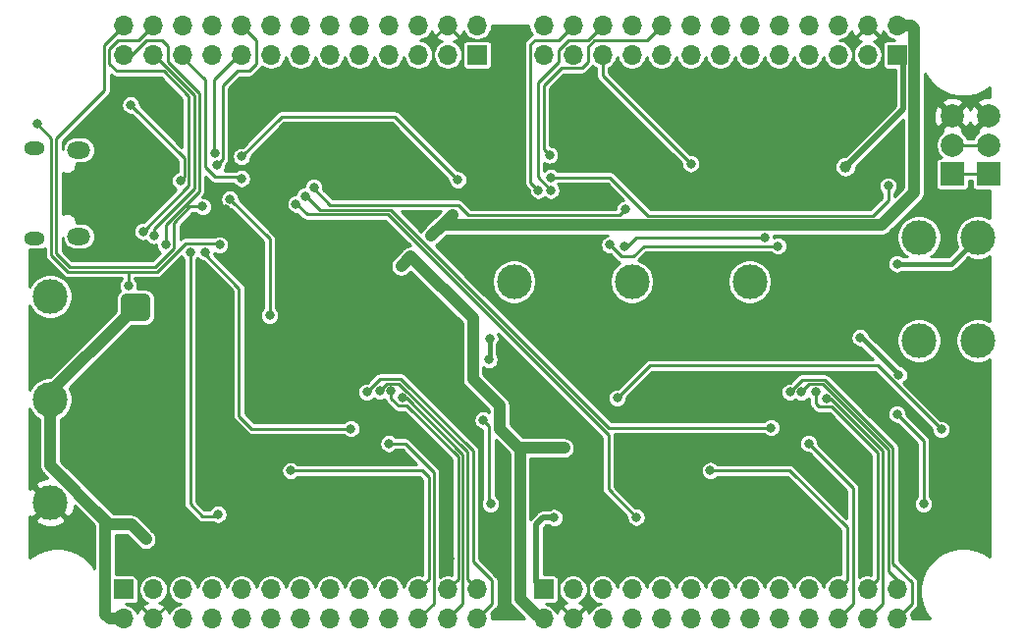
<source format=gbr>
G04 #@! TF.GenerationSoftware,KiCad,Pcbnew,(5.1.9)-1*
G04 #@! TF.CreationDate,2021-02-23T10:58:52+09:00*
G04 #@! TF.ProjectId,ramn,72616d6e-2e6b-4696-9361-645f70636258,rev?*
G04 #@! TF.SameCoordinates,Original*
G04 #@! TF.FileFunction,Copper,L2,Bot*
G04 #@! TF.FilePolarity,Positive*
%FSLAX46Y46*%
G04 Gerber Fmt 4.6, Leading zero omitted, Abs format (unit mm)*
G04 Created by KiCad (PCBNEW (5.1.9)-1) date 2021-02-23 10:58:52*
%MOMM*%
%LPD*%
G01*
G04 APERTURE LIST*
G04 #@! TA.AperFunction,ComponentPad*
%ADD10C,2.000000*%
G04 #@! TD*
G04 #@! TA.AperFunction,ComponentPad*
%ADD11R,2.000000X2.000000*%
G04 #@! TD*
G04 #@! TA.AperFunction,ComponentPad*
%ADD12C,3.000000*%
G04 #@! TD*
G04 #@! TA.AperFunction,ComponentPad*
%ADD13R,1.700000X1.700000*%
G04 #@! TD*
G04 #@! TA.AperFunction,ComponentPad*
%ADD14O,1.700000X1.700000*%
G04 #@! TD*
G04 #@! TA.AperFunction,ComponentPad*
%ADD15O,1.800000X1.150000*%
G04 #@! TD*
G04 #@! TA.AperFunction,ComponentPad*
%ADD16O,2.000000X1.450000*%
G04 #@! TD*
G04 #@! TA.AperFunction,ViaPad*
%ADD17C,0.800000*%
G04 #@! TD*
G04 #@! TA.AperFunction,ViaPad*
%ADD18C,1.000000*%
G04 #@! TD*
G04 #@! TA.AperFunction,Conductor*
%ADD19C,0.250000*%
G04 #@! TD*
G04 #@! TA.AperFunction,Conductor*
%ADD20C,1.000000*%
G04 #@! TD*
G04 #@! TA.AperFunction,Conductor*
%ADD21C,0.500000*%
G04 #@! TD*
G04 #@! TA.AperFunction,Conductor*
%ADD22C,0.450000*%
G04 #@! TD*
G04 #@! TA.AperFunction,Conductor*
%ADD23C,0.254000*%
G04 #@! TD*
G04 #@! TA.AperFunction,Conductor*
%ADD24C,0.100000*%
G04 #@! TD*
G04 APERTURE END LIST*
D10*
X121614000Y-52404000D03*
X124714000Y-52404000D03*
X121614000Y-54904000D03*
X124714000Y-54904000D03*
D11*
X121614000Y-57404000D03*
X124714000Y-57404000D03*
D12*
X43815000Y-85725000D03*
D13*
X86360000Y-93218000D03*
D14*
X86360000Y-95758000D03*
X88900000Y-93218000D03*
X88900000Y-95758000D03*
X91440000Y-93218000D03*
X91440000Y-95758000D03*
X93980000Y-93218000D03*
X93980000Y-95758000D03*
X96520000Y-93218000D03*
X96520000Y-95758000D03*
X99060000Y-93218000D03*
X99060000Y-95758000D03*
X101600000Y-93218000D03*
X101600000Y-95758000D03*
X104140000Y-93218000D03*
X104140000Y-95758000D03*
X106680000Y-93218000D03*
X106680000Y-95758000D03*
X109220000Y-93218000D03*
X109220000Y-95758000D03*
X111760000Y-93218000D03*
X111760000Y-95758000D03*
X114300000Y-93218000D03*
X114300000Y-95758000D03*
X116840000Y-93218000D03*
X116840000Y-95758000D03*
D13*
X50165000Y-93218000D03*
D14*
X50165000Y-95758000D03*
X52705000Y-93218000D03*
X52705000Y-95758000D03*
X55245000Y-93218000D03*
X55245000Y-95758000D03*
X57785000Y-93218000D03*
X57785000Y-95758000D03*
X60325000Y-93218000D03*
X60325000Y-95758000D03*
X62865000Y-93218000D03*
X62865000Y-95758000D03*
X65405000Y-93218000D03*
X65405000Y-95758000D03*
X67945000Y-93218000D03*
X67945000Y-95758000D03*
X70485000Y-93218000D03*
X70485000Y-95758000D03*
X73025000Y-93218000D03*
X73025000Y-95758000D03*
X75565000Y-93218000D03*
X75565000Y-95758000D03*
X78105000Y-93218000D03*
X78105000Y-95758000D03*
X80645000Y-93218000D03*
X80645000Y-95758000D03*
D13*
X116840000Y-47117000D03*
D14*
X116840000Y-44577000D03*
X114300000Y-47117000D03*
X114300000Y-44577000D03*
X111760000Y-47117000D03*
X111760000Y-44577000D03*
X109220000Y-47117000D03*
X109220000Y-44577000D03*
X106680000Y-47117000D03*
X106680000Y-44577000D03*
X104140000Y-47117000D03*
X104140000Y-44577000D03*
X101600000Y-47117000D03*
X101600000Y-44577000D03*
X99060000Y-47117000D03*
X99060000Y-44577000D03*
X96520000Y-47117000D03*
X96520000Y-44577000D03*
X93980000Y-47117000D03*
X93980000Y-44577000D03*
X91440000Y-47117000D03*
X91440000Y-44577000D03*
X88900000Y-47117000D03*
X88900000Y-44577000D03*
X86360000Y-47117000D03*
X86360000Y-44577000D03*
X50165000Y-44577000D03*
X50165000Y-47117000D03*
X52705000Y-44577000D03*
X52705000Y-47117000D03*
X55245000Y-44577000D03*
X55245000Y-47117000D03*
X57785000Y-44577000D03*
X57785000Y-47117000D03*
X60325000Y-44577000D03*
X60325000Y-47117000D03*
X62865000Y-44577000D03*
X62865000Y-47117000D03*
X65405000Y-44577000D03*
X65405000Y-47117000D03*
X67945000Y-44577000D03*
X67945000Y-47117000D03*
X70485000Y-44577000D03*
X70485000Y-47117000D03*
X73025000Y-44577000D03*
X73025000Y-47117000D03*
X75565000Y-44577000D03*
X75565000Y-47117000D03*
X78105000Y-44577000D03*
X78105000Y-47117000D03*
X80645000Y-44577000D03*
D13*
X80645000Y-47117000D03*
D12*
X104140000Y-66675000D03*
X123825000Y-62865000D03*
X118745000Y-62865000D03*
X123825000Y-71755000D03*
X118745000Y-71755000D03*
X93980000Y-66675000D03*
X83820000Y-66675000D03*
X43815000Y-76835000D03*
X43815000Y-67945000D03*
D15*
X42500000Y-62930000D03*
X42500000Y-55180000D03*
D16*
X46300000Y-62780000D03*
X46300000Y-55330000D03*
D17*
X49530000Y-50165000D03*
X67945000Y-81915000D03*
X54864000Y-51054000D03*
X58928000Y-60452000D03*
X64008000Y-63754000D03*
X61468000Y-66167000D03*
X50419000Y-62103000D03*
X81915000Y-50038000D03*
X59309000Y-64897000D03*
X71628000Y-62738000D03*
X74726800Y-69215000D03*
X74726800Y-67310000D03*
X80010000Y-64770000D03*
X76327000Y-60960000D03*
X48260000Y-67310000D03*
X48260000Y-69215000D03*
X92837000Y-55245000D03*
X91567000Y-55245000D03*
X94107000Y-55245000D03*
X95250000Y-55245000D03*
X94996000Y-57658000D03*
X94996000Y-58674000D03*
X92456000Y-59309000D03*
X91694000Y-60071000D03*
X90170000Y-56642000D03*
X97790000Y-53848000D03*
X90170000Y-50927000D03*
X92075000Y-69215000D03*
X85725000Y-69215000D03*
X101727000Y-54229000D03*
X105918000Y-53340000D03*
X105918000Y-54610000D03*
X106680000Y-66040000D03*
X111760000Y-66040000D03*
X111760000Y-67310000D03*
X99060000Y-69215000D03*
X46990000Y-83820000D03*
X68580000Y-74422000D03*
X116840000Y-69596000D03*
X116840000Y-66675000D03*
X121031000Y-74422000D03*
X104140000Y-81280000D03*
X109220000Y-81788000D03*
X109220000Y-82804000D03*
X108077000Y-81788000D03*
X104140000Y-84328000D03*
X104902000Y-82042000D03*
X106045000Y-80391000D03*
X112776000Y-80518000D03*
X111760000Y-85598000D03*
X69342000Y-84328000D03*
X70612000Y-84328000D03*
X75184000Y-85598000D03*
X67818000Y-80772000D03*
X71882000Y-80264000D03*
X71882000Y-81534000D03*
X76962000Y-81280000D03*
X64516000Y-88646000D03*
X64516000Y-80264000D03*
X48260000Y-73660000D03*
X48260000Y-76200000D03*
X48260000Y-78740000D03*
X48260000Y-81280000D03*
X45593000Y-81280000D03*
X45593000Y-78740000D03*
X91440000Y-76200000D03*
X91440000Y-74930000D03*
X96520000Y-75692000D03*
X88265000Y-78740000D03*
X48260000Y-61595000D03*
X57531000Y-58293000D03*
X101600000Y-67310000D03*
X112268000Y-75057000D03*
X78232000Y-90551000D03*
X58039000Y-73533000D03*
X99187000Y-80518000D03*
X93980000Y-80518000D03*
X73660000Y-57150000D03*
X124206000Y-89408000D03*
X65532000Y-57658000D03*
X98615500Y-59753500D03*
X106680000Y-84328000D03*
X76708000Y-50038000D03*
X79502000Y-50038000D03*
X78105000Y-50038000D03*
X102616000Y-86106000D03*
X100838000Y-88392000D03*
X101854000Y-87376000D03*
X109220000Y-88265000D03*
X105410000Y-84328000D03*
X48260000Y-64135000D03*
X48260000Y-62865000D03*
X50165000Y-55245000D03*
X48260000Y-55245000D03*
X48260000Y-56515000D03*
X50165000Y-56515000D03*
X110998000Y-49657000D03*
X118745000Y-78740000D03*
X57658000Y-80518000D03*
X73914000Y-50038000D03*
X92075000Y-64770000D03*
X85725000Y-64770000D03*
X66802000Y-53340000D03*
X76962000Y-53340000D03*
X88519000Y-90551000D03*
X73279000Y-88265000D03*
X50419000Y-89662000D03*
X82677000Y-90551000D03*
X90170000Y-58674000D03*
X66294000Y-86614000D03*
X52451000Y-87503000D03*
X114300000Y-82296000D03*
X114427000Y-57150000D03*
X85953600Y-84328000D03*
X52959000Y-67056000D03*
X113665000Y-49657000D03*
X115887500Y-49657000D03*
X54864000Y-52070000D03*
X65532000Y-87630000D03*
X121031000Y-83439000D03*
D18*
X51943000Y-68199000D03*
X50419000Y-68199000D03*
X77639999Y-61764999D03*
X76687499Y-62717499D03*
D17*
X120650000Y-79415000D03*
D18*
X51943000Y-69596000D03*
D17*
X92710000Y-76707994D03*
D18*
X78485984Y-60919014D03*
X74909499Y-64495499D03*
X74083999Y-65320999D03*
X50800000Y-87630000D03*
X52070000Y-88900000D03*
X82563010Y-79375000D03*
X84328000Y-88137998D03*
X84328000Y-85852000D03*
X88138000Y-81026000D03*
X50419000Y-69584990D03*
X111548999Y-61764999D03*
D17*
X60325000Y-57785000D03*
X53772466Y-63507337D03*
X51816000Y-62357000D03*
X50760000Y-51435000D03*
X55062698Y-57967302D03*
X52791998Y-62697998D03*
X56968874Y-60207386D03*
X50546000Y-67056000D03*
X42671996Y-53086000D03*
X58420000Y-63500018D03*
X59309000Y-59563008D03*
X62738000Y-69596000D03*
X58166000Y-56642000D03*
X57998990Y-55560020D03*
X78969994Y-57895000D03*
X60325000Y-55880000D03*
X94361000Y-86995000D03*
X65004123Y-59984010D03*
X55880000Y-64135000D03*
X58293000Y-86741002D03*
X64566750Y-82981750D03*
X87277000Y-87023000D03*
X100741695Y-82961695D03*
D18*
X112395000Y-56769004D03*
D17*
X99060000Y-56515000D03*
X116839999Y-65150999D03*
X73025000Y-80645000D03*
X73205686Y-76128479D03*
X74168000Y-76708008D03*
X72235000Y-76113010D03*
X71120000Y-76200000D03*
X109220000Y-80645000D03*
X109855000Y-76200000D03*
X110744000Y-76794990D03*
X108585000Y-76200000D03*
X107634997Y-76200000D03*
X86869991Y-55761346D03*
X86995000Y-58801000D03*
X85920035Y-58801000D03*
X81724500Y-71564500D03*
X116979806Y-74719501D03*
X113665000Y-71500999D03*
X81661006Y-73406000D03*
X81788000Y-85851990D03*
X81152996Y-78613000D03*
X116840000Y-78105000D03*
X119126000Y-85852000D03*
X86994998Y-57693452D03*
X116078000Y-58420000D03*
X105410000Y-62894315D03*
X93324121Y-63635020D03*
X106572537Y-63607463D03*
X92075000Y-63500000D03*
X105972762Y-79273684D03*
X65786002Y-59309000D03*
X93416155Y-60427297D03*
X66548000Y-58547000D03*
X57158440Y-64134967D03*
X69735001Y-79362997D03*
D19*
X49734998Y-50369998D02*
X49530000Y-50165000D01*
X77978000Y-44577000D02*
X76835000Y-45720000D01*
X78105000Y-44577000D02*
X77978000Y-44577000D01*
X114427000Y-44577000D02*
X115570000Y-45720000D01*
X114300000Y-44577000D02*
X114427000Y-44577000D01*
X114300000Y-44577000D02*
X114173000Y-44577000D01*
X88900000Y-95758000D02*
X90043000Y-94615000D01*
X53848000Y-94615000D02*
X53975000Y-94615000D01*
X52705000Y-95758000D02*
X53848000Y-94615000D01*
X51562000Y-94615000D02*
X51435000Y-94615000D01*
X52705000Y-95758000D02*
X51562000Y-94615000D01*
X115570000Y-45847000D02*
X114300000Y-44577000D01*
X115570000Y-48895000D02*
X115570000Y-45847000D01*
X89027000Y-95758000D02*
X90170000Y-94615000D01*
X88900000Y-95758000D02*
X89027000Y-95758000D01*
X90170000Y-94615000D02*
X90170000Y-91821000D01*
X90170000Y-91821000D02*
X89408000Y-91059000D01*
X51435000Y-92329000D02*
X50419000Y-91313000D01*
X52705000Y-95758000D02*
X51435000Y-94488000D01*
X51435000Y-94488000D02*
X51435000Y-92329000D01*
X53149500Y-91313000D02*
X50419000Y-91313000D01*
X53975000Y-94615000D02*
X53975000Y-92138500D01*
X53975000Y-92138500D02*
X53149500Y-91313000D01*
X79375000Y-45847000D02*
X79375000Y-48895000D01*
X78105000Y-44577000D02*
X79375000Y-45847000D01*
X113982500Y-48895000D02*
X114300000Y-48895000D01*
X113030000Y-47942500D02*
X113982500Y-48895000D01*
X113651999Y-57925001D02*
X114427000Y-57150000D01*
X106680000Y-55880000D02*
X108725001Y-57925001D01*
X108725001Y-57925001D02*
X113651999Y-57925001D01*
X76835000Y-48577500D02*
X77152500Y-48895000D01*
X77152500Y-48895000D02*
X78105000Y-48895000D01*
X76835000Y-45720000D02*
X76835000Y-48577500D01*
X114300000Y-44577000D02*
X113030000Y-45847000D01*
X113030000Y-45847000D02*
X113030000Y-47752000D01*
X87630000Y-94488000D02*
X88900000Y-95758000D01*
X87630000Y-91821000D02*
X87630000Y-94488000D01*
X88646000Y-90805000D02*
X87630000Y-91821000D01*
X82423000Y-48387000D02*
X81915000Y-48895000D01*
X82423000Y-46164500D02*
X82423000Y-48387000D01*
X82105500Y-45847000D02*
X82423000Y-46164500D01*
X79375000Y-45847000D02*
X82105500Y-45847000D01*
D20*
X77639999Y-61764999D02*
X76687499Y-62717499D01*
X43815000Y-76835000D02*
X43815000Y-76200000D01*
X47752000Y-86487000D02*
X48895000Y-87630000D01*
X48962919Y-95758000D02*
X50165000Y-95758000D01*
X48577500Y-95372581D02*
X48962919Y-95758000D01*
X48577500Y-87305498D02*
X48577500Y-95372581D01*
X43815000Y-76835000D02*
X43815000Y-82542998D01*
X43815000Y-82542998D02*
X48577500Y-87305498D01*
D19*
X95503994Y-73914000D02*
X92710000Y-76707994D01*
X115149000Y-73914000D02*
X95503994Y-73914000D01*
X120650000Y-79415000D02*
X115149000Y-73914000D01*
D20*
X77639999Y-61764999D02*
X78485984Y-60919014D01*
X48895000Y-87630000D02*
X50800000Y-87630000D01*
X52070000Y-88900000D02*
X50800000Y-87630000D01*
X43815000Y-76200000D02*
X50292000Y-69723000D01*
X74909499Y-64495499D02*
X74083999Y-65320999D01*
X86360000Y-95504990D02*
X85776988Y-95504990D01*
X85776988Y-95504990D02*
X84328000Y-94056002D01*
X84328000Y-94056002D02*
X84328000Y-88137998D01*
X84328000Y-88137998D02*
X84328000Y-85852000D01*
X84328000Y-81139990D02*
X84328000Y-85852000D01*
X82563010Y-79375000D02*
X84328000Y-81139990D01*
X84441990Y-81026000D02*
X84328000Y-81139990D01*
X88138000Y-81026000D02*
X84441990Y-81026000D01*
X50419000Y-69584990D02*
X50419000Y-68199000D01*
X51931990Y-69584990D02*
X51943000Y-69596000D01*
X50419000Y-69584990D02*
X51931990Y-69584990D01*
X51943000Y-69596000D02*
X51943000Y-68199000D01*
X51943000Y-68199000D02*
X50419000Y-68199000D01*
X50557010Y-69584990D02*
X51943000Y-68199000D01*
X50419000Y-69584990D02*
X50557010Y-69584990D01*
X110447001Y-61764999D02*
X111549011Y-61764999D01*
X77639999Y-61764999D02*
X110447001Y-61764999D01*
X118042081Y-44577000D02*
X116840000Y-44577000D01*
X118340001Y-44874920D02*
X118042081Y-44577000D01*
X118340001Y-58951999D02*
X118340001Y-44874920D01*
X115527001Y-61764999D02*
X118340001Y-58951999D01*
X74909499Y-64495499D02*
X80264000Y-69850000D01*
X82563010Y-77356010D02*
X82563010Y-79375000D01*
X80264000Y-69850000D02*
X80264000Y-75057000D01*
X80264000Y-75057000D02*
X82563010Y-77356010D01*
X50430010Y-69596000D02*
X50419000Y-69584990D01*
X51943000Y-69596000D02*
X50430010Y-69596000D01*
X111549011Y-61764999D02*
X111548999Y-61764999D01*
X111548999Y-61764999D02*
X115527001Y-61764999D01*
X110447001Y-61764999D02*
X111548999Y-61764999D01*
D19*
X60198000Y-57658000D02*
X60325000Y-57785000D01*
X58039000Y-57658000D02*
X60198000Y-57658000D01*
X57150000Y-56769000D02*
X58039000Y-57658000D01*
X57150000Y-49276000D02*
X57150000Y-56769000D01*
X55245000Y-47371000D02*
X57150000Y-49276000D01*
X55245000Y-47117000D02*
X55245000Y-47371000D01*
X56642000Y-50430600D02*
X56642000Y-58870300D01*
X56642000Y-58870300D02*
X53772466Y-61739834D01*
X53975000Y-47763600D02*
X56642000Y-50430600D01*
X53975000Y-46355000D02*
X53975000Y-47763600D01*
X53467000Y-45847000D02*
X53975000Y-46355000D01*
X52070000Y-45847000D02*
X53467000Y-45847000D01*
X50800000Y-47117000D02*
X52070000Y-45847000D01*
X53772466Y-61739834D02*
X53772466Y-63507337D01*
X50165000Y-47117000D02*
X50800000Y-47117000D01*
X55772011Y-58400989D02*
X51816000Y-62357000D01*
X55753000Y-50673000D02*
X55753000Y-55862300D01*
X48895000Y-46601999D02*
X48895000Y-47879000D01*
X55753000Y-55862300D02*
X55772011Y-55881311D01*
X49649999Y-45847000D02*
X48895000Y-46601999D01*
X55772011Y-55881311D02*
X55772011Y-58400989D01*
X53594000Y-48514000D02*
X55753000Y-50673000D01*
X51435000Y-45847000D02*
X49649999Y-45847000D01*
X49530000Y-48514000D02*
X53594000Y-48514000D01*
X48895000Y-47879000D02*
X49530000Y-48514000D01*
X52705000Y-44577000D02*
X51435000Y-45847000D01*
X55372000Y-57658000D02*
X55062698Y-57967302D01*
X50760000Y-51435000D02*
X55372000Y-56047000D01*
X55372000Y-56047000D02*
X55372000Y-57658000D01*
X52791998Y-62132313D02*
X52791998Y-62697998D01*
X56241989Y-58682322D02*
X52791998Y-62132313D01*
X56241989Y-50596289D02*
X56241989Y-58682322D01*
X52762700Y-47117000D02*
X56241989Y-50596289D01*
X52705000Y-47117000D02*
X52762700Y-47117000D01*
X54483000Y-63806315D02*
X52884315Y-65405000D01*
X48494990Y-46247010D02*
X50165000Y-44577000D01*
X48494990Y-50184010D02*
X48494990Y-46247010D01*
X52884315Y-65405000D02*
X45466000Y-65405000D01*
X45466000Y-65405000D02*
X44323000Y-64262000D01*
X44323000Y-64262000D02*
X44323000Y-54356000D01*
X44323000Y-54356000D02*
X48494990Y-50184010D01*
X54483000Y-61595000D02*
X54483000Y-63806315D01*
X56968874Y-60207386D02*
X55870614Y-60207386D01*
X55870614Y-60207386D02*
X54483000Y-61595000D01*
X50546000Y-65824022D02*
X50526989Y-65805011D01*
X50546000Y-67056000D02*
X50546000Y-65824022D01*
X42603005Y-53154991D02*
X42671996Y-53086000D01*
X43922989Y-54336993D02*
X42671996Y-53086000D01*
X43922989Y-64427689D02*
X43922989Y-54336993D01*
X45300311Y-65805011D02*
X43922989Y-64427689D01*
X50526989Y-65805011D02*
X45300311Y-65805011D01*
X53066989Y-65805011D02*
X55499000Y-63373000D01*
X50526989Y-65805011D02*
X53066989Y-65805011D01*
X55499000Y-63373000D02*
X58292982Y-63373000D01*
X58292982Y-63373000D02*
X58420000Y-63500018D01*
X62738000Y-62992008D02*
X62738000Y-69596000D01*
X59309000Y-59563008D02*
X62738000Y-62992008D01*
X61595000Y-45847000D02*
X60325000Y-44577000D01*
X60960000Y-48514000D02*
X61595000Y-47879000D01*
X59944000Y-48514000D02*
X60960000Y-48514000D01*
X58674000Y-49784000D02*
X59944000Y-48514000D01*
X61595000Y-47879000D02*
X61595000Y-45847000D01*
X58674000Y-56134000D02*
X58674000Y-49784000D01*
X58166000Y-56642000D02*
X58674000Y-56134000D01*
X57912000Y-55473030D02*
X57998990Y-55560020D01*
X57912000Y-49276000D02*
X57912000Y-55473030D01*
X60071000Y-47117000D02*
X57912000Y-49276000D01*
X60325000Y-47117000D02*
X60071000Y-47117000D01*
X73525994Y-52451000D02*
X78969994Y-57895000D01*
X63754000Y-52451000D02*
X73525994Y-52451000D01*
X60325000Y-55880000D02*
X63754000Y-52451000D01*
X65963800Y-60883800D02*
X65064010Y-59984010D01*
X72948800Y-60883800D02*
X65963800Y-60883800D01*
X91948000Y-79883000D02*
X72948800Y-60883800D01*
X91948000Y-84582000D02*
X91948000Y-79883000D01*
X65064010Y-59984010D02*
X65004123Y-59984010D01*
X94361000Y-86995000D02*
X91948000Y-84582000D01*
X58166002Y-86741002D02*
X58293000Y-86741002D01*
X56134000Y-64135000D02*
X55880000Y-64135000D01*
X55880000Y-85852000D02*
X55880000Y-64135000D01*
X56913000Y-86885000D02*
X55880000Y-85852000D01*
X58149002Y-86885000D02*
X56913000Y-86885000D01*
X58293000Y-86741002D02*
X58149002Y-86885000D01*
X76454000Y-83566000D02*
X76454000Y-92329000D01*
X76454000Y-92329000D02*
X75565000Y-93218000D01*
X75869750Y-82981750D02*
X76454000Y-83566000D01*
X64566750Y-82981750D02*
X75869750Y-82981750D01*
X87277000Y-87023000D02*
X87277000Y-87023032D01*
D21*
X86332000Y-87023000D02*
X87277000Y-87023000D01*
X85725000Y-87630000D02*
X86332000Y-87023000D01*
X85725000Y-92583000D02*
X85725000Y-87630000D01*
X86360000Y-93218000D02*
X85725000Y-92583000D01*
D19*
X112522000Y-92456000D02*
X111760000Y-93218000D01*
X112522000Y-87884000D02*
X112522000Y-92456000D01*
X107599695Y-82961695D02*
X112522000Y-87884000D01*
X100741695Y-82961695D02*
X107599695Y-82961695D01*
D21*
X117348000Y-47625000D02*
X117348000Y-51816004D01*
X117348000Y-51816004D02*
X112395000Y-56769004D01*
X116840000Y-47117000D02*
X117348000Y-47625000D01*
D19*
X91440000Y-48895000D02*
X99060000Y-56515000D01*
X91440000Y-47117000D02*
X91440000Y-48895000D01*
X124714000Y-54904000D02*
X121614000Y-54904000D01*
D22*
X121539001Y-65150999D02*
X116839999Y-65150999D01*
X123825000Y-62865000D02*
X121539001Y-65150999D01*
D19*
X121614000Y-57404000D02*
X124714000Y-57404000D01*
X74422000Y-80645000D02*
X73025000Y-80645000D01*
X76880013Y-83103013D02*
X74422000Y-80645000D01*
X76880013Y-94442987D02*
X76880013Y-83103013D01*
X75565000Y-95758000D02*
X76880013Y-94442987D01*
X73205686Y-76744696D02*
X73205686Y-76128479D01*
X78994000Y-92329000D02*
X78994000Y-81788000D01*
X78994000Y-81788000D02*
X74589009Y-77383009D01*
X78105000Y-93218000D02*
X78994000Y-92329000D01*
X74589009Y-77383009D02*
X73843999Y-77383009D01*
X73843999Y-77383009D02*
X73205686Y-76744696D01*
X79394011Y-94468989D02*
X79394011Y-81553015D01*
X79394011Y-81553015D02*
X74549004Y-76708008D01*
X78105000Y-95758000D02*
X79394011Y-94468989D01*
X74549004Y-76708008D02*
X74168000Y-76708008D01*
X72894533Y-75453477D02*
X72235000Y-76113010D01*
X79795001Y-92368001D02*
X79795001Y-81335997D01*
X73912481Y-75453477D02*
X72894533Y-75453477D01*
X80645000Y-93218000D02*
X79795001Y-92368001D01*
X79795001Y-81335997D02*
X73912481Y-75453477D01*
X74078170Y-75053466D02*
X72266534Y-75053466D01*
X80264000Y-90805000D02*
X80264000Y-81239296D01*
X81915000Y-92456000D02*
X80264000Y-90805000D01*
X81915000Y-94488000D02*
X81915000Y-92456000D01*
X80645000Y-95758000D02*
X81915000Y-94488000D01*
X80264000Y-81239296D02*
X74078170Y-75053466D01*
X72266534Y-75053466D02*
X71120000Y-76200000D01*
X113030000Y-94488000D02*
X111760000Y-95758000D01*
X109220000Y-80645000D02*
X113030000Y-84455000D01*
X113030000Y-84455000D02*
X113030000Y-94488000D01*
X115189001Y-82676999D02*
X115189000Y-82677000D01*
X114300000Y-93218000D02*
X114427000Y-93218000D01*
X114300000Y-93218000D02*
X115189000Y-92329000D01*
X115189000Y-92329000D02*
X115189000Y-81412394D01*
X115189000Y-81412394D02*
X111246606Y-77470000D01*
X111246606Y-77470000D02*
X110109000Y-77470000D01*
X109855000Y-77216000D02*
X109855000Y-76200000D01*
X110109000Y-77470000D02*
X109855000Y-77216000D01*
X115589011Y-94468989D02*
X115589011Y-81246707D01*
X115589011Y-81246707D02*
X111137294Y-76794990D01*
X114300000Y-95758000D02*
X115589011Y-94468989D01*
X111137294Y-76794990D02*
X110744000Y-76794990D01*
X116840000Y-92456000D02*
X116840000Y-93218000D01*
X116078000Y-91694000D02*
X116840000Y-92456000D01*
X116078000Y-81169998D02*
X116078000Y-91694000D01*
X110433001Y-75524999D02*
X116078000Y-81169998D01*
X108585000Y-76200000D02*
X109260001Y-75524999D01*
X109260001Y-75524999D02*
X110433001Y-75524999D01*
X118110000Y-92583000D02*
X118110000Y-94488000D01*
X107634997Y-76134003D02*
X108644011Y-75124989D01*
X107634997Y-76200000D02*
X107634997Y-76134003D01*
X108644011Y-75124989D02*
X110598691Y-75124989D01*
X118110000Y-94488000D02*
X116840000Y-95758000D01*
X110598691Y-75124989D02*
X116478010Y-81004309D01*
X116478010Y-81004309D02*
X116478010Y-90951010D01*
X116478010Y-90951010D02*
X118110000Y-92583000D01*
X95250000Y-45847000D02*
X96520000Y-44577000D01*
X90741500Y-45847000D02*
X95250000Y-45847000D01*
X90170000Y-47752000D02*
X90170000Y-46418500D01*
X87884000Y-48260000D02*
X89662000Y-48260000D01*
X86360000Y-49784000D02*
X87884000Y-48260000D01*
X89662000Y-48260000D02*
X90170000Y-47752000D01*
X86360000Y-55251355D02*
X86360000Y-49784000D01*
X90170000Y-46418500D02*
X90741500Y-45847000D01*
X86869991Y-55761346D02*
X86360000Y-55251355D01*
X85852000Y-57658000D02*
X86995000Y-58801000D01*
X85852000Y-49537001D02*
X85852000Y-57658000D01*
X87630000Y-47759001D02*
X85852000Y-49537001D01*
X87630000Y-46721998D02*
X87630000Y-47759001D01*
X90170000Y-45847000D02*
X88504998Y-45847000D01*
X88504998Y-45847000D02*
X87630000Y-46721998D01*
X91440000Y-44577000D02*
X90170000Y-45847000D01*
X85234999Y-46210001D02*
X85234999Y-58115964D01*
X85234999Y-58115964D02*
X85920035Y-58801000D01*
X85598000Y-45847000D02*
X85234999Y-46210001D01*
X87630000Y-45847000D02*
X85598000Y-45847000D01*
X88900000Y-44577000D02*
X87630000Y-45847000D01*
D22*
X81724500Y-71564500D02*
X81724500Y-73342506D01*
X81724500Y-73342506D02*
X81661006Y-73406000D01*
X113791999Y-71500999D02*
X113665000Y-71500999D01*
X116979806Y-74688806D02*
X113791999Y-71500999D01*
X116979806Y-74719501D02*
X116979806Y-74688806D01*
D19*
X81661000Y-79121004D02*
X81152996Y-78613000D01*
X81661000Y-85724990D02*
X81661000Y-79121004D01*
X81788000Y-85851990D02*
X81661000Y-85724990D01*
X119126000Y-80391000D02*
X119126000Y-85852000D01*
X116840000Y-78105000D02*
X119126000Y-80391000D01*
X116078000Y-59690000D02*
X116078000Y-58420000D01*
X95389991Y-60989989D02*
X114778011Y-60989989D01*
X114778011Y-60989989D02*
X116078000Y-59690000D01*
X92093454Y-57693452D02*
X95389991Y-60989989D01*
X86994998Y-57693452D02*
X92093454Y-57693452D01*
X93609980Y-63635020D02*
X93324121Y-63635020D01*
X94350685Y-62894315D02*
X93609980Y-63635020D01*
X105410000Y-62894315D02*
X94350685Y-62894315D01*
X93091000Y-64516000D02*
X92075000Y-63500000D01*
X94107000Y-64516000D02*
X93091000Y-64516000D01*
X95015537Y-63607463D02*
X94107000Y-64516000D01*
X106572537Y-63607463D02*
X95015537Y-63607463D01*
X65913000Y-59309000D02*
X65786002Y-59309000D01*
X67075011Y-60471011D02*
X65913000Y-59309000D01*
X73171011Y-60471011D02*
X67075011Y-60471011D01*
X91973684Y-79273684D02*
X73171011Y-60471011D01*
X105972762Y-79273684D02*
X91973684Y-79273684D01*
X66548000Y-58674000D02*
X66548000Y-58547000D01*
X67945000Y-60071000D02*
X66548000Y-58674000D01*
X79887004Y-60960000D02*
X78998004Y-60071000D01*
X78998004Y-60071000D02*
X67945000Y-60071000D01*
X92883452Y-60960000D02*
X79887004Y-60960000D01*
X93416155Y-60427297D02*
X92883452Y-60960000D01*
X57158440Y-64134967D02*
X57158440Y-64329703D01*
X57158440Y-64329703D02*
X60090011Y-67261274D01*
X60090011Y-67261274D02*
X60090011Y-78251011D01*
X60090011Y-78251011D02*
X61201997Y-79362997D01*
X61201997Y-79362997D02*
X69735001Y-79362997D01*
D23*
X85083000Y-44702774D02*
X85132074Y-44949487D01*
X85228337Y-45181886D01*
X85344922Y-45356368D01*
X85289842Y-45385809D01*
X85205789Y-45454789D01*
X85188499Y-45475857D01*
X84863856Y-45800500D01*
X84842788Y-45817790D01*
X84773808Y-45901843D01*
X84722551Y-45997739D01*
X84690987Y-46101791D01*
X84682999Y-46182892D01*
X84680329Y-46210001D01*
X84682999Y-46237107D01*
X84683000Y-58088848D01*
X84680329Y-58115964D01*
X84690988Y-58224174D01*
X84722551Y-58328226D01*
X84773808Y-58424121D01*
X84773809Y-58424122D01*
X84842789Y-58508175D01*
X84863850Y-58525460D01*
X85093035Y-58754645D01*
X85093035Y-58882452D01*
X85124817Y-59042227D01*
X85187158Y-59192731D01*
X85277663Y-59328181D01*
X85392854Y-59443372D01*
X85528304Y-59533877D01*
X85678808Y-59596218D01*
X85838583Y-59628000D01*
X86001487Y-59628000D01*
X86161262Y-59596218D01*
X86311766Y-59533877D01*
X86447216Y-59443372D01*
X86457518Y-59433071D01*
X86467819Y-59443372D01*
X86603269Y-59533877D01*
X86753773Y-59596218D01*
X86913548Y-59628000D01*
X87076452Y-59628000D01*
X87236227Y-59596218D01*
X87386731Y-59533877D01*
X87522181Y-59443372D01*
X87637372Y-59328181D01*
X87727877Y-59192731D01*
X87790218Y-59042227D01*
X87822000Y-58882452D01*
X87822000Y-58719548D01*
X87790218Y-58559773D01*
X87727877Y-58409269D01*
X87637372Y-58273819D01*
X87610778Y-58247225D01*
X87612551Y-58245452D01*
X91864810Y-58245452D01*
X93238742Y-59619385D01*
X93174928Y-59632079D01*
X93024424Y-59694420D01*
X92888974Y-59784925D01*
X92773783Y-59900116D01*
X92683278Y-60035566D01*
X92620937Y-60186070D01*
X92589155Y-60345845D01*
X92589155Y-60408000D01*
X80115650Y-60408000D01*
X79407504Y-59699856D01*
X79390215Y-59678789D01*
X79306162Y-59609809D01*
X79210267Y-59558552D01*
X79106215Y-59526988D01*
X79025113Y-59519000D01*
X79025110Y-59519000D01*
X78998004Y-59516330D01*
X78970898Y-59519000D01*
X68173646Y-59519000D01*
X67359752Y-58705107D01*
X67375000Y-58628452D01*
X67375000Y-58465548D01*
X67343218Y-58305773D01*
X67280877Y-58155269D01*
X67190372Y-58019819D01*
X67075181Y-57904628D01*
X66939731Y-57814123D01*
X66789227Y-57751782D01*
X66629452Y-57720000D01*
X66466548Y-57720000D01*
X66306773Y-57751782D01*
X66156269Y-57814123D01*
X66020819Y-57904628D01*
X65905628Y-58019819D01*
X65815123Y-58155269D01*
X65752782Y-58305773D01*
X65721000Y-58465548D01*
X65721000Y-58482000D01*
X65704550Y-58482000D01*
X65544775Y-58513782D01*
X65394271Y-58576123D01*
X65258821Y-58666628D01*
X65143630Y-58781819D01*
X65053125Y-58917269D01*
X64990784Y-59067773D01*
X64973033Y-59157010D01*
X64922671Y-59157010D01*
X64762896Y-59188792D01*
X64612392Y-59251133D01*
X64476942Y-59341638D01*
X64361751Y-59456829D01*
X64271246Y-59592279D01*
X64208905Y-59742783D01*
X64177123Y-59902558D01*
X64177123Y-60065462D01*
X64208905Y-60225237D01*
X64271246Y-60375741D01*
X64361751Y-60511191D01*
X64476942Y-60626382D01*
X64612392Y-60716887D01*
X64762896Y-60779228D01*
X64922671Y-60811010D01*
X65085575Y-60811010D01*
X65106252Y-60806897D01*
X65554307Y-61254953D01*
X65571589Y-61276011D01*
X65655642Y-61344991D01*
X65751537Y-61396248D01*
X65855589Y-61427812D01*
X65936691Y-61435800D01*
X65936701Y-61435800D01*
X65963799Y-61438469D01*
X65990897Y-61435800D01*
X72720156Y-61435800D01*
X74852855Y-63568499D01*
X74818198Y-63568499D01*
X74773304Y-63577429D01*
X74727776Y-63581913D01*
X74683996Y-63595193D01*
X74639103Y-63604123D01*
X74596820Y-63621638D01*
X74553036Y-63634919D01*
X74553034Y-63634920D01*
X74512678Y-63656491D01*
X74470400Y-63674003D01*
X74432351Y-63699426D01*
X74391993Y-63720998D01*
X74356621Y-63750027D01*
X74318571Y-63775451D01*
X74286207Y-63807815D01*
X74250840Y-63836840D01*
X74221815Y-63872207D01*
X73493074Y-64600949D01*
X73493071Y-64600951D01*
X73363951Y-64730071D01*
X73338523Y-64768126D01*
X73309498Y-64803494D01*
X73287928Y-64843848D01*
X73262503Y-64881900D01*
X73244990Y-64924180D01*
X73223419Y-64964536D01*
X73210138Y-65008320D01*
X73192623Y-65050603D01*
X73183693Y-65095496D01*
X73170413Y-65139276D01*
X73165929Y-65184804D01*
X73156999Y-65229698D01*
X73156999Y-65275472D01*
X73152515Y-65320999D01*
X73156999Y-65366526D01*
X73156999Y-65412300D01*
X73165929Y-65457194D01*
X73170413Y-65502722D01*
X73183693Y-65546502D01*
X73192623Y-65591395D01*
X73210138Y-65633678D01*
X73223419Y-65677462D01*
X73244990Y-65717818D01*
X73262503Y-65760098D01*
X73287928Y-65798150D01*
X73309498Y-65838504D01*
X73338523Y-65873872D01*
X73363951Y-65911927D01*
X73396315Y-65944291D01*
X73425340Y-65979658D01*
X73460707Y-66008683D01*
X73493071Y-66041047D01*
X73531126Y-66066475D01*
X73566494Y-66095500D01*
X73606848Y-66117070D01*
X73644900Y-66142495D01*
X73687180Y-66160008D01*
X73727536Y-66181579D01*
X73771320Y-66194860D01*
X73813603Y-66212375D01*
X73858496Y-66221305D01*
X73902276Y-66234585D01*
X73947804Y-66239069D01*
X73992698Y-66247999D01*
X74038472Y-66247999D01*
X74083999Y-66252483D01*
X74129526Y-66247999D01*
X74175300Y-66247999D01*
X74220194Y-66239069D01*
X74265722Y-66234585D01*
X74309502Y-66221305D01*
X74354395Y-66212375D01*
X74396678Y-66194860D01*
X74440462Y-66181579D01*
X74480818Y-66160008D01*
X74523098Y-66142495D01*
X74561150Y-66117070D01*
X74601504Y-66095500D01*
X74636872Y-66066475D01*
X74674927Y-66041047D01*
X74804047Y-65911927D01*
X74804049Y-65911924D01*
X74909499Y-65806474D01*
X79337000Y-70233976D01*
X79337001Y-75011463D01*
X79332516Y-75057000D01*
X79337001Y-75102537D01*
X79337001Y-75102538D01*
X79350414Y-75238724D01*
X79351170Y-75241215D01*
X79403420Y-75413463D01*
X79489499Y-75574505D01*
X79576312Y-75680287D01*
X79576317Y-75680292D01*
X79605342Y-75715659D01*
X79640708Y-75744683D01*
X81636010Y-77739986D01*
X81636010Y-77941117D01*
X81544727Y-77880123D01*
X81394223Y-77817782D01*
X81234448Y-77786000D01*
X81071544Y-77786000D01*
X80911769Y-77817782D01*
X80761265Y-77880123D01*
X80625815Y-77970628D01*
X80510624Y-78085819D01*
X80420119Y-78221269D01*
X80357778Y-78371773D01*
X80325996Y-78531548D01*
X80325996Y-78694452D01*
X80357778Y-78854227D01*
X80420119Y-79004731D01*
X80510624Y-79140181D01*
X80625815Y-79255372D01*
X80761265Y-79345877D01*
X80911769Y-79408218D01*
X81071544Y-79440000D01*
X81109001Y-79440000D01*
X81109000Y-85379626D01*
X81055123Y-85460259D01*
X80992782Y-85610763D01*
X80961000Y-85770538D01*
X80961000Y-85933442D01*
X80992782Y-86093217D01*
X81055123Y-86243721D01*
X81145628Y-86379171D01*
X81260819Y-86494362D01*
X81396269Y-86584867D01*
X81546773Y-86647208D01*
X81706548Y-86678990D01*
X81869452Y-86678990D01*
X82029227Y-86647208D01*
X82179731Y-86584867D01*
X82315181Y-86494362D01*
X82430372Y-86379171D01*
X82520877Y-86243721D01*
X82583218Y-86093217D01*
X82615000Y-85933442D01*
X82615000Y-85770538D01*
X82583218Y-85610763D01*
X82520877Y-85460259D01*
X82430372Y-85324809D01*
X82315181Y-85209618D01*
X82213000Y-85141343D01*
X82213000Y-80335965D01*
X83401000Y-81523966D01*
X83401001Y-85760694D01*
X83401000Y-85760699D01*
X83401000Y-85943301D01*
X83401001Y-85943306D01*
X83401000Y-88046697D01*
X83401000Y-88229299D01*
X83401001Y-88229304D01*
X83401000Y-94010475D01*
X83396516Y-94056002D01*
X83401000Y-94101529D01*
X83401000Y-94101539D01*
X83414413Y-94237725D01*
X83460406Y-94389342D01*
X83467420Y-94412465D01*
X83553499Y-94573507D01*
X83606013Y-94637495D01*
X83669341Y-94714661D01*
X83704713Y-94743690D01*
X84689022Y-95728000D01*
X81922000Y-95728000D01*
X81922000Y-95632226D01*
X81872926Y-95385513D01*
X81851019Y-95332626D01*
X82286154Y-94897492D01*
X82307211Y-94880211D01*
X82335426Y-94845831D01*
X82376191Y-94796159D01*
X82408375Y-94735946D01*
X82427448Y-94700263D01*
X82459012Y-94596211D01*
X82467000Y-94515109D01*
X82467000Y-94515099D01*
X82469669Y-94488001D01*
X82467000Y-94460903D01*
X82467000Y-92483108D01*
X82469670Y-92456000D01*
X82459012Y-92347789D01*
X82427448Y-92243737D01*
X82376191Y-92147842D01*
X82324492Y-92084846D01*
X82324491Y-92084845D01*
X82307211Y-92063789D01*
X82286154Y-92046508D01*
X80816000Y-90576356D01*
X80816000Y-81266404D01*
X80818670Y-81239296D01*
X80808012Y-81131085D01*
X80776448Y-81027033D01*
X80725191Y-80931138D01*
X80673492Y-80868142D01*
X80673491Y-80868141D01*
X80656211Y-80847085D01*
X80635154Y-80829804D01*
X74487671Y-74682323D01*
X74470381Y-74661255D01*
X74386328Y-74592275D01*
X74290433Y-74541018D01*
X74186381Y-74509454D01*
X74105279Y-74501466D01*
X74105276Y-74501466D01*
X74078170Y-74498796D01*
X74051064Y-74501466D01*
X72293640Y-74501466D01*
X72266534Y-74498796D01*
X72239428Y-74501466D01*
X72239425Y-74501466D01*
X72158323Y-74509454D01*
X72054271Y-74541018D01*
X71958376Y-74592275D01*
X71874323Y-74661255D01*
X71857038Y-74682317D01*
X71166356Y-75373000D01*
X71038548Y-75373000D01*
X70878773Y-75404782D01*
X70728269Y-75467123D01*
X70592819Y-75557628D01*
X70477628Y-75672819D01*
X70387123Y-75808269D01*
X70324782Y-75958773D01*
X70293000Y-76118548D01*
X70293000Y-76281452D01*
X70324782Y-76441227D01*
X70387123Y-76591731D01*
X70477628Y-76727181D01*
X70592819Y-76842372D01*
X70728269Y-76932877D01*
X70878773Y-76995218D01*
X71038548Y-77027000D01*
X71201452Y-77027000D01*
X71361227Y-76995218D01*
X71511731Y-76932877D01*
X71647181Y-76842372D01*
X71723616Y-76765937D01*
X71843269Y-76845887D01*
X71993773Y-76908228D01*
X72153548Y-76940010D01*
X72316452Y-76940010D01*
X72476227Y-76908228D01*
X72626731Y-76845887D01*
X72658868Y-76824414D01*
X72661674Y-76852906D01*
X72693238Y-76956958D01*
X72744495Y-77052854D01*
X72813475Y-77136907D01*
X72834542Y-77154196D01*
X73434503Y-77754158D01*
X73451788Y-77775220D01*
X73535841Y-77844200D01*
X73631736Y-77895457D01*
X73735788Y-77927021D01*
X73816890Y-77935009D01*
X73816893Y-77935009D01*
X73843999Y-77937679D01*
X73871105Y-77935009D01*
X74360365Y-77935009D01*
X78442001Y-82016646D01*
X78442000Y-91983015D01*
X78230774Y-91941000D01*
X77979226Y-91941000D01*
X77732513Y-91990074D01*
X77500114Y-92086337D01*
X77432013Y-92131841D01*
X77432013Y-83130110D01*
X77434682Y-83103012D01*
X77432013Y-83075914D01*
X77432013Y-83075904D01*
X77424025Y-82994802D01*
X77392461Y-82890750D01*
X77368601Y-82846111D01*
X77341204Y-82794854D01*
X77289504Y-82731858D01*
X77272224Y-82710802D01*
X77251167Y-82693521D01*
X74831500Y-80273856D01*
X74814211Y-80252789D01*
X74730158Y-80183809D01*
X74634263Y-80132552D01*
X74530211Y-80100988D01*
X74449109Y-80093000D01*
X74449106Y-80093000D01*
X74422000Y-80090330D01*
X74394894Y-80093000D01*
X73642553Y-80093000D01*
X73552181Y-80002628D01*
X73416731Y-79912123D01*
X73266227Y-79849782D01*
X73106452Y-79818000D01*
X72943548Y-79818000D01*
X72783773Y-79849782D01*
X72633269Y-79912123D01*
X72497819Y-80002628D01*
X72382628Y-80117819D01*
X72292123Y-80253269D01*
X72229782Y-80403773D01*
X72198000Y-80563548D01*
X72198000Y-80726452D01*
X72229782Y-80886227D01*
X72292123Y-81036731D01*
X72382628Y-81172181D01*
X72497819Y-81287372D01*
X72633269Y-81377877D01*
X72783773Y-81440218D01*
X72943548Y-81472000D01*
X73106452Y-81472000D01*
X73266227Y-81440218D01*
X73416731Y-81377877D01*
X73552181Y-81287372D01*
X73642553Y-81197000D01*
X74193356Y-81197000D01*
X75426105Y-82429750D01*
X65184303Y-82429750D01*
X65093931Y-82339378D01*
X64958481Y-82248873D01*
X64807977Y-82186532D01*
X64648202Y-82154750D01*
X64485298Y-82154750D01*
X64325523Y-82186532D01*
X64175019Y-82248873D01*
X64039569Y-82339378D01*
X63924378Y-82454569D01*
X63833873Y-82590019D01*
X63771532Y-82740523D01*
X63739750Y-82900298D01*
X63739750Y-83063202D01*
X63771532Y-83222977D01*
X63833873Y-83373481D01*
X63924378Y-83508931D01*
X64039569Y-83624122D01*
X64175019Y-83714627D01*
X64325523Y-83776968D01*
X64485298Y-83808750D01*
X64648202Y-83808750D01*
X64807977Y-83776968D01*
X64958481Y-83714627D01*
X65093931Y-83624122D01*
X65184303Y-83533750D01*
X75641105Y-83533750D01*
X75902000Y-83794645D01*
X75902001Y-91983015D01*
X75690774Y-91941000D01*
X75439226Y-91941000D01*
X75192513Y-91990074D01*
X74960114Y-92086337D01*
X74750960Y-92226089D01*
X74573089Y-92403960D01*
X74433337Y-92613114D01*
X74337074Y-92845513D01*
X74295000Y-93057034D01*
X74252926Y-92845513D01*
X74156663Y-92613114D01*
X74016911Y-92403960D01*
X73839040Y-92226089D01*
X73629886Y-92086337D01*
X73397487Y-91990074D01*
X73150774Y-91941000D01*
X72899226Y-91941000D01*
X72652513Y-91990074D01*
X72420114Y-92086337D01*
X72210960Y-92226089D01*
X72033089Y-92403960D01*
X71893337Y-92613114D01*
X71797074Y-92845513D01*
X71755000Y-93057034D01*
X71712926Y-92845513D01*
X71616663Y-92613114D01*
X71476911Y-92403960D01*
X71299040Y-92226089D01*
X71089886Y-92086337D01*
X70857487Y-91990074D01*
X70610774Y-91941000D01*
X70359226Y-91941000D01*
X70112513Y-91990074D01*
X69880114Y-92086337D01*
X69670960Y-92226089D01*
X69493089Y-92403960D01*
X69353337Y-92613114D01*
X69257074Y-92845513D01*
X69215000Y-93057034D01*
X69172926Y-92845513D01*
X69076663Y-92613114D01*
X68936911Y-92403960D01*
X68759040Y-92226089D01*
X68549886Y-92086337D01*
X68317487Y-91990074D01*
X68070774Y-91941000D01*
X67819226Y-91941000D01*
X67572513Y-91990074D01*
X67340114Y-92086337D01*
X67130960Y-92226089D01*
X66953089Y-92403960D01*
X66813337Y-92613114D01*
X66717074Y-92845513D01*
X66675000Y-93057034D01*
X66632926Y-92845513D01*
X66536663Y-92613114D01*
X66396911Y-92403960D01*
X66219040Y-92226089D01*
X66009886Y-92086337D01*
X65777487Y-91990074D01*
X65530774Y-91941000D01*
X65279226Y-91941000D01*
X65032513Y-91990074D01*
X64800114Y-92086337D01*
X64590960Y-92226089D01*
X64413089Y-92403960D01*
X64273337Y-92613114D01*
X64177074Y-92845513D01*
X64135000Y-93057034D01*
X64092926Y-92845513D01*
X63996663Y-92613114D01*
X63856911Y-92403960D01*
X63679040Y-92226089D01*
X63469886Y-92086337D01*
X63237487Y-91990074D01*
X62990774Y-91941000D01*
X62739226Y-91941000D01*
X62492513Y-91990074D01*
X62260114Y-92086337D01*
X62050960Y-92226089D01*
X61873089Y-92403960D01*
X61733337Y-92613114D01*
X61637074Y-92845513D01*
X61595000Y-93057034D01*
X61552926Y-92845513D01*
X61456663Y-92613114D01*
X61316911Y-92403960D01*
X61139040Y-92226089D01*
X60929886Y-92086337D01*
X60697487Y-91990074D01*
X60450774Y-91941000D01*
X60199226Y-91941000D01*
X59952513Y-91990074D01*
X59720114Y-92086337D01*
X59510960Y-92226089D01*
X59333089Y-92403960D01*
X59193337Y-92613114D01*
X59097074Y-92845513D01*
X59055000Y-93057034D01*
X59012926Y-92845513D01*
X58916663Y-92613114D01*
X58776911Y-92403960D01*
X58599040Y-92226089D01*
X58389886Y-92086337D01*
X58157487Y-91990074D01*
X57910774Y-91941000D01*
X57659226Y-91941000D01*
X57412513Y-91990074D01*
X57180114Y-92086337D01*
X56970960Y-92226089D01*
X56793089Y-92403960D01*
X56653337Y-92613114D01*
X56557074Y-92845513D01*
X56515000Y-93057034D01*
X56472926Y-92845513D01*
X56376663Y-92613114D01*
X56236911Y-92403960D01*
X56059040Y-92226089D01*
X55849886Y-92086337D01*
X55617487Y-91990074D01*
X55370774Y-91941000D01*
X55119226Y-91941000D01*
X54872513Y-91990074D01*
X54640114Y-92086337D01*
X54430960Y-92226089D01*
X54253089Y-92403960D01*
X54113337Y-92613114D01*
X54017074Y-92845513D01*
X53975000Y-93057034D01*
X53932926Y-92845513D01*
X53836663Y-92613114D01*
X53696911Y-92403960D01*
X53519040Y-92226089D01*
X53309886Y-92086337D01*
X53077487Y-91990074D01*
X52830774Y-91941000D01*
X52579226Y-91941000D01*
X52332513Y-91990074D01*
X52100114Y-92086337D01*
X51890960Y-92226089D01*
X51713089Y-92403960D01*
X51573337Y-92613114D01*
X51477074Y-92845513D01*
X51444066Y-93011456D01*
X51444066Y-92368000D01*
X51435822Y-92284293D01*
X51411405Y-92203804D01*
X51371755Y-92129624D01*
X51318395Y-92064605D01*
X51253376Y-92011245D01*
X51179196Y-91971595D01*
X51098707Y-91947178D01*
X51015000Y-91938934D01*
X49504500Y-91938934D01*
X49504500Y-88557000D01*
X50416025Y-88557000D01*
X51349952Y-89490928D01*
X51479072Y-89620048D01*
X51517122Y-89645472D01*
X51552494Y-89674501D01*
X51592852Y-89696073D01*
X51630901Y-89721496D01*
X51673179Y-89739008D01*
X51713535Y-89760579D01*
X51757319Y-89773861D01*
X51799604Y-89791376D01*
X51844496Y-89800306D01*
X51888276Y-89813586D01*
X51933806Y-89818070D01*
X51978699Y-89827000D01*
X52024472Y-89827000D01*
X52069999Y-89831484D01*
X52115526Y-89827000D01*
X52161301Y-89827000D01*
X52206195Y-89818070D01*
X52251723Y-89813586D01*
X52295500Y-89800306D01*
X52340396Y-89791376D01*
X52382686Y-89773859D01*
X52426463Y-89760579D01*
X52466813Y-89739012D01*
X52509099Y-89721496D01*
X52547153Y-89696070D01*
X52587505Y-89674501D01*
X52622873Y-89645476D01*
X52660928Y-89620048D01*
X52693292Y-89587684D01*
X52728659Y-89558659D01*
X52757684Y-89523292D01*
X52790048Y-89490928D01*
X52815476Y-89452873D01*
X52844501Y-89417505D01*
X52866070Y-89377153D01*
X52891496Y-89339099D01*
X52909012Y-89296813D01*
X52930579Y-89256463D01*
X52943859Y-89212686D01*
X52961376Y-89170396D01*
X52970306Y-89125500D01*
X52983586Y-89081723D01*
X52988070Y-89036195D01*
X52997000Y-88991301D01*
X52997000Y-88945526D01*
X53001484Y-88899999D01*
X52997000Y-88854472D01*
X52997000Y-88808699D01*
X52988070Y-88763806D01*
X52983586Y-88718276D01*
X52970306Y-88674496D01*
X52961376Y-88629604D01*
X52943861Y-88587319D01*
X52930579Y-88543535D01*
X52909008Y-88503179D01*
X52891496Y-88460901D01*
X52866073Y-88422852D01*
X52844501Y-88382494D01*
X52815472Y-88347122D01*
X52790048Y-88309072D01*
X52660928Y-88179952D01*
X51520050Y-87039075D01*
X51520048Y-87039072D01*
X51487684Y-87006708D01*
X51458659Y-86971341D01*
X51423292Y-86942316D01*
X51390928Y-86909952D01*
X51352873Y-86884524D01*
X51317505Y-86855499D01*
X51277150Y-86833928D01*
X51239099Y-86808504D01*
X51196823Y-86790992D01*
X51156464Y-86769420D01*
X51112674Y-86756137D01*
X51070396Y-86738624D01*
X51025513Y-86729696D01*
X50981724Y-86716413D01*
X50936184Y-86711928D01*
X50891301Y-86703000D01*
X50845527Y-86703000D01*
X50800000Y-86698516D01*
X50754473Y-86703000D01*
X49282250Y-86703000D01*
X49265188Y-86682210D01*
X49265184Y-86682206D01*
X49236159Y-86646839D01*
X49200794Y-86617816D01*
X44742000Y-82159023D01*
X44742000Y-78533182D01*
X45043391Y-78331799D01*
X45311799Y-78063391D01*
X45522685Y-77747777D01*
X45667947Y-77397085D01*
X45742000Y-77024793D01*
X45742000Y-76645207D01*
X45667947Y-76272915D01*
X45522685Y-75922223D01*
X45475047Y-75850928D01*
X50802976Y-70523000D01*
X51897462Y-70523000D01*
X51943000Y-70527485D01*
X51988537Y-70523000D01*
X52034301Y-70523000D01*
X52079184Y-70514072D01*
X52124724Y-70509587D01*
X52168513Y-70496304D01*
X52213396Y-70487376D01*
X52255674Y-70469863D01*
X52299464Y-70456580D01*
X52339823Y-70435008D01*
X52382099Y-70417496D01*
X52420150Y-70392072D01*
X52460505Y-70370501D01*
X52495873Y-70341476D01*
X52533928Y-70316048D01*
X52566292Y-70283684D01*
X52601659Y-70254659D01*
X52630684Y-70219292D01*
X52663048Y-70186928D01*
X52688476Y-70148873D01*
X52717501Y-70113505D01*
X52739072Y-70073150D01*
X52764496Y-70035099D01*
X52782008Y-69992823D01*
X52803580Y-69952464D01*
X52816863Y-69908674D01*
X52834376Y-69866396D01*
X52843304Y-69821513D01*
X52856587Y-69777724D01*
X52861072Y-69732184D01*
X52870000Y-69687301D01*
X52870000Y-69641537D01*
X52874485Y-69596000D01*
X52870000Y-69550462D01*
X52870000Y-68244538D01*
X52874485Y-68199000D01*
X52870000Y-68153462D01*
X52870000Y-68107699D01*
X52861072Y-68062816D01*
X52856587Y-68017276D01*
X52843304Y-67973487D01*
X52834376Y-67928604D01*
X52816863Y-67886326D01*
X52803580Y-67842536D01*
X52782008Y-67802177D01*
X52764496Y-67759901D01*
X52739072Y-67721850D01*
X52717501Y-67681495D01*
X52688476Y-67646127D01*
X52663048Y-67608072D01*
X52630684Y-67575708D01*
X52601659Y-67540341D01*
X52566292Y-67511316D01*
X52533928Y-67478952D01*
X52495873Y-67453524D01*
X52460505Y-67424499D01*
X52420150Y-67402928D01*
X52382099Y-67377504D01*
X52339823Y-67359992D01*
X52299464Y-67338420D01*
X52255674Y-67325137D01*
X52213396Y-67307624D01*
X52168513Y-67298696D01*
X52124724Y-67285413D01*
X52079184Y-67280928D01*
X52034301Y-67272000D01*
X51988538Y-67272000D01*
X51943000Y-67267515D01*
X51897463Y-67272000D01*
X51346236Y-67272000D01*
X51373000Y-67137452D01*
X51373000Y-66974548D01*
X51341218Y-66814773D01*
X51278877Y-66664269D01*
X51188372Y-66528819D01*
X51098000Y-66438447D01*
X51098000Y-66357011D01*
X53039883Y-66357011D01*
X53066989Y-66359681D01*
X53094095Y-66357011D01*
X53094098Y-66357011D01*
X53175200Y-66349023D01*
X53279252Y-66317459D01*
X53375147Y-66266202D01*
X53459200Y-66197222D01*
X53476490Y-66176154D01*
X55140911Y-64511734D01*
X55147123Y-64526731D01*
X55237628Y-64662181D01*
X55328001Y-64752554D01*
X55328000Y-85824894D01*
X55325330Y-85852000D01*
X55328000Y-85879106D01*
X55328000Y-85879108D01*
X55335988Y-85960210D01*
X55367552Y-86064262D01*
X55418809Y-86160158D01*
X55487789Y-86244211D01*
X55508856Y-86261500D01*
X56503508Y-87256154D01*
X56520789Y-87277211D01*
X56541845Y-87294491D01*
X56541846Y-87294492D01*
X56604842Y-87346191D01*
X56700737Y-87397448D01*
X56804789Y-87429012D01*
X56913000Y-87439670D01*
X56940108Y-87437000D01*
X57846076Y-87437000D01*
X57901269Y-87473879D01*
X58051773Y-87536220D01*
X58211548Y-87568002D01*
X58374452Y-87568002D01*
X58534227Y-87536220D01*
X58684731Y-87473879D01*
X58820181Y-87383374D01*
X58935372Y-87268183D01*
X59025877Y-87132733D01*
X59088218Y-86982229D01*
X59120000Y-86822454D01*
X59120000Y-86659550D01*
X59088218Y-86499775D01*
X59025877Y-86349271D01*
X58935372Y-86213821D01*
X58820181Y-86098630D01*
X58684731Y-86008125D01*
X58534227Y-85945784D01*
X58374452Y-85914002D01*
X58211548Y-85914002D01*
X58051773Y-85945784D01*
X57901269Y-86008125D01*
X57765819Y-86098630D01*
X57650628Y-86213821D01*
X57570995Y-86333000D01*
X57141646Y-86333000D01*
X56432000Y-85623356D01*
X56432000Y-64752553D01*
X56519237Y-64665317D01*
X56631259Y-64777339D01*
X56766709Y-64867844D01*
X56917213Y-64930185D01*
X56993441Y-64945348D01*
X59538011Y-67489920D01*
X59538012Y-78223895D01*
X59535341Y-78251011D01*
X59538935Y-78287494D01*
X59546000Y-78359222D01*
X59555575Y-78390785D01*
X59577563Y-78463273D01*
X59604902Y-78514420D01*
X59628821Y-78559169D01*
X59697801Y-78643222D01*
X59718863Y-78660507D01*
X60792505Y-79734151D01*
X60809786Y-79755208D01*
X60893839Y-79824188D01*
X60989734Y-79875445D01*
X61093786Y-79907009D01*
X61145709Y-79912123D01*
X61201997Y-79917667D01*
X61229105Y-79914997D01*
X69117448Y-79914997D01*
X69207820Y-80005369D01*
X69343270Y-80095874D01*
X69493774Y-80158215D01*
X69653549Y-80189997D01*
X69816453Y-80189997D01*
X69976228Y-80158215D01*
X70126732Y-80095874D01*
X70262182Y-80005369D01*
X70377373Y-79890178D01*
X70467878Y-79754728D01*
X70530219Y-79604224D01*
X70562001Y-79444449D01*
X70562001Y-79281545D01*
X70530219Y-79121770D01*
X70467878Y-78971266D01*
X70377373Y-78835816D01*
X70262182Y-78720625D01*
X70126732Y-78630120D01*
X69976228Y-78567779D01*
X69816453Y-78535997D01*
X69653549Y-78535997D01*
X69493774Y-78567779D01*
X69343270Y-78630120D01*
X69207820Y-78720625D01*
X69117448Y-78810997D01*
X61430643Y-78810997D01*
X60642011Y-78022367D01*
X60642011Y-67288371D01*
X60644680Y-67261273D01*
X60642011Y-67234175D01*
X60642011Y-67234165D01*
X60634023Y-67153063D01*
X60602459Y-67049011D01*
X60551202Y-66953116D01*
X60482222Y-66869063D01*
X60461165Y-66851782D01*
X57958954Y-64349572D01*
X57985440Y-64216419D01*
X57985440Y-64204278D01*
X58028269Y-64232895D01*
X58178773Y-64295236D01*
X58338548Y-64327018D01*
X58501452Y-64327018D01*
X58661227Y-64295236D01*
X58811731Y-64232895D01*
X58947181Y-64142390D01*
X59062372Y-64027199D01*
X59152877Y-63891749D01*
X59215218Y-63741245D01*
X59247000Y-63581470D01*
X59247000Y-63418566D01*
X59215218Y-63258791D01*
X59152877Y-63108287D01*
X59062372Y-62972837D01*
X58947181Y-62857646D01*
X58811731Y-62767141D01*
X58661227Y-62704800D01*
X58501452Y-62673018D01*
X58338548Y-62673018D01*
X58178773Y-62704800D01*
X58028269Y-62767141D01*
X57947663Y-62821000D01*
X55526106Y-62821000D01*
X55499000Y-62818330D01*
X55471894Y-62821000D01*
X55471891Y-62821000D01*
X55390789Y-62828988D01*
X55286737Y-62860552D01*
X55190842Y-62911809D01*
X55106789Y-62980789D01*
X55089504Y-63001851D01*
X55035000Y-63056355D01*
X55035000Y-61823644D01*
X56099260Y-60759386D01*
X56351321Y-60759386D01*
X56441693Y-60849758D01*
X56577143Y-60940263D01*
X56727647Y-61002604D01*
X56887422Y-61034386D01*
X57050326Y-61034386D01*
X57210101Y-61002604D01*
X57360605Y-60940263D01*
X57496055Y-60849758D01*
X57611246Y-60734567D01*
X57701751Y-60599117D01*
X57764092Y-60448613D01*
X57795874Y-60288838D01*
X57795874Y-60125934D01*
X57764092Y-59966159D01*
X57701751Y-59815655D01*
X57611246Y-59680205D01*
X57496055Y-59565014D01*
X57371152Y-59481556D01*
X58482000Y-59481556D01*
X58482000Y-59644460D01*
X58513782Y-59804235D01*
X58576123Y-59954739D01*
X58666628Y-60090189D01*
X58781819Y-60205380D01*
X58917269Y-60295885D01*
X59067773Y-60358226D01*
X59227548Y-60390008D01*
X59355356Y-60390008D01*
X62186000Y-63220654D01*
X62186001Y-68978446D01*
X62095628Y-69068819D01*
X62005123Y-69204269D01*
X61942782Y-69354773D01*
X61911000Y-69514548D01*
X61911000Y-69677452D01*
X61942782Y-69837227D01*
X62005123Y-69987731D01*
X62095628Y-70123181D01*
X62210819Y-70238372D01*
X62346269Y-70328877D01*
X62496773Y-70391218D01*
X62656548Y-70423000D01*
X62819452Y-70423000D01*
X62979227Y-70391218D01*
X63129731Y-70328877D01*
X63265181Y-70238372D01*
X63380372Y-70123181D01*
X63470877Y-69987731D01*
X63533218Y-69837227D01*
X63565000Y-69677452D01*
X63565000Y-69514548D01*
X63533218Y-69354773D01*
X63470877Y-69204269D01*
X63380372Y-69068819D01*
X63290000Y-68978447D01*
X63290000Y-63019105D01*
X63292669Y-62992007D01*
X63290000Y-62964909D01*
X63290000Y-62964899D01*
X63282012Y-62883797D01*
X63250448Y-62779745D01*
X63210389Y-62704800D01*
X63199191Y-62683849D01*
X63147491Y-62620853D01*
X63130211Y-62599797D01*
X63109154Y-62582516D01*
X60136000Y-59609364D01*
X60136000Y-59481556D01*
X60104218Y-59321781D01*
X60041877Y-59171277D01*
X59951372Y-59035827D01*
X59836181Y-58920636D01*
X59700731Y-58830131D01*
X59550227Y-58767790D01*
X59390452Y-58736008D01*
X59227548Y-58736008D01*
X59067773Y-58767790D01*
X58917269Y-58830131D01*
X58781819Y-58920636D01*
X58666628Y-59035827D01*
X58576123Y-59171277D01*
X58513782Y-59321781D01*
X58482000Y-59481556D01*
X57371152Y-59481556D01*
X57360605Y-59474509D01*
X57210101Y-59412168D01*
X57050326Y-59380386D01*
X56912559Y-59380386D01*
X57013149Y-59279796D01*
X57034211Y-59262511D01*
X57103191Y-59178458D01*
X57154448Y-59082563D01*
X57186012Y-58978511D01*
X57194000Y-58897409D01*
X57194000Y-58897406D01*
X57196670Y-58870300D01*
X57194000Y-58843194D01*
X57194000Y-57593645D01*
X57629507Y-58029153D01*
X57646789Y-58050211D01*
X57667845Y-58067491D01*
X57667846Y-58067492D01*
X57689403Y-58085183D01*
X57730842Y-58119191D01*
X57826737Y-58170448D01*
X57930789Y-58202012D01*
X58011891Y-58210000D01*
X58011894Y-58210000D01*
X58039000Y-58212670D01*
X58066106Y-58210000D01*
X59614353Y-58210000D01*
X59682628Y-58312181D01*
X59797819Y-58427372D01*
X59933269Y-58517877D01*
X60083773Y-58580218D01*
X60243548Y-58612000D01*
X60406452Y-58612000D01*
X60566227Y-58580218D01*
X60716731Y-58517877D01*
X60852181Y-58427372D01*
X60967372Y-58312181D01*
X61057877Y-58176731D01*
X61120218Y-58026227D01*
X61152000Y-57866452D01*
X61152000Y-57703548D01*
X61120218Y-57543773D01*
X61057877Y-57393269D01*
X60967372Y-57257819D01*
X60852181Y-57142628D01*
X60716731Y-57052123D01*
X60566227Y-56989782D01*
X60406452Y-56958000D01*
X60243548Y-56958000D01*
X60083773Y-56989782D01*
X59933269Y-57052123D01*
X59852637Y-57106000D01*
X58850588Y-57106000D01*
X58898877Y-57033731D01*
X58961218Y-56883227D01*
X58993000Y-56723452D01*
X58993000Y-56595646D01*
X59045154Y-56543492D01*
X59066211Y-56526211D01*
X59135191Y-56442158D01*
X59186448Y-56346263D01*
X59218012Y-56242211D01*
X59226000Y-56161109D01*
X59226000Y-56161099D01*
X59228669Y-56134001D01*
X59226000Y-56106903D01*
X59226000Y-55798548D01*
X59498000Y-55798548D01*
X59498000Y-55961452D01*
X59529782Y-56121227D01*
X59592123Y-56271731D01*
X59682628Y-56407181D01*
X59797819Y-56522372D01*
X59933269Y-56612877D01*
X60083773Y-56675218D01*
X60243548Y-56707000D01*
X60406452Y-56707000D01*
X60566227Y-56675218D01*
X60716731Y-56612877D01*
X60852181Y-56522372D01*
X60967372Y-56407181D01*
X61057877Y-56271731D01*
X61120218Y-56121227D01*
X61152000Y-55961452D01*
X61152000Y-55833644D01*
X63982646Y-53003000D01*
X73297350Y-53003000D01*
X78142994Y-57848646D01*
X78142994Y-57976452D01*
X78174776Y-58136227D01*
X78237117Y-58286731D01*
X78327622Y-58422181D01*
X78442813Y-58537372D01*
X78578263Y-58627877D01*
X78728767Y-58690218D01*
X78888542Y-58722000D01*
X79051446Y-58722000D01*
X79211221Y-58690218D01*
X79361725Y-58627877D01*
X79497175Y-58537372D01*
X79612366Y-58422181D01*
X79702871Y-58286731D01*
X79765212Y-58136227D01*
X79796994Y-57976452D01*
X79796994Y-57813548D01*
X79765212Y-57653773D01*
X79702871Y-57503269D01*
X79612366Y-57367819D01*
X79497175Y-57252628D01*
X79361725Y-57162123D01*
X79211221Y-57099782D01*
X79051446Y-57068000D01*
X78923640Y-57068000D01*
X73935495Y-52079857D01*
X73918205Y-52058789D01*
X73834152Y-51989809D01*
X73738257Y-51938552D01*
X73634205Y-51906988D01*
X73553103Y-51899000D01*
X73553100Y-51899000D01*
X73525994Y-51896330D01*
X73498888Y-51899000D01*
X63781097Y-51899000D01*
X63753999Y-51896331D01*
X63726901Y-51899000D01*
X63726891Y-51899000D01*
X63645789Y-51906988D01*
X63541737Y-51938552D01*
X63522716Y-51948719D01*
X63445841Y-51989809D01*
X63406221Y-52022325D01*
X63361789Y-52058789D01*
X63344508Y-52079846D01*
X60371356Y-55053000D01*
X60243548Y-55053000D01*
X60083773Y-55084782D01*
X59933269Y-55147123D01*
X59797819Y-55237628D01*
X59682628Y-55352819D01*
X59592123Y-55488269D01*
X59529782Y-55638773D01*
X59498000Y-55798548D01*
X59226000Y-55798548D01*
X59226000Y-50012644D01*
X60172646Y-49066000D01*
X60932894Y-49066000D01*
X60960000Y-49068670D01*
X60987106Y-49066000D01*
X60987109Y-49066000D01*
X61068211Y-49058012D01*
X61172263Y-49026448D01*
X61268158Y-48975191D01*
X61352211Y-48906211D01*
X61369500Y-48885144D01*
X61966154Y-48288492D01*
X61987211Y-48271211D01*
X62056191Y-48187158D01*
X62085632Y-48132078D01*
X62260114Y-48248663D01*
X62492513Y-48344926D01*
X62739226Y-48394000D01*
X62990774Y-48394000D01*
X63237487Y-48344926D01*
X63469886Y-48248663D01*
X63679040Y-48108911D01*
X63856911Y-47931040D01*
X63996663Y-47721886D01*
X64092926Y-47489487D01*
X64135000Y-47277966D01*
X64177074Y-47489487D01*
X64273337Y-47721886D01*
X64413089Y-47931040D01*
X64590960Y-48108911D01*
X64800114Y-48248663D01*
X65032513Y-48344926D01*
X65279226Y-48394000D01*
X65530774Y-48394000D01*
X65777487Y-48344926D01*
X66009886Y-48248663D01*
X66219040Y-48108911D01*
X66396911Y-47931040D01*
X66536663Y-47721886D01*
X66632926Y-47489487D01*
X66675000Y-47277966D01*
X66717074Y-47489487D01*
X66813337Y-47721886D01*
X66953089Y-47931040D01*
X67130960Y-48108911D01*
X67340114Y-48248663D01*
X67572513Y-48344926D01*
X67819226Y-48394000D01*
X68070774Y-48394000D01*
X68317487Y-48344926D01*
X68549886Y-48248663D01*
X68759040Y-48108911D01*
X68936911Y-47931040D01*
X69076663Y-47721886D01*
X69172926Y-47489487D01*
X69215000Y-47277966D01*
X69257074Y-47489487D01*
X69353337Y-47721886D01*
X69493089Y-47931040D01*
X69670960Y-48108911D01*
X69880114Y-48248663D01*
X70112513Y-48344926D01*
X70359226Y-48394000D01*
X70610774Y-48394000D01*
X70857487Y-48344926D01*
X71089886Y-48248663D01*
X71299040Y-48108911D01*
X71476911Y-47931040D01*
X71616663Y-47721886D01*
X71712926Y-47489487D01*
X71755000Y-47277966D01*
X71797074Y-47489487D01*
X71893337Y-47721886D01*
X72033089Y-47931040D01*
X72210960Y-48108911D01*
X72420114Y-48248663D01*
X72652513Y-48344926D01*
X72899226Y-48394000D01*
X73150774Y-48394000D01*
X73397487Y-48344926D01*
X73629886Y-48248663D01*
X73839040Y-48108911D01*
X74016911Y-47931040D01*
X74156663Y-47721886D01*
X74252926Y-47489487D01*
X74295000Y-47277966D01*
X74337074Y-47489487D01*
X74433337Y-47721886D01*
X74573089Y-47931040D01*
X74750960Y-48108911D01*
X74960114Y-48248663D01*
X75192513Y-48344926D01*
X75439226Y-48394000D01*
X75690774Y-48394000D01*
X75937487Y-48344926D01*
X76169886Y-48248663D01*
X76379040Y-48108911D01*
X76556911Y-47931040D01*
X76696663Y-47721886D01*
X76792926Y-47489487D01*
X76835000Y-47277966D01*
X76877074Y-47489487D01*
X76973337Y-47721886D01*
X77113089Y-47931040D01*
X77290960Y-48108911D01*
X77500114Y-48248663D01*
X77732513Y-48344926D01*
X77979226Y-48394000D01*
X78230774Y-48394000D01*
X78477487Y-48344926D01*
X78709886Y-48248663D01*
X78919040Y-48108911D01*
X79096911Y-47931040D01*
X79236663Y-47721886D01*
X79332926Y-47489487D01*
X79365934Y-47323544D01*
X79365934Y-47967000D01*
X79374178Y-48050707D01*
X79398595Y-48131196D01*
X79438245Y-48205376D01*
X79491605Y-48270395D01*
X79556624Y-48323755D01*
X79630804Y-48363405D01*
X79711293Y-48387822D01*
X79795000Y-48396066D01*
X81495000Y-48396066D01*
X81578707Y-48387822D01*
X81659196Y-48363405D01*
X81733376Y-48323755D01*
X81798395Y-48270395D01*
X81851755Y-48205376D01*
X81891405Y-48131196D01*
X81915822Y-48050707D01*
X81924066Y-47967000D01*
X81924066Y-46267000D01*
X81915822Y-46183293D01*
X81891405Y-46102804D01*
X81851755Y-46028624D01*
X81798395Y-45963605D01*
X81733376Y-45910245D01*
X81659196Y-45870595D01*
X81578707Y-45846178D01*
X81495000Y-45837934D01*
X80851544Y-45837934D01*
X81017487Y-45804926D01*
X81249886Y-45708663D01*
X81459040Y-45568911D01*
X81636911Y-45391040D01*
X81776663Y-45181886D01*
X81872926Y-44949487D01*
X81922000Y-44702774D01*
X81922000Y-44607000D01*
X85083000Y-44607000D01*
X85083000Y-44702774D01*
G04 #@! TA.AperFunction,Conductor*
D24*
G36*
X85083000Y-44702774D02*
G01*
X85132074Y-44949487D01*
X85228337Y-45181886D01*
X85344922Y-45356368D01*
X85289842Y-45385809D01*
X85205789Y-45454789D01*
X85188499Y-45475857D01*
X84863856Y-45800500D01*
X84842788Y-45817790D01*
X84773808Y-45901843D01*
X84722551Y-45997739D01*
X84690987Y-46101791D01*
X84682999Y-46182892D01*
X84680329Y-46210001D01*
X84682999Y-46237107D01*
X84683000Y-58088848D01*
X84680329Y-58115964D01*
X84690988Y-58224174D01*
X84722551Y-58328226D01*
X84773808Y-58424121D01*
X84773809Y-58424122D01*
X84842789Y-58508175D01*
X84863850Y-58525460D01*
X85093035Y-58754645D01*
X85093035Y-58882452D01*
X85124817Y-59042227D01*
X85187158Y-59192731D01*
X85277663Y-59328181D01*
X85392854Y-59443372D01*
X85528304Y-59533877D01*
X85678808Y-59596218D01*
X85838583Y-59628000D01*
X86001487Y-59628000D01*
X86161262Y-59596218D01*
X86311766Y-59533877D01*
X86447216Y-59443372D01*
X86457518Y-59433071D01*
X86467819Y-59443372D01*
X86603269Y-59533877D01*
X86753773Y-59596218D01*
X86913548Y-59628000D01*
X87076452Y-59628000D01*
X87236227Y-59596218D01*
X87386731Y-59533877D01*
X87522181Y-59443372D01*
X87637372Y-59328181D01*
X87727877Y-59192731D01*
X87790218Y-59042227D01*
X87822000Y-58882452D01*
X87822000Y-58719548D01*
X87790218Y-58559773D01*
X87727877Y-58409269D01*
X87637372Y-58273819D01*
X87610778Y-58247225D01*
X87612551Y-58245452D01*
X91864810Y-58245452D01*
X93238742Y-59619385D01*
X93174928Y-59632079D01*
X93024424Y-59694420D01*
X92888974Y-59784925D01*
X92773783Y-59900116D01*
X92683278Y-60035566D01*
X92620937Y-60186070D01*
X92589155Y-60345845D01*
X92589155Y-60408000D01*
X80115650Y-60408000D01*
X79407504Y-59699856D01*
X79390215Y-59678789D01*
X79306162Y-59609809D01*
X79210267Y-59558552D01*
X79106215Y-59526988D01*
X79025113Y-59519000D01*
X79025110Y-59519000D01*
X78998004Y-59516330D01*
X78970898Y-59519000D01*
X68173646Y-59519000D01*
X67359752Y-58705107D01*
X67375000Y-58628452D01*
X67375000Y-58465548D01*
X67343218Y-58305773D01*
X67280877Y-58155269D01*
X67190372Y-58019819D01*
X67075181Y-57904628D01*
X66939731Y-57814123D01*
X66789227Y-57751782D01*
X66629452Y-57720000D01*
X66466548Y-57720000D01*
X66306773Y-57751782D01*
X66156269Y-57814123D01*
X66020819Y-57904628D01*
X65905628Y-58019819D01*
X65815123Y-58155269D01*
X65752782Y-58305773D01*
X65721000Y-58465548D01*
X65721000Y-58482000D01*
X65704550Y-58482000D01*
X65544775Y-58513782D01*
X65394271Y-58576123D01*
X65258821Y-58666628D01*
X65143630Y-58781819D01*
X65053125Y-58917269D01*
X64990784Y-59067773D01*
X64973033Y-59157010D01*
X64922671Y-59157010D01*
X64762896Y-59188792D01*
X64612392Y-59251133D01*
X64476942Y-59341638D01*
X64361751Y-59456829D01*
X64271246Y-59592279D01*
X64208905Y-59742783D01*
X64177123Y-59902558D01*
X64177123Y-60065462D01*
X64208905Y-60225237D01*
X64271246Y-60375741D01*
X64361751Y-60511191D01*
X64476942Y-60626382D01*
X64612392Y-60716887D01*
X64762896Y-60779228D01*
X64922671Y-60811010D01*
X65085575Y-60811010D01*
X65106252Y-60806897D01*
X65554307Y-61254953D01*
X65571589Y-61276011D01*
X65655642Y-61344991D01*
X65751537Y-61396248D01*
X65855589Y-61427812D01*
X65936691Y-61435800D01*
X65936701Y-61435800D01*
X65963799Y-61438469D01*
X65990897Y-61435800D01*
X72720156Y-61435800D01*
X74852855Y-63568499D01*
X74818198Y-63568499D01*
X74773304Y-63577429D01*
X74727776Y-63581913D01*
X74683996Y-63595193D01*
X74639103Y-63604123D01*
X74596820Y-63621638D01*
X74553036Y-63634919D01*
X74553034Y-63634920D01*
X74512678Y-63656491D01*
X74470400Y-63674003D01*
X74432351Y-63699426D01*
X74391993Y-63720998D01*
X74356621Y-63750027D01*
X74318571Y-63775451D01*
X74286207Y-63807815D01*
X74250840Y-63836840D01*
X74221815Y-63872207D01*
X73493074Y-64600949D01*
X73493071Y-64600951D01*
X73363951Y-64730071D01*
X73338523Y-64768126D01*
X73309498Y-64803494D01*
X73287928Y-64843848D01*
X73262503Y-64881900D01*
X73244990Y-64924180D01*
X73223419Y-64964536D01*
X73210138Y-65008320D01*
X73192623Y-65050603D01*
X73183693Y-65095496D01*
X73170413Y-65139276D01*
X73165929Y-65184804D01*
X73156999Y-65229698D01*
X73156999Y-65275472D01*
X73152515Y-65320999D01*
X73156999Y-65366526D01*
X73156999Y-65412300D01*
X73165929Y-65457194D01*
X73170413Y-65502722D01*
X73183693Y-65546502D01*
X73192623Y-65591395D01*
X73210138Y-65633678D01*
X73223419Y-65677462D01*
X73244990Y-65717818D01*
X73262503Y-65760098D01*
X73287928Y-65798150D01*
X73309498Y-65838504D01*
X73338523Y-65873872D01*
X73363951Y-65911927D01*
X73396315Y-65944291D01*
X73425340Y-65979658D01*
X73460707Y-66008683D01*
X73493071Y-66041047D01*
X73531126Y-66066475D01*
X73566494Y-66095500D01*
X73606848Y-66117070D01*
X73644900Y-66142495D01*
X73687180Y-66160008D01*
X73727536Y-66181579D01*
X73771320Y-66194860D01*
X73813603Y-66212375D01*
X73858496Y-66221305D01*
X73902276Y-66234585D01*
X73947804Y-66239069D01*
X73992698Y-66247999D01*
X74038472Y-66247999D01*
X74083999Y-66252483D01*
X74129526Y-66247999D01*
X74175300Y-66247999D01*
X74220194Y-66239069D01*
X74265722Y-66234585D01*
X74309502Y-66221305D01*
X74354395Y-66212375D01*
X74396678Y-66194860D01*
X74440462Y-66181579D01*
X74480818Y-66160008D01*
X74523098Y-66142495D01*
X74561150Y-66117070D01*
X74601504Y-66095500D01*
X74636872Y-66066475D01*
X74674927Y-66041047D01*
X74804047Y-65911927D01*
X74804049Y-65911924D01*
X74909499Y-65806474D01*
X79337000Y-70233976D01*
X79337001Y-75011463D01*
X79332516Y-75057000D01*
X79337001Y-75102537D01*
X79337001Y-75102538D01*
X79350414Y-75238724D01*
X79351170Y-75241215D01*
X79403420Y-75413463D01*
X79489499Y-75574505D01*
X79576312Y-75680287D01*
X79576317Y-75680292D01*
X79605342Y-75715659D01*
X79640708Y-75744683D01*
X81636010Y-77739986D01*
X81636010Y-77941117D01*
X81544727Y-77880123D01*
X81394223Y-77817782D01*
X81234448Y-77786000D01*
X81071544Y-77786000D01*
X80911769Y-77817782D01*
X80761265Y-77880123D01*
X80625815Y-77970628D01*
X80510624Y-78085819D01*
X80420119Y-78221269D01*
X80357778Y-78371773D01*
X80325996Y-78531548D01*
X80325996Y-78694452D01*
X80357778Y-78854227D01*
X80420119Y-79004731D01*
X80510624Y-79140181D01*
X80625815Y-79255372D01*
X80761265Y-79345877D01*
X80911769Y-79408218D01*
X81071544Y-79440000D01*
X81109001Y-79440000D01*
X81109000Y-85379626D01*
X81055123Y-85460259D01*
X80992782Y-85610763D01*
X80961000Y-85770538D01*
X80961000Y-85933442D01*
X80992782Y-86093217D01*
X81055123Y-86243721D01*
X81145628Y-86379171D01*
X81260819Y-86494362D01*
X81396269Y-86584867D01*
X81546773Y-86647208D01*
X81706548Y-86678990D01*
X81869452Y-86678990D01*
X82029227Y-86647208D01*
X82179731Y-86584867D01*
X82315181Y-86494362D01*
X82430372Y-86379171D01*
X82520877Y-86243721D01*
X82583218Y-86093217D01*
X82615000Y-85933442D01*
X82615000Y-85770538D01*
X82583218Y-85610763D01*
X82520877Y-85460259D01*
X82430372Y-85324809D01*
X82315181Y-85209618D01*
X82213000Y-85141343D01*
X82213000Y-80335965D01*
X83401000Y-81523966D01*
X83401001Y-85760694D01*
X83401000Y-85760699D01*
X83401000Y-85943301D01*
X83401001Y-85943306D01*
X83401000Y-88046697D01*
X83401000Y-88229299D01*
X83401001Y-88229304D01*
X83401000Y-94010475D01*
X83396516Y-94056002D01*
X83401000Y-94101529D01*
X83401000Y-94101539D01*
X83414413Y-94237725D01*
X83460406Y-94389342D01*
X83467420Y-94412465D01*
X83553499Y-94573507D01*
X83606013Y-94637495D01*
X83669341Y-94714661D01*
X83704713Y-94743690D01*
X84689022Y-95728000D01*
X81922000Y-95728000D01*
X81922000Y-95632226D01*
X81872926Y-95385513D01*
X81851019Y-95332626D01*
X82286154Y-94897492D01*
X82307211Y-94880211D01*
X82335426Y-94845831D01*
X82376191Y-94796159D01*
X82408375Y-94735946D01*
X82427448Y-94700263D01*
X82459012Y-94596211D01*
X82467000Y-94515109D01*
X82467000Y-94515099D01*
X82469669Y-94488001D01*
X82467000Y-94460903D01*
X82467000Y-92483108D01*
X82469670Y-92456000D01*
X82459012Y-92347789D01*
X82427448Y-92243737D01*
X82376191Y-92147842D01*
X82324492Y-92084846D01*
X82324491Y-92084845D01*
X82307211Y-92063789D01*
X82286154Y-92046508D01*
X80816000Y-90576356D01*
X80816000Y-81266404D01*
X80818670Y-81239296D01*
X80808012Y-81131085D01*
X80776448Y-81027033D01*
X80725191Y-80931138D01*
X80673492Y-80868142D01*
X80673491Y-80868141D01*
X80656211Y-80847085D01*
X80635154Y-80829804D01*
X74487671Y-74682323D01*
X74470381Y-74661255D01*
X74386328Y-74592275D01*
X74290433Y-74541018D01*
X74186381Y-74509454D01*
X74105279Y-74501466D01*
X74105276Y-74501466D01*
X74078170Y-74498796D01*
X74051064Y-74501466D01*
X72293640Y-74501466D01*
X72266534Y-74498796D01*
X72239428Y-74501466D01*
X72239425Y-74501466D01*
X72158323Y-74509454D01*
X72054271Y-74541018D01*
X71958376Y-74592275D01*
X71874323Y-74661255D01*
X71857038Y-74682317D01*
X71166356Y-75373000D01*
X71038548Y-75373000D01*
X70878773Y-75404782D01*
X70728269Y-75467123D01*
X70592819Y-75557628D01*
X70477628Y-75672819D01*
X70387123Y-75808269D01*
X70324782Y-75958773D01*
X70293000Y-76118548D01*
X70293000Y-76281452D01*
X70324782Y-76441227D01*
X70387123Y-76591731D01*
X70477628Y-76727181D01*
X70592819Y-76842372D01*
X70728269Y-76932877D01*
X70878773Y-76995218D01*
X71038548Y-77027000D01*
X71201452Y-77027000D01*
X71361227Y-76995218D01*
X71511731Y-76932877D01*
X71647181Y-76842372D01*
X71723616Y-76765937D01*
X71843269Y-76845887D01*
X71993773Y-76908228D01*
X72153548Y-76940010D01*
X72316452Y-76940010D01*
X72476227Y-76908228D01*
X72626731Y-76845887D01*
X72658868Y-76824414D01*
X72661674Y-76852906D01*
X72693238Y-76956958D01*
X72744495Y-77052854D01*
X72813475Y-77136907D01*
X72834542Y-77154196D01*
X73434503Y-77754158D01*
X73451788Y-77775220D01*
X73535841Y-77844200D01*
X73631736Y-77895457D01*
X73735788Y-77927021D01*
X73816890Y-77935009D01*
X73816893Y-77935009D01*
X73843999Y-77937679D01*
X73871105Y-77935009D01*
X74360365Y-77935009D01*
X78442001Y-82016646D01*
X78442000Y-91983015D01*
X78230774Y-91941000D01*
X77979226Y-91941000D01*
X77732513Y-91990074D01*
X77500114Y-92086337D01*
X77432013Y-92131841D01*
X77432013Y-83130110D01*
X77434682Y-83103012D01*
X77432013Y-83075914D01*
X77432013Y-83075904D01*
X77424025Y-82994802D01*
X77392461Y-82890750D01*
X77368601Y-82846111D01*
X77341204Y-82794854D01*
X77289504Y-82731858D01*
X77272224Y-82710802D01*
X77251167Y-82693521D01*
X74831500Y-80273856D01*
X74814211Y-80252789D01*
X74730158Y-80183809D01*
X74634263Y-80132552D01*
X74530211Y-80100988D01*
X74449109Y-80093000D01*
X74449106Y-80093000D01*
X74422000Y-80090330D01*
X74394894Y-80093000D01*
X73642553Y-80093000D01*
X73552181Y-80002628D01*
X73416731Y-79912123D01*
X73266227Y-79849782D01*
X73106452Y-79818000D01*
X72943548Y-79818000D01*
X72783773Y-79849782D01*
X72633269Y-79912123D01*
X72497819Y-80002628D01*
X72382628Y-80117819D01*
X72292123Y-80253269D01*
X72229782Y-80403773D01*
X72198000Y-80563548D01*
X72198000Y-80726452D01*
X72229782Y-80886227D01*
X72292123Y-81036731D01*
X72382628Y-81172181D01*
X72497819Y-81287372D01*
X72633269Y-81377877D01*
X72783773Y-81440218D01*
X72943548Y-81472000D01*
X73106452Y-81472000D01*
X73266227Y-81440218D01*
X73416731Y-81377877D01*
X73552181Y-81287372D01*
X73642553Y-81197000D01*
X74193356Y-81197000D01*
X75426105Y-82429750D01*
X65184303Y-82429750D01*
X65093931Y-82339378D01*
X64958481Y-82248873D01*
X64807977Y-82186532D01*
X64648202Y-82154750D01*
X64485298Y-82154750D01*
X64325523Y-82186532D01*
X64175019Y-82248873D01*
X64039569Y-82339378D01*
X63924378Y-82454569D01*
X63833873Y-82590019D01*
X63771532Y-82740523D01*
X63739750Y-82900298D01*
X63739750Y-83063202D01*
X63771532Y-83222977D01*
X63833873Y-83373481D01*
X63924378Y-83508931D01*
X64039569Y-83624122D01*
X64175019Y-83714627D01*
X64325523Y-83776968D01*
X64485298Y-83808750D01*
X64648202Y-83808750D01*
X64807977Y-83776968D01*
X64958481Y-83714627D01*
X65093931Y-83624122D01*
X65184303Y-83533750D01*
X75641105Y-83533750D01*
X75902000Y-83794645D01*
X75902001Y-91983015D01*
X75690774Y-91941000D01*
X75439226Y-91941000D01*
X75192513Y-91990074D01*
X74960114Y-92086337D01*
X74750960Y-92226089D01*
X74573089Y-92403960D01*
X74433337Y-92613114D01*
X74337074Y-92845513D01*
X74295000Y-93057034D01*
X74252926Y-92845513D01*
X74156663Y-92613114D01*
X74016911Y-92403960D01*
X73839040Y-92226089D01*
X73629886Y-92086337D01*
X73397487Y-91990074D01*
X73150774Y-91941000D01*
X72899226Y-91941000D01*
X72652513Y-91990074D01*
X72420114Y-92086337D01*
X72210960Y-92226089D01*
X72033089Y-92403960D01*
X71893337Y-92613114D01*
X71797074Y-92845513D01*
X71755000Y-93057034D01*
X71712926Y-92845513D01*
X71616663Y-92613114D01*
X71476911Y-92403960D01*
X71299040Y-92226089D01*
X71089886Y-92086337D01*
X70857487Y-91990074D01*
X70610774Y-91941000D01*
X70359226Y-91941000D01*
X70112513Y-91990074D01*
X69880114Y-92086337D01*
X69670960Y-92226089D01*
X69493089Y-92403960D01*
X69353337Y-92613114D01*
X69257074Y-92845513D01*
X69215000Y-93057034D01*
X69172926Y-92845513D01*
X69076663Y-92613114D01*
X68936911Y-92403960D01*
X68759040Y-92226089D01*
X68549886Y-92086337D01*
X68317487Y-91990074D01*
X68070774Y-91941000D01*
X67819226Y-91941000D01*
X67572513Y-91990074D01*
X67340114Y-92086337D01*
X67130960Y-92226089D01*
X66953089Y-92403960D01*
X66813337Y-92613114D01*
X66717074Y-92845513D01*
X66675000Y-93057034D01*
X66632926Y-92845513D01*
X66536663Y-92613114D01*
X66396911Y-92403960D01*
X66219040Y-92226089D01*
X66009886Y-92086337D01*
X65777487Y-91990074D01*
X65530774Y-91941000D01*
X65279226Y-91941000D01*
X65032513Y-91990074D01*
X64800114Y-92086337D01*
X64590960Y-92226089D01*
X64413089Y-92403960D01*
X64273337Y-92613114D01*
X64177074Y-92845513D01*
X64135000Y-93057034D01*
X64092926Y-92845513D01*
X63996663Y-92613114D01*
X63856911Y-92403960D01*
X63679040Y-92226089D01*
X63469886Y-92086337D01*
X63237487Y-91990074D01*
X62990774Y-91941000D01*
X62739226Y-91941000D01*
X62492513Y-91990074D01*
X62260114Y-92086337D01*
X62050960Y-92226089D01*
X61873089Y-92403960D01*
X61733337Y-92613114D01*
X61637074Y-92845513D01*
X61595000Y-93057034D01*
X61552926Y-92845513D01*
X61456663Y-92613114D01*
X61316911Y-92403960D01*
X61139040Y-92226089D01*
X60929886Y-92086337D01*
X60697487Y-91990074D01*
X60450774Y-91941000D01*
X60199226Y-91941000D01*
X59952513Y-91990074D01*
X59720114Y-92086337D01*
X59510960Y-92226089D01*
X59333089Y-92403960D01*
X59193337Y-92613114D01*
X59097074Y-92845513D01*
X59055000Y-93057034D01*
X59012926Y-92845513D01*
X58916663Y-92613114D01*
X58776911Y-92403960D01*
X58599040Y-92226089D01*
X58389886Y-92086337D01*
X58157487Y-91990074D01*
X57910774Y-91941000D01*
X57659226Y-91941000D01*
X57412513Y-91990074D01*
X57180114Y-92086337D01*
X56970960Y-92226089D01*
X56793089Y-92403960D01*
X56653337Y-92613114D01*
X56557074Y-92845513D01*
X56515000Y-93057034D01*
X56472926Y-92845513D01*
X56376663Y-92613114D01*
X56236911Y-92403960D01*
X56059040Y-92226089D01*
X55849886Y-92086337D01*
X55617487Y-91990074D01*
X55370774Y-91941000D01*
X55119226Y-91941000D01*
X54872513Y-91990074D01*
X54640114Y-92086337D01*
X54430960Y-92226089D01*
X54253089Y-92403960D01*
X54113337Y-92613114D01*
X54017074Y-92845513D01*
X53975000Y-93057034D01*
X53932926Y-92845513D01*
X53836663Y-92613114D01*
X53696911Y-92403960D01*
X53519040Y-92226089D01*
X53309886Y-92086337D01*
X53077487Y-91990074D01*
X52830774Y-91941000D01*
X52579226Y-91941000D01*
X52332513Y-91990074D01*
X52100114Y-92086337D01*
X51890960Y-92226089D01*
X51713089Y-92403960D01*
X51573337Y-92613114D01*
X51477074Y-92845513D01*
X51444066Y-93011456D01*
X51444066Y-92368000D01*
X51435822Y-92284293D01*
X51411405Y-92203804D01*
X51371755Y-92129624D01*
X51318395Y-92064605D01*
X51253376Y-92011245D01*
X51179196Y-91971595D01*
X51098707Y-91947178D01*
X51015000Y-91938934D01*
X49504500Y-91938934D01*
X49504500Y-88557000D01*
X50416025Y-88557000D01*
X51349952Y-89490928D01*
X51479072Y-89620048D01*
X51517122Y-89645472D01*
X51552494Y-89674501D01*
X51592852Y-89696073D01*
X51630901Y-89721496D01*
X51673179Y-89739008D01*
X51713535Y-89760579D01*
X51757319Y-89773861D01*
X51799604Y-89791376D01*
X51844496Y-89800306D01*
X51888276Y-89813586D01*
X51933806Y-89818070D01*
X51978699Y-89827000D01*
X52024472Y-89827000D01*
X52069999Y-89831484D01*
X52115526Y-89827000D01*
X52161301Y-89827000D01*
X52206195Y-89818070D01*
X52251723Y-89813586D01*
X52295500Y-89800306D01*
X52340396Y-89791376D01*
X52382686Y-89773859D01*
X52426463Y-89760579D01*
X52466813Y-89739012D01*
X52509099Y-89721496D01*
X52547153Y-89696070D01*
X52587505Y-89674501D01*
X52622873Y-89645476D01*
X52660928Y-89620048D01*
X52693292Y-89587684D01*
X52728659Y-89558659D01*
X52757684Y-89523292D01*
X52790048Y-89490928D01*
X52815476Y-89452873D01*
X52844501Y-89417505D01*
X52866070Y-89377153D01*
X52891496Y-89339099D01*
X52909012Y-89296813D01*
X52930579Y-89256463D01*
X52943859Y-89212686D01*
X52961376Y-89170396D01*
X52970306Y-89125500D01*
X52983586Y-89081723D01*
X52988070Y-89036195D01*
X52997000Y-88991301D01*
X52997000Y-88945526D01*
X53001484Y-88899999D01*
X52997000Y-88854472D01*
X52997000Y-88808699D01*
X52988070Y-88763806D01*
X52983586Y-88718276D01*
X52970306Y-88674496D01*
X52961376Y-88629604D01*
X52943861Y-88587319D01*
X52930579Y-88543535D01*
X52909008Y-88503179D01*
X52891496Y-88460901D01*
X52866073Y-88422852D01*
X52844501Y-88382494D01*
X52815472Y-88347122D01*
X52790048Y-88309072D01*
X52660928Y-88179952D01*
X51520050Y-87039075D01*
X51520048Y-87039072D01*
X51487684Y-87006708D01*
X51458659Y-86971341D01*
X51423292Y-86942316D01*
X51390928Y-86909952D01*
X51352873Y-86884524D01*
X51317505Y-86855499D01*
X51277150Y-86833928D01*
X51239099Y-86808504D01*
X51196823Y-86790992D01*
X51156464Y-86769420D01*
X51112674Y-86756137D01*
X51070396Y-86738624D01*
X51025513Y-86729696D01*
X50981724Y-86716413D01*
X50936184Y-86711928D01*
X50891301Y-86703000D01*
X50845527Y-86703000D01*
X50800000Y-86698516D01*
X50754473Y-86703000D01*
X49282250Y-86703000D01*
X49265188Y-86682210D01*
X49265184Y-86682206D01*
X49236159Y-86646839D01*
X49200794Y-86617816D01*
X44742000Y-82159023D01*
X44742000Y-78533182D01*
X45043391Y-78331799D01*
X45311799Y-78063391D01*
X45522685Y-77747777D01*
X45667947Y-77397085D01*
X45742000Y-77024793D01*
X45742000Y-76645207D01*
X45667947Y-76272915D01*
X45522685Y-75922223D01*
X45475047Y-75850928D01*
X50802976Y-70523000D01*
X51897462Y-70523000D01*
X51943000Y-70527485D01*
X51988537Y-70523000D01*
X52034301Y-70523000D01*
X52079184Y-70514072D01*
X52124724Y-70509587D01*
X52168513Y-70496304D01*
X52213396Y-70487376D01*
X52255674Y-70469863D01*
X52299464Y-70456580D01*
X52339823Y-70435008D01*
X52382099Y-70417496D01*
X52420150Y-70392072D01*
X52460505Y-70370501D01*
X52495873Y-70341476D01*
X52533928Y-70316048D01*
X52566292Y-70283684D01*
X52601659Y-70254659D01*
X52630684Y-70219292D01*
X52663048Y-70186928D01*
X52688476Y-70148873D01*
X52717501Y-70113505D01*
X52739072Y-70073150D01*
X52764496Y-70035099D01*
X52782008Y-69992823D01*
X52803580Y-69952464D01*
X52816863Y-69908674D01*
X52834376Y-69866396D01*
X52843304Y-69821513D01*
X52856587Y-69777724D01*
X52861072Y-69732184D01*
X52870000Y-69687301D01*
X52870000Y-69641537D01*
X52874485Y-69596000D01*
X52870000Y-69550462D01*
X52870000Y-68244538D01*
X52874485Y-68199000D01*
X52870000Y-68153462D01*
X52870000Y-68107699D01*
X52861072Y-68062816D01*
X52856587Y-68017276D01*
X52843304Y-67973487D01*
X52834376Y-67928604D01*
X52816863Y-67886326D01*
X52803580Y-67842536D01*
X52782008Y-67802177D01*
X52764496Y-67759901D01*
X52739072Y-67721850D01*
X52717501Y-67681495D01*
X52688476Y-67646127D01*
X52663048Y-67608072D01*
X52630684Y-67575708D01*
X52601659Y-67540341D01*
X52566292Y-67511316D01*
X52533928Y-67478952D01*
X52495873Y-67453524D01*
X52460505Y-67424499D01*
X52420150Y-67402928D01*
X52382099Y-67377504D01*
X52339823Y-67359992D01*
X52299464Y-67338420D01*
X52255674Y-67325137D01*
X52213396Y-67307624D01*
X52168513Y-67298696D01*
X52124724Y-67285413D01*
X52079184Y-67280928D01*
X52034301Y-67272000D01*
X51988538Y-67272000D01*
X51943000Y-67267515D01*
X51897463Y-67272000D01*
X51346236Y-67272000D01*
X51373000Y-67137452D01*
X51373000Y-66974548D01*
X51341218Y-66814773D01*
X51278877Y-66664269D01*
X51188372Y-66528819D01*
X51098000Y-66438447D01*
X51098000Y-66357011D01*
X53039883Y-66357011D01*
X53066989Y-66359681D01*
X53094095Y-66357011D01*
X53094098Y-66357011D01*
X53175200Y-66349023D01*
X53279252Y-66317459D01*
X53375147Y-66266202D01*
X53459200Y-66197222D01*
X53476490Y-66176154D01*
X55140911Y-64511734D01*
X55147123Y-64526731D01*
X55237628Y-64662181D01*
X55328001Y-64752554D01*
X55328000Y-85824894D01*
X55325330Y-85852000D01*
X55328000Y-85879106D01*
X55328000Y-85879108D01*
X55335988Y-85960210D01*
X55367552Y-86064262D01*
X55418809Y-86160158D01*
X55487789Y-86244211D01*
X55508856Y-86261500D01*
X56503508Y-87256154D01*
X56520789Y-87277211D01*
X56541845Y-87294491D01*
X56541846Y-87294492D01*
X56604842Y-87346191D01*
X56700737Y-87397448D01*
X56804789Y-87429012D01*
X56913000Y-87439670D01*
X56940108Y-87437000D01*
X57846076Y-87437000D01*
X57901269Y-87473879D01*
X58051773Y-87536220D01*
X58211548Y-87568002D01*
X58374452Y-87568002D01*
X58534227Y-87536220D01*
X58684731Y-87473879D01*
X58820181Y-87383374D01*
X58935372Y-87268183D01*
X59025877Y-87132733D01*
X59088218Y-86982229D01*
X59120000Y-86822454D01*
X59120000Y-86659550D01*
X59088218Y-86499775D01*
X59025877Y-86349271D01*
X58935372Y-86213821D01*
X58820181Y-86098630D01*
X58684731Y-86008125D01*
X58534227Y-85945784D01*
X58374452Y-85914002D01*
X58211548Y-85914002D01*
X58051773Y-85945784D01*
X57901269Y-86008125D01*
X57765819Y-86098630D01*
X57650628Y-86213821D01*
X57570995Y-86333000D01*
X57141646Y-86333000D01*
X56432000Y-85623356D01*
X56432000Y-64752553D01*
X56519237Y-64665317D01*
X56631259Y-64777339D01*
X56766709Y-64867844D01*
X56917213Y-64930185D01*
X56993441Y-64945348D01*
X59538011Y-67489920D01*
X59538012Y-78223895D01*
X59535341Y-78251011D01*
X59538935Y-78287494D01*
X59546000Y-78359222D01*
X59555575Y-78390785D01*
X59577563Y-78463273D01*
X59604902Y-78514420D01*
X59628821Y-78559169D01*
X59697801Y-78643222D01*
X59718863Y-78660507D01*
X60792505Y-79734151D01*
X60809786Y-79755208D01*
X60893839Y-79824188D01*
X60989734Y-79875445D01*
X61093786Y-79907009D01*
X61145709Y-79912123D01*
X61201997Y-79917667D01*
X61229105Y-79914997D01*
X69117448Y-79914997D01*
X69207820Y-80005369D01*
X69343270Y-80095874D01*
X69493774Y-80158215D01*
X69653549Y-80189997D01*
X69816453Y-80189997D01*
X69976228Y-80158215D01*
X70126732Y-80095874D01*
X70262182Y-80005369D01*
X70377373Y-79890178D01*
X70467878Y-79754728D01*
X70530219Y-79604224D01*
X70562001Y-79444449D01*
X70562001Y-79281545D01*
X70530219Y-79121770D01*
X70467878Y-78971266D01*
X70377373Y-78835816D01*
X70262182Y-78720625D01*
X70126732Y-78630120D01*
X69976228Y-78567779D01*
X69816453Y-78535997D01*
X69653549Y-78535997D01*
X69493774Y-78567779D01*
X69343270Y-78630120D01*
X69207820Y-78720625D01*
X69117448Y-78810997D01*
X61430643Y-78810997D01*
X60642011Y-78022367D01*
X60642011Y-67288371D01*
X60644680Y-67261273D01*
X60642011Y-67234175D01*
X60642011Y-67234165D01*
X60634023Y-67153063D01*
X60602459Y-67049011D01*
X60551202Y-66953116D01*
X60482222Y-66869063D01*
X60461165Y-66851782D01*
X57958954Y-64349572D01*
X57985440Y-64216419D01*
X57985440Y-64204278D01*
X58028269Y-64232895D01*
X58178773Y-64295236D01*
X58338548Y-64327018D01*
X58501452Y-64327018D01*
X58661227Y-64295236D01*
X58811731Y-64232895D01*
X58947181Y-64142390D01*
X59062372Y-64027199D01*
X59152877Y-63891749D01*
X59215218Y-63741245D01*
X59247000Y-63581470D01*
X59247000Y-63418566D01*
X59215218Y-63258791D01*
X59152877Y-63108287D01*
X59062372Y-62972837D01*
X58947181Y-62857646D01*
X58811731Y-62767141D01*
X58661227Y-62704800D01*
X58501452Y-62673018D01*
X58338548Y-62673018D01*
X58178773Y-62704800D01*
X58028269Y-62767141D01*
X57947663Y-62821000D01*
X55526106Y-62821000D01*
X55499000Y-62818330D01*
X55471894Y-62821000D01*
X55471891Y-62821000D01*
X55390789Y-62828988D01*
X55286737Y-62860552D01*
X55190842Y-62911809D01*
X55106789Y-62980789D01*
X55089504Y-63001851D01*
X55035000Y-63056355D01*
X55035000Y-61823644D01*
X56099260Y-60759386D01*
X56351321Y-60759386D01*
X56441693Y-60849758D01*
X56577143Y-60940263D01*
X56727647Y-61002604D01*
X56887422Y-61034386D01*
X57050326Y-61034386D01*
X57210101Y-61002604D01*
X57360605Y-60940263D01*
X57496055Y-60849758D01*
X57611246Y-60734567D01*
X57701751Y-60599117D01*
X57764092Y-60448613D01*
X57795874Y-60288838D01*
X57795874Y-60125934D01*
X57764092Y-59966159D01*
X57701751Y-59815655D01*
X57611246Y-59680205D01*
X57496055Y-59565014D01*
X57371152Y-59481556D01*
X58482000Y-59481556D01*
X58482000Y-59644460D01*
X58513782Y-59804235D01*
X58576123Y-59954739D01*
X58666628Y-60090189D01*
X58781819Y-60205380D01*
X58917269Y-60295885D01*
X59067773Y-60358226D01*
X59227548Y-60390008D01*
X59355356Y-60390008D01*
X62186000Y-63220654D01*
X62186001Y-68978446D01*
X62095628Y-69068819D01*
X62005123Y-69204269D01*
X61942782Y-69354773D01*
X61911000Y-69514548D01*
X61911000Y-69677452D01*
X61942782Y-69837227D01*
X62005123Y-69987731D01*
X62095628Y-70123181D01*
X62210819Y-70238372D01*
X62346269Y-70328877D01*
X62496773Y-70391218D01*
X62656548Y-70423000D01*
X62819452Y-70423000D01*
X62979227Y-70391218D01*
X63129731Y-70328877D01*
X63265181Y-70238372D01*
X63380372Y-70123181D01*
X63470877Y-69987731D01*
X63533218Y-69837227D01*
X63565000Y-69677452D01*
X63565000Y-69514548D01*
X63533218Y-69354773D01*
X63470877Y-69204269D01*
X63380372Y-69068819D01*
X63290000Y-68978447D01*
X63290000Y-63019105D01*
X63292669Y-62992007D01*
X63290000Y-62964909D01*
X63290000Y-62964899D01*
X63282012Y-62883797D01*
X63250448Y-62779745D01*
X63210389Y-62704800D01*
X63199191Y-62683849D01*
X63147491Y-62620853D01*
X63130211Y-62599797D01*
X63109154Y-62582516D01*
X60136000Y-59609364D01*
X60136000Y-59481556D01*
X60104218Y-59321781D01*
X60041877Y-59171277D01*
X59951372Y-59035827D01*
X59836181Y-58920636D01*
X59700731Y-58830131D01*
X59550227Y-58767790D01*
X59390452Y-58736008D01*
X59227548Y-58736008D01*
X59067773Y-58767790D01*
X58917269Y-58830131D01*
X58781819Y-58920636D01*
X58666628Y-59035827D01*
X58576123Y-59171277D01*
X58513782Y-59321781D01*
X58482000Y-59481556D01*
X57371152Y-59481556D01*
X57360605Y-59474509D01*
X57210101Y-59412168D01*
X57050326Y-59380386D01*
X56912559Y-59380386D01*
X57013149Y-59279796D01*
X57034211Y-59262511D01*
X57103191Y-59178458D01*
X57154448Y-59082563D01*
X57186012Y-58978511D01*
X57194000Y-58897409D01*
X57194000Y-58897406D01*
X57196670Y-58870300D01*
X57194000Y-58843194D01*
X57194000Y-57593645D01*
X57629507Y-58029153D01*
X57646789Y-58050211D01*
X57667845Y-58067491D01*
X57667846Y-58067492D01*
X57689403Y-58085183D01*
X57730842Y-58119191D01*
X57826737Y-58170448D01*
X57930789Y-58202012D01*
X58011891Y-58210000D01*
X58011894Y-58210000D01*
X58039000Y-58212670D01*
X58066106Y-58210000D01*
X59614353Y-58210000D01*
X59682628Y-58312181D01*
X59797819Y-58427372D01*
X59933269Y-58517877D01*
X60083773Y-58580218D01*
X60243548Y-58612000D01*
X60406452Y-58612000D01*
X60566227Y-58580218D01*
X60716731Y-58517877D01*
X60852181Y-58427372D01*
X60967372Y-58312181D01*
X61057877Y-58176731D01*
X61120218Y-58026227D01*
X61152000Y-57866452D01*
X61152000Y-57703548D01*
X61120218Y-57543773D01*
X61057877Y-57393269D01*
X60967372Y-57257819D01*
X60852181Y-57142628D01*
X60716731Y-57052123D01*
X60566227Y-56989782D01*
X60406452Y-56958000D01*
X60243548Y-56958000D01*
X60083773Y-56989782D01*
X59933269Y-57052123D01*
X59852637Y-57106000D01*
X58850588Y-57106000D01*
X58898877Y-57033731D01*
X58961218Y-56883227D01*
X58993000Y-56723452D01*
X58993000Y-56595646D01*
X59045154Y-56543492D01*
X59066211Y-56526211D01*
X59135191Y-56442158D01*
X59186448Y-56346263D01*
X59218012Y-56242211D01*
X59226000Y-56161109D01*
X59226000Y-56161099D01*
X59228669Y-56134001D01*
X59226000Y-56106903D01*
X59226000Y-55798548D01*
X59498000Y-55798548D01*
X59498000Y-55961452D01*
X59529782Y-56121227D01*
X59592123Y-56271731D01*
X59682628Y-56407181D01*
X59797819Y-56522372D01*
X59933269Y-56612877D01*
X60083773Y-56675218D01*
X60243548Y-56707000D01*
X60406452Y-56707000D01*
X60566227Y-56675218D01*
X60716731Y-56612877D01*
X60852181Y-56522372D01*
X60967372Y-56407181D01*
X61057877Y-56271731D01*
X61120218Y-56121227D01*
X61152000Y-55961452D01*
X61152000Y-55833644D01*
X63982646Y-53003000D01*
X73297350Y-53003000D01*
X78142994Y-57848646D01*
X78142994Y-57976452D01*
X78174776Y-58136227D01*
X78237117Y-58286731D01*
X78327622Y-58422181D01*
X78442813Y-58537372D01*
X78578263Y-58627877D01*
X78728767Y-58690218D01*
X78888542Y-58722000D01*
X79051446Y-58722000D01*
X79211221Y-58690218D01*
X79361725Y-58627877D01*
X79497175Y-58537372D01*
X79612366Y-58422181D01*
X79702871Y-58286731D01*
X79765212Y-58136227D01*
X79796994Y-57976452D01*
X79796994Y-57813548D01*
X79765212Y-57653773D01*
X79702871Y-57503269D01*
X79612366Y-57367819D01*
X79497175Y-57252628D01*
X79361725Y-57162123D01*
X79211221Y-57099782D01*
X79051446Y-57068000D01*
X78923640Y-57068000D01*
X73935495Y-52079857D01*
X73918205Y-52058789D01*
X73834152Y-51989809D01*
X73738257Y-51938552D01*
X73634205Y-51906988D01*
X73553103Y-51899000D01*
X73553100Y-51899000D01*
X73525994Y-51896330D01*
X73498888Y-51899000D01*
X63781097Y-51899000D01*
X63753999Y-51896331D01*
X63726901Y-51899000D01*
X63726891Y-51899000D01*
X63645789Y-51906988D01*
X63541737Y-51938552D01*
X63522716Y-51948719D01*
X63445841Y-51989809D01*
X63406221Y-52022325D01*
X63361789Y-52058789D01*
X63344508Y-52079846D01*
X60371356Y-55053000D01*
X60243548Y-55053000D01*
X60083773Y-55084782D01*
X59933269Y-55147123D01*
X59797819Y-55237628D01*
X59682628Y-55352819D01*
X59592123Y-55488269D01*
X59529782Y-55638773D01*
X59498000Y-55798548D01*
X59226000Y-55798548D01*
X59226000Y-50012644D01*
X60172646Y-49066000D01*
X60932894Y-49066000D01*
X60960000Y-49068670D01*
X60987106Y-49066000D01*
X60987109Y-49066000D01*
X61068211Y-49058012D01*
X61172263Y-49026448D01*
X61268158Y-48975191D01*
X61352211Y-48906211D01*
X61369500Y-48885144D01*
X61966154Y-48288492D01*
X61987211Y-48271211D01*
X62056191Y-48187158D01*
X62085632Y-48132078D01*
X62260114Y-48248663D01*
X62492513Y-48344926D01*
X62739226Y-48394000D01*
X62990774Y-48394000D01*
X63237487Y-48344926D01*
X63469886Y-48248663D01*
X63679040Y-48108911D01*
X63856911Y-47931040D01*
X63996663Y-47721886D01*
X64092926Y-47489487D01*
X64135000Y-47277966D01*
X64177074Y-47489487D01*
X64273337Y-47721886D01*
X64413089Y-47931040D01*
X64590960Y-48108911D01*
X64800114Y-48248663D01*
X65032513Y-48344926D01*
X65279226Y-48394000D01*
X65530774Y-48394000D01*
X65777487Y-48344926D01*
X66009886Y-48248663D01*
X66219040Y-48108911D01*
X66396911Y-47931040D01*
X66536663Y-47721886D01*
X66632926Y-47489487D01*
X66675000Y-47277966D01*
X66717074Y-47489487D01*
X66813337Y-47721886D01*
X66953089Y-47931040D01*
X67130960Y-48108911D01*
X67340114Y-48248663D01*
X67572513Y-48344926D01*
X67819226Y-48394000D01*
X68070774Y-48394000D01*
X68317487Y-48344926D01*
X68549886Y-48248663D01*
X68759040Y-48108911D01*
X68936911Y-47931040D01*
X69076663Y-47721886D01*
X69172926Y-47489487D01*
X69215000Y-47277966D01*
X69257074Y-47489487D01*
X69353337Y-47721886D01*
X69493089Y-47931040D01*
X69670960Y-48108911D01*
X69880114Y-48248663D01*
X70112513Y-48344926D01*
X70359226Y-48394000D01*
X70610774Y-48394000D01*
X70857487Y-48344926D01*
X71089886Y-48248663D01*
X71299040Y-48108911D01*
X71476911Y-47931040D01*
X71616663Y-47721886D01*
X71712926Y-47489487D01*
X71755000Y-47277966D01*
X71797074Y-47489487D01*
X71893337Y-47721886D01*
X72033089Y-47931040D01*
X72210960Y-48108911D01*
X72420114Y-48248663D01*
X72652513Y-48344926D01*
X72899226Y-48394000D01*
X73150774Y-48394000D01*
X73397487Y-48344926D01*
X73629886Y-48248663D01*
X73839040Y-48108911D01*
X74016911Y-47931040D01*
X74156663Y-47721886D01*
X74252926Y-47489487D01*
X74295000Y-47277966D01*
X74337074Y-47489487D01*
X74433337Y-47721886D01*
X74573089Y-47931040D01*
X74750960Y-48108911D01*
X74960114Y-48248663D01*
X75192513Y-48344926D01*
X75439226Y-48394000D01*
X75690774Y-48394000D01*
X75937487Y-48344926D01*
X76169886Y-48248663D01*
X76379040Y-48108911D01*
X76556911Y-47931040D01*
X76696663Y-47721886D01*
X76792926Y-47489487D01*
X76835000Y-47277966D01*
X76877074Y-47489487D01*
X76973337Y-47721886D01*
X77113089Y-47931040D01*
X77290960Y-48108911D01*
X77500114Y-48248663D01*
X77732513Y-48344926D01*
X77979226Y-48394000D01*
X78230774Y-48394000D01*
X78477487Y-48344926D01*
X78709886Y-48248663D01*
X78919040Y-48108911D01*
X79096911Y-47931040D01*
X79236663Y-47721886D01*
X79332926Y-47489487D01*
X79365934Y-47323544D01*
X79365934Y-47967000D01*
X79374178Y-48050707D01*
X79398595Y-48131196D01*
X79438245Y-48205376D01*
X79491605Y-48270395D01*
X79556624Y-48323755D01*
X79630804Y-48363405D01*
X79711293Y-48387822D01*
X79795000Y-48396066D01*
X81495000Y-48396066D01*
X81578707Y-48387822D01*
X81659196Y-48363405D01*
X81733376Y-48323755D01*
X81798395Y-48270395D01*
X81851755Y-48205376D01*
X81891405Y-48131196D01*
X81915822Y-48050707D01*
X81924066Y-47967000D01*
X81924066Y-46267000D01*
X81915822Y-46183293D01*
X81891405Y-46102804D01*
X81851755Y-46028624D01*
X81798395Y-45963605D01*
X81733376Y-45910245D01*
X81659196Y-45870595D01*
X81578707Y-45846178D01*
X81495000Y-45837934D01*
X80851544Y-45837934D01*
X81017487Y-45804926D01*
X81249886Y-45708663D01*
X81459040Y-45568911D01*
X81636911Y-45391040D01*
X81776663Y-45181886D01*
X81872926Y-44949487D01*
X81922000Y-44702774D01*
X81922000Y-44607000D01*
X85083000Y-44607000D01*
X85083000Y-44702774D01*
G37*
G04 #@! TD.AperFunction*
D23*
X89027000Y-95631000D02*
X89047000Y-95631000D01*
X89047000Y-95728000D01*
X88753000Y-95728000D01*
X88753000Y-95631000D01*
X88773000Y-95631000D01*
X88773000Y-95611000D01*
X89027000Y-95611000D01*
X89027000Y-95631000D01*
G04 #@! TA.AperFunction,Conductor*
D24*
G36*
X89027000Y-95631000D02*
G01*
X89047000Y-95631000D01*
X89047000Y-95728000D01*
X88753000Y-95728000D01*
X88753000Y-95631000D01*
X88773000Y-95631000D01*
X88773000Y-95611000D01*
X89027000Y-95611000D01*
X89027000Y-95631000D01*
G37*
G04 #@! TD.AperFunction*
D23*
X119660050Y-49365824D02*
X120179176Y-49884950D01*
X120789604Y-50292824D01*
X121467874Y-50573773D01*
X122187923Y-50717000D01*
X122922077Y-50717000D01*
X123642126Y-50573773D01*
X124320396Y-50292824D01*
X124813000Y-49963677D01*
X124813000Y-50772000D01*
X124651405Y-50762282D01*
X124332325Y-50806039D01*
X124027912Y-50911205D01*
X123853956Y-51004186D01*
X123758192Y-51268587D01*
X124714000Y-52224395D01*
X124728143Y-52210253D01*
X124813000Y-52295110D01*
X124813000Y-52512890D01*
X124728143Y-52597748D01*
X124714000Y-52583605D01*
X123758192Y-53539413D01*
X123841886Y-53770489D01*
X123804340Y-53795576D01*
X123605576Y-53994340D01*
X123449409Y-54228062D01*
X123398072Y-54352000D01*
X122929928Y-54352000D01*
X122878591Y-54228062D01*
X122722424Y-53994340D01*
X122523660Y-53795576D01*
X122486114Y-53770489D01*
X122569808Y-53539413D01*
X121614000Y-52583605D01*
X120658192Y-53539413D01*
X120741886Y-53770489D01*
X120704340Y-53795576D01*
X120505576Y-53994340D01*
X120349409Y-54228062D01*
X120241838Y-54487759D01*
X120187000Y-54763453D01*
X120187000Y-55044547D01*
X120241838Y-55320241D01*
X120349409Y-55579938D01*
X120505576Y-55813660D01*
X120666850Y-55974934D01*
X120614000Y-55974934D01*
X120530293Y-55983178D01*
X120449804Y-56007595D01*
X120375624Y-56047245D01*
X120310605Y-56100605D01*
X120257245Y-56165624D01*
X120217595Y-56239804D01*
X120193178Y-56320293D01*
X120184934Y-56404000D01*
X120184934Y-58404000D01*
X120193178Y-58487707D01*
X120217595Y-58568196D01*
X120257245Y-58642376D01*
X120310605Y-58707395D01*
X120375624Y-58760755D01*
X120449804Y-58800405D01*
X120530293Y-58824822D01*
X120614000Y-58833066D01*
X122614000Y-58833066D01*
X122697707Y-58824822D01*
X122778196Y-58800405D01*
X122852376Y-58760755D01*
X122917395Y-58707395D01*
X122970755Y-58642376D01*
X123010405Y-58568196D01*
X123034822Y-58487707D01*
X123043066Y-58404000D01*
X123043066Y-57956000D01*
X123284934Y-57956000D01*
X123284934Y-58404000D01*
X123293178Y-58487707D01*
X123317595Y-58568196D01*
X123357245Y-58642376D01*
X123410605Y-58707395D01*
X123475624Y-58760755D01*
X123549804Y-58800405D01*
X123630293Y-58824822D01*
X123714000Y-58833066D01*
X124813000Y-58833066D01*
X124813000Y-61207577D01*
X124737777Y-61157315D01*
X124387085Y-61012053D01*
X124014793Y-60938000D01*
X123635207Y-60938000D01*
X123262915Y-61012053D01*
X122912223Y-61157315D01*
X122596609Y-61368201D01*
X122328201Y-61636609D01*
X122117315Y-61952223D01*
X121972053Y-62302915D01*
X121898000Y-62675207D01*
X121898000Y-63054793D01*
X121972053Y-63427085D01*
X122080071Y-63687863D01*
X121268935Y-64498999D01*
X119768056Y-64498999D01*
X119973391Y-64361799D01*
X120241799Y-64093391D01*
X120452685Y-63777777D01*
X120597947Y-63427085D01*
X120672000Y-63054793D01*
X120672000Y-62675207D01*
X120597947Y-62302915D01*
X120452685Y-61952223D01*
X120241799Y-61636609D01*
X119973391Y-61368201D01*
X119657777Y-61157315D01*
X119307085Y-61012053D01*
X118934793Y-60938000D01*
X118555207Y-60938000D01*
X118182915Y-61012053D01*
X117832223Y-61157315D01*
X117516609Y-61368201D01*
X117248201Y-61636609D01*
X117037315Y-61952223D01*
X116892053Y-62302915D01*
X116818000Y-62675207D01*
X116818000Y-63054793D01*
X116892053Y-63427085D01*
X117037315Y-63777777D01*
X117248201Y-64093391D01*
X117516609Y-64361799D01*
X117721944Y-64498999D01*
X117352771Y-64498999D01*
X117231730Y-64418122D01*
X117081226Y-64355781D01*
X116921451Y-64323999D01*
X116758547Y-64323999D01*
X116598772Y-64355781D01*
X116448268Y-64418122D01*
X116312818Y-64508627D01*
X116197627Y-64623818D01*
X116107122Y-64759268D01*
X116044781Y-64909772D01*
X116012999Y-65069547D01*
X116012999Y-65232451D01*
X116044781Y-65392226D01*
X116107122Y-65542730D01*
X116197627Y-65678180D01*
X116312818Y-65793371D01*
X116448268Y-65883876D01*
X116598772Y-65946217D01*
X116758547Y-65977999D01*
X116921451Y-65977999D01*
X117081226Y-65946217D01*
X117231730Y-65883876D01*
X117352771Y-65802999D01*
X121506979Y-65802999D01*
X121539001Y-65806153D01*
X121571023Y-65802999D01*
X121666815Y-65793564D01*
X121789718Y-65756282D01*
X121902985Y-65695740D01*
X122002265Y-65614263D01*
X122022686Y-65589380D01*
X123002137Y-64609929D01*
X123262915Y-64717947D01*
X123635207Y-64792000D01*
X124014793Y-64792000D01*
X124387085Y-64717947D01*
X124737777Y-64572685D01*
X124813000Y-64522422D01*
X124813000Y-70097578D01*
X124737777Y-70047315D01*
X124387085Y-69902053D01*
X124014793Y-69828000D01*
X123635207Y-69828000D01*
X123262915Y-69902053D01*
X122912223Y-70047315D01*
X122596609Y-70258201D01*
X122328201Y-70526609D01*
X122117315Y-70842223D01*
X121972053Y-71192915D01*
X121898000Y-71565207D01*
X121898000Y-71944793D01*
X121972053Y-72317085D01*
X122117315Y-72667777D01*
X122328201Y-72983391D01*
X122596609Y-73251799D01*
X122912223Y-73462685D01*
X123262915Y-73607947D01*
X123635207Y-73682000D01*
X124014793Y-73682000D01*
X124387085Y-73607947D01*
X124737777Y-73462685D01*
X124813001Y-73412422D01*
X124813001Y-90371323D01*
X124320396Y-90042176D01*
X123642126Y-89761227D01*
X122922077Y-89618000D01*
X122187923Y-89618000D01*
X121467874Y-89761227D01*
X120789604Y-90042176D01*
X120179176Y-90450050D01*
X119660050Y-90969176D01*
X119252176Y-91579604D01*
X118971227Y-92257874D01*
X118828000Y-92977923D01*
X118828000Y-93712077D01*
X118971227Y-94432126D01*
X119252176Y-95110396D01*
X119660050Y-95720824D01*
X119667226Y-95728000D01*
X118117000Y-95728000D01*
X118117000Y-95632226D01*
X118067926Y-95385513D01*
X118046019Y-95332626D01*
X118481154Y-94897492D01*
X118502211Y-94880211D01*
X118530426Y-94845831D01*
X118571191Y-94796159D01*
X118603375Y-94735946D01*
X118622448Y-94700263D01*
X118654012Y-94596211D01*
X118662000Y-94515109D01*
X118662000Y-94515099D01*
X118664669Y-94488001D01*
X118662000Y-94460903D01*
X118662000Y-92610097D01*
X118664669Y-92582999D01*
X118662000Y-92555901D01*
X118662000Y-92555891D01*
X118654012Y-92474789D01*
X118622448Y-92370737D01*
X118576243Y-92284293D01*
X118571191Y-92274841D01*
X118519491Y-92211845D01*
X118502211Y-92190789D01*
X118481154Y-92173508D01*
X117030010Y-90722366D01*
X117030010Y-81031406D01*
X117032679Y-81004308D01*
X117030010Y-80977210D01*
X117030010Y-80977200D01*
X117022022Y-80896098D01*
X116990458Y-80792046D01*
X116940808Y-80699157D01*
X116939201Y-80696150D01*
X116887501Y-80633154D01*
X116870221Y-80612098D01*
X116849165Y-80594818D01*
X114277895Y-78023548D01*
X116013000Y-78023548D01*
X116013000Y-78186452D01*
X116044782Y-78346227D01*
X116107123Y-78496731D01*
X116197628Y-78632181D01*
X116312819Y-78747372D01*
X116448269Y-78837877D01*
X116598773Y-78900218D01*
X116758548Y-78932000D01*
X116886356Y-78932000D01*
X118574000Y-80619646D01*
X118574001Y-85234446D01*
X118483628Y-85324819D01*
X118393123Y-85460269D01*
X118330782Y-85610773D01*
X118299000Y-85770548D01*
X118299000Y-85933452D01*
X118330782Y-86093227D01*
X118393123Y-86243731D01*
X118483628Y-86379181D01*
X118598819Y-86494372D01*
X118734269Y-86584877D01*
X118884773Y-86647218D01*
X119044548Y-86679000D01*
X119207452Y-86679000D01*
X119367227Y-86647218D01*
X119517731Y-86584877D01*
X119653181Y-86494372D01*
X119768372Y-86379181D01*
X119858877Y-86243731D01*
X119921218Y-86093227D01*
X119953000Y-85933452D01*
X119953000Y-85770548D01*
X119921218Y-85610773D01*
X119858877Y-85460269D01*
X119768372Y-85324819D01*
X119678000Y-85234447D01*
X119678000Y-80418097D01*
X119680669Y-80390999D01*
X119678000Y-80363901D01*
X119678000Y-80363891D01*
X119670012Y-80282789D01*
X119638448Y-80178737D01*
X119587191Y-80082842D01*
X119518211Y-79998789D01*
X119497154Y-79981508D01*
X117667000Y-78151356D01*
X117667000Y-78023548D01*
X117635218Y-77863773D01*
X117572877Y-77713269D01*
X117482372Y-77577819D01*
X117367181Y-77462628D01*
X117231731Y-77372123D01*
X117081227Y-77309782D01*
X116921452Y-77278000D01*
X116758548Y-77278000D01*
X116598773Y-77309782D01*
X116448269Y-77372123D01*
X116312819Y-77462628D01*
X116197628Y-77577819D01*
X116107123Y-77713269D01*
X116044782Y-77863773D01*
X116013000Y-78023548D01*
X114277895Y-78023548D01*
X111008187Y-74753840D01*
X110990902Y-74732778D01*
X110906849Y-74663798D01*
X110810954Y-74612541D01*
X110706902Y-74580977D01*
X110625800Y-74572989D01*
X110625797Y-74572989D01*
X110598691Y-74570319D01*
X110571585Y-74572989D01*
X108671108Y-74572989D01*
X108644010Y-74570320D01*
X108616912Y-74572989D01*
X108616902Y-74572989D01*
X108535800Y-74580977D01*
X108431748Y-74612541D01*
X108387109Y-74636401D01*
X108335852Y-74663798D01*
X108305380Y-74688806D01*
X108251800Y-74732778D01*
X108234519Y-74753835D01*
X107615355Y-75373000D01*
X107553545Y-75373000D01*
X107393770Y-75404782D01*
X107243266Y-75467123D01*
X107107816Y-75557628D01*
X106992625Y-75672819D01*
X106902120Y-75808269D01*
X106839779Y-75958773D01*
X106807997Y-76118548D01*
X106807997Y-76281452D01*
X106839779Y-76441227D01*
X106902120Y-76591731D01*
X106992625Y-76727181D01*
X107107816Y-76842372D01*
X107243266Y-76932877D01*
X107393770Y-76995218D01*
X107553545Y-77027000D01*
X107716449Y-77027000D01*
X107876224Y-76995218D01*
X108026728Y-76932877D01*
X108109999Y-76877237D01*
X108193269Y-76932877D01*
X108343773Y-76995218D01*
X108503548Y-77027000D01*
X108666452Y-77027000D01*
X108826227Y-76995218D01*
X108976731Y-76932877D01*
X109112181Y-76842372D01*
X109220000Y-76734553D01*
X109303000Y-76817553D01*
X109303000Y-77188894D01*
X109300330Y-77216000D01*
X109303000Y-77243106D01*
X109303000Y-77243108D01*
X109310988Y-77324210D01*
X109342552Y-77428262D01*
X109393809Y-77524158D01*
X109462789Y-77608211D01*
X109483856Y-77625500D01*
X109699503Y-77841148D01*
X109716789Y-77862211D01*
X109800842Y-77931191D01*
X109896737Y-77982448D01*
X110000789Y-78014012D01*
X110081891Y-78022000D01*
X110081901Y-78022000D01*
X110108999Y-78024669D01*
X110136097Y-78022000D01*
X111017962Y-78022000D01*
X114637001Y-81641041D01*
X114637001Y-82649885D01*
X114634330Y-82677000D01*
X114637001Y-82704115D01*
X114637000Y-91983015D01*
X114425774Y-91941000D01*
X114174226Y-91941000D01*
X113927513Y-91990074D01*
X113695114Y-92086337D01*
X113582000Y-92161917D01*
X113582000Y-84482108D01*
X113584670Y-84455000D01*
X113574012Y-84346789D01*
X113542448Y-84242737D01*
X113491191Y-84146842D01*
X113439492Y-84083846D01*
X113439491Y-84083845D01*
X113422211Y-84062789D01*
X113401154Y-84045508D01*
X110047000Y-80691356D01*
X110047000Y-80563548D01*
X110015218Y-80403773D01*
X109952877Y-80253269D01*
X109862372Y-80117819D01*
X109747181Y-80002628D01*
X109611731Y-79912123D01*
X109461227Y-79849782D01*
X109301452Y-79818000D01*
X109138548Y-79818000D01*
X108978773Y-79849782D01*
X108828269Y-79912123D01*
X108692819Y-80002628D01*
X108577628Y-80117819D01*
X108487123Y-80253269D01*
X108424782Y-80403773D01*
X108393000Y-80563548D01*
X108393000Y-80726452D01*
X108424782Y-80886227D01*
X108487123Y-81036731D01*
X108577628Y-81172181D01*
X108692819Y-81287372D01*
X108828269Y-81377877D01*
X108978773Y-81440218D01*
X109138548Y-81472000D01*
X109266356Y-81472000D01*
X112478000Y-84683646D01*
X112478000Y-87059354D01*
X108009196Y-82590552D01*
X107991906Y-82569484D01*
X107907853Y-82500504D01*
X107811958Y-82449247D01*
X107707906Y-82417683D01*
X107626804Y-82409695D01*
X107626801Y-82409695D01*
X107599695Y-82407025D01*
X107572589Y-82409695D01*
X101359248Y-82409695D01*
X101268876Y-82319323D01*
X101133426Y-82228818D01*
X100982922Y-82166477D01*
X100823147Y-82134695D01*
X100660243Y-82134695D01*
X100500468Y-82166477D01*
X100349964Y-82228818D01*
X100214514Y-82319323D01*
X100099323Y-82434514D01*
X100008818Y-82569964D01*
X99946477Y-82720468D01*
X99914695Y-82880243D01*
X99914695Y-83043147D01*
X99946477Y-83202922D01*
X100008818Y-83353426D01*
X100099323Y-83488876D01*
X100214514Y-83604067D01*
X100349964Y-83694572D01*
X100500468Y-83756913D01*
X100660243Y-83788695D01*
X100823147Y-83788695D01*
X100982922Y-83756913D01*
X101133426Y-83694572D01*
X101268876Y-83604067D01*
X101359248Y-83513695D01*
X107371051Y-83513695D01*
X111970000Y-88112646D01*
X111970001Y-91957754D01*
X111885774Y-91941000D01*
X111634226Y-91941000D01*
X111387513Y-91990074D01*
X111155114Y-92086337D01*
X110945960Y-92226089D01*
X110768089Y-92403960D01*
X110628337Y-92613114D01*
X110532074Y-92845513D01*
X110490000Y-93057034D01*
X110447926Y-92845513D01*
X110351663Y-92613114D01*
X110211911Y-92403960D01*
X110034040Y-92226089D01*
X109824886Y-92086337D01*
X109592487Y-91990074D01*
X109345774Y-91941000D01*
X109094226Y-91941000D01*
X108847513Y-91990074D01*
X108615114Y-92086337D01*
X108405960Y-92226089D01*
X108228089Y-92403960D01*
X108088337Y-92613114D01*
X107992074Y-92845513D01*
X107950000Y-93057034D01*
X107907926Y-92845513D01*
X107811663Y-92613114D01*
X107671911Y-92403960D01*
X107494040Y-92226089D01*
X107284886Y-92086337D01*
X107052487Y-91990074D01*
X106805774Y-91941000D01*
X106554226Y-91941000D01*
X106307513Y-91990074D01*
X106075114Y-92086337D01*
X105865960Y-92226089D01*
X105688089Y-92403960D01*
X105548337Y-92613114D01*
X105452074Y-92845513D01*
X105410000Y-93057034D01*
X105367926Y-92845513D01*
X105271663Y-92613114D01*
X105131911Y-92403960D01*
X104954040Y-92226089D01*
X104744886Y-92086337D01*
X104512487Y-91990074D01*
X104265774Y-91941000D01*
X104014226Y-91941000D01*
X103767513Y-91990074D01*
X103535114Y-92086337D01*
X103325960Y-92226089D01*
X103148089Y-92403960D01*
X103008337Y-92613114D01*
X102912074Y-92845513D01*
X102870000Y-93057034D01*
X102827926Y-92845513D01*
X102731663Y-92613114D01*
X102591911Y-92403960D01*
X102414040Y-92226089D01*
X102204886Y-92086337D01*
X101972487Y-91990074D01*
X101725774Y-91941000D01*
X101474226Y-91941000D01*
X101227513Y-91990074D01*
X100995114Y-92086337D01*
X100785960Y-92226089D01*
X100608089Y-92403960D01*
X100468337Y-92613114D01*
X100372074Y-92845513D01*
X100330000Y-93057034D01*
X100287926Y-92845513D01*
X100191663Y-92613114D01*
X100051911Y-92403960D01*
X99874040Y-92226089D01*
X99664886Y-92086337D01*
X99432487Y-91990074D01*
X99185774Y-91941000D01*
X98934226Y-91941000D01*
X98687513Y-91990074D01*
X98455114Y-92086337D01*
X98245960Y-92226089D01*
X98068089Y-92403960D01*
X97928337Y-92613114D01*
X97832074Y-92845513D01*
X97790000Y-93057034D01*
X97747926Y-92845513D01*
X97651663Y-92613114D01*
X97511911Y-92403960D01*
X97334040Y-92226089D01*
X97124886Y-92086337D01*
X96892487Y-91990074D01*
X96645774Y-91941000D01*
X96394226Y-91941000D01*
X96147513Y-91990074D01*
X95915114Y-92086337D01*
X95705960Y-92226089D01*
X95528089Y-92403960D01*
X95388337Y-92613114D01*
X95292074Y-92845513D01*
X95250000Y-93057034D01*
X95207926Y-92845513D01*
X95111663Y-92613114D01*
X94971911Y-92403960D01*
X94794040Y-92226089D01*
X94584886Y-92086337D01*
X94352487Y-91990074D01*
X94105774Y-91941000D01*
X93854226Y-91941000D01*
X93607513Y-91990074D01*
X93375114Y-92086337D01*
X93165960Y-92226089D01*
X92988089Y-92403960D01*
X92848337Y-92613114D01*
X92752074Y-92845513D01*
X92710000Y-93057034D01*
X92667926Y-92845513D01*
X92571663Y-92613114D01*
X92431911Y-92403960D01*
X92254040Y-92226089D01*
X92044886Y-92086337D01*
X91812487Y-91990074D01*
X91565774Y-91941000D01*
X91314226Y-91941000D01*
X91067513Y-91990074D01*
X90835114Y-92086337D01*
X90625960Y-92226089D01*
X90448089Y-92403960D01*
X90308337Y-92613114D01*
X90212074Y-92845513D01*
X90170000Y-93057034D01*
X90127926Y-92845513D01*
X90031663Y-92613114D01*
X89891911Y-92403960D01*
X89714040Y-92226089D01*
X89504886Y-92086337D01*
X89272487Y-91990074D01*
X89025774Y-91941000D01*
X88774226Y-91941000D01*
X88527513Y-91990074D01*
X88295114Y-92086337D01*
X88085960Y-92226089D01*
X87908089Y-92403960D01*
X87768337Y-92613114D01*
X87672074Y-92845513D01*
X87639066Y-93011456D01*
X87639066Y-92368000D01*
X87630822Y-92284293D01*
X87606405Y-92203804D01*
X87566755Y-92129624D01*
X87513395Y-92064605D01*
X87448376Y-92011245D01*
X87374196Y-91971595D01*
X87293707Y-91947178D01*
X87210000Y-91938934D01*
X86402000Y-91938934D01*
X86402000Y-87910422D01*
X86612423Y-87700000D01*
X86801643Y-87700000D01*
X86885269Y-87755877D01*
X87035773Y-87818218D01*
X87195548Y-87850000D01*
X87358452Y-87850000D01*
X87518227Y-87818218D01*
X87668731Y-87755877D01*
X87804181Y-87665372D01*
X87919372Y-87550181D01*
X88009877Y-87414731D01*
X88072218Y-87264227D01*
X88104000Y-87104452D01*
X88104000Y-86941548D01*
X88072218Y-86781773D01*
X88009877Y-86631269D01*
X87919372Y-86495819D01*
X87804181Y-86380628D01*
X87668731Y-86290123D01*
X87518227Y-86227782D01*
X87358452Y-86196000D01*
X87195548Y-86196000D01*
X87035773Y-86227782D01*
X86885269Y-86290123D01*
X86801643Y-86346000D01*
X86365252Y-86346000D01*
X86332000Y-86342725D01*
X86199285Y-86355796D01*
X86071670Y-86394508D01*
X85954059Y-86457372D01*
X85885246Y-86513846D01*
X85850973Y-86541973D01*
X85829778Y-86567799D01*
X85269799Y-87127778D01*
X85255000Y-87139924D01*
X85255000Y-81953000D01*
X88229301Y-81953000D01*
X88274184Y-81944072D01*
X88319724Y-81939587D01*
X88363513Y-81926304D01*
X88408396Y-81917376D01*
X88450674Y-81899863D01*
X88494464Y-81886580D01*
X88534823Y-81865008D01*
X88577099Y-81847496D01*
X88615150Y-81822072D01*
X88655505Y-81800501D01*
X88690873Y-81771476D01*
X88728928Y-81746048D01*
X88761292Y-81713684D01*
X88796659Y-81684659D01*
X88825684Y-81649292D01*
X88858048Y-81616928D01*
X88883476Y-81578873D01*
X88912501Y-81543505D01*
X88934072Y-81503150D01*
X88959496Y-81465099D01*
X88977008Y-81422823D01*
X88998580Y-81382464D01*
X89011863Y-81338674D01*
X89029376Y-81296396D01*
X89038304Y-81251513D01*
X89051587Y-81207724D01*
X89056072Y-81162184D01*
X89065000Y-81117301D01*
X89065000Y-81071538D01*
X89069485Y-81026000D01*
X89065000Y-80980462D01*
X89065000Y-80934699D01*
X89056072Y-80889816D01*
X89051587Y-80844276D01*
X89038304Y-80800487D01*
X89029376Y-80755604D01*
X89011863Y-80713326D01*
X88998580Y-80669536D01*
X88977008Y-80629177D01*
X88959496Y-80586901D01*
X88934072Y-80548850D01*
X88912501Y-80508495D01*
X88883476Y-80473127D01*
X88858048Y-80435072D01*
X88825684Y-80402708D01*
X88796659Y-80367341D01*
X88761292Y-80338316D01*
X88728928Y-80305952D01*
X88690873Y-80280524D01*
X88655505Y-80251499D01*
X88615150Y-80229928D01*
X88577099Y-80204504D01*
X88534823Y-80186992D01*
X88494464Y-80165420D01*
X88450674Y-80152137D01*
X88408396Y-80134624D01*
X88363513Y-80125696D01*
X88319724Y-80112413D01*
X88274184Y-80107928D01*
X88229301Y-80099000D01*
X84597986Y-80099000D01*
X83490010Y-78991025D01*
X83490010Y-77401536D01*
X83494494Y-77356009D01*
X83490010Y-77310482D01*
X83490010Y-77310472D01*
X83476597Y-77174286D01*
X83423590Y-76999546D01*
X83357789Y-76876442D01*
X83337511Y-76838504D01*
X83250698Y-76732722D01*
X83250694Y-76732718D01*
X83221669Y-76697351D01*
X83186303Y-76668327D01*
X81191000Y-74673025D01*
X81191000Y-74086575D01*
X81269275Y-74138877D01*
X81419779Y-74201218D01*
X81579554Y-74233000D01*
X81742458Y-74233000D01*
X81902233Y-74201218D01*
X82052737Y-74138877D01*
X82188187Y-74048372D01*
X82303378Y-73933181D01*
X82393883Y-73797731D01*
X82456224Y-73647227D01*
X82488006Y-73487452D01*
X82488006Y-73324548D01*
X82456224Y-73164773D01*
X82393883Y-73014269D01*
X82376500Y-72988254D01*
X82376500Y-72077272D01*
X82457377Y-71956231D01*
X82519718Y-71805727D01*
X82551500Y-71645952D01*
X82551500Y-71483048D01*
X82519718Y-71323273D01*
X82457556Y-71173201D01*
X91396001Y-80111647D01*
X91396000Y-84554894D01*
X91393330Y-84582000D01*
X91396000Y-84609106D01*
X91396000Y-84609108D01*
X91403988Y-84690210D01*
X91435552Y-84794262D01*
X91486809Y-84890158D01*
X91555789Y-84974211D01*
X91576856Y-84991500D01*
X93534000Y-86948646D01*
X93534000Y-87076452D01*
X93565782Y-87236227D01*
X93628123Y-87386731D01*
X93718628Y-87522181D01*
X93833819Y-87637372D01*
X93969269Y-87727877D01*
X94119773Y-87790218D01*
X94279548Y-87822000D01*
X94442452Y-87822000D01*
X94602227Y-87790218D01*
X94752731Y-87727877D01*
X94888181Y-87637372D01*
X95003372Y-87522181D01*
X95093877Y-87386731D01*
X95156218Y-87236227D01*
X95188000Y-87076452D01*
X95188000Y-86913548D01*
X95156218Y-86753773D01*
X95093877Y-86603269D01*
X95003372Y-86467819D01*
X94888181Y-86352628D01*
X94752731Y-86262123D01*
X94602227Y-86199782D01*
X94442452Y-86168000D01*
X94314646Y-86168000D01*
X92500000Y-84353356D01*
X92500000Y-79910097D01*
X92502669Y-79882999D01*
X92500000Y-79855901D01*
X92500000Y-79855891D01*
X92497025Y-79825684D01*
X105355209Y-79825684D01*
X105445581Y-79916056D01*
X105581031Y-80006561D01*
X105731535Y-80068902D01*
X105891310Y-80100684D01*
X106054214Y-80100684D01*
X106213989Y-80068902D01*
X106364493Y-80006561D01*
X106499943Y-79916056D01*
X106615134Y-79800865D01*
X106705639Y-79665415D01*
X106767980Y-79514911D01*
X106799762Y-79355136D01*
X106799762Y-79192232D01*
X106767980Y-79032457D01*
X106705639Y-78881953D01*
X106615134Y-78746503D01*
X106499943Y-78631312D01*
X106364493Y-78540807D01*
X106213989Y-78478466D01*
X106054214Y-78446684D01*
X105891310Y-78446684D01*
X105731535Y-78478466D01*
X105581031Y-78540807D01*
X105445581Y-78631312D01*
X105355209Y-78721684D01*
X92202330Y-78721684D01*
X90107188Y-76626542D01*
X91883000Y-76626542D01*
X91883000Y-76789446D01*
X91914782Y-76949221D01*
X91977123Y-77099725D01*
X92067628Y-77235175D01*
X92182819Y-77350366D01*
X92318269Y-77440871D01*
X92468773Y-77503212D01*
X92628548Y-77534994D01*
X92791452Y-77534994D01*
X92951227Y-77503212D01*
X93101731Y-77440871D01*
X93237181Y-77350366D01*
X93352372Y-77235175D01*
X93442877Y-77099725D01*
X93505218Y-76949221D01*
X93537000Y-76789446D01*
X93537000Y-76661638D01*
X95732640Y-74466000D01*
X114920356Y-74466000D01*
X119823000Y-79368646D01*
X119823000Y-79496452D01*
X119854782Y-79656227D01*
X119917123Y-79806731D01*
X120007628Y-79942181D01*
X120122819Y-80057372D01*
X120258269Y-80147877D01*
X120408773Y-80210218D01*
X120568548Y-80242000D01*
X120731452Y-80242000D01*
X120891227Y-80210218D01*
X121041731Y-80147877D01*
X121177181Y-80057372D01*
X121292372Y-79942181D01*
X121382877Y-79806731D01*
X121445218Y-79656227D01*
X121477000Y-79496452D01*
X121477000Y-79333548D01*
X121445218Y-79173773D01*
X121382877Y-79023269D01*
X121292372Y-78887819D01*
X121177181Y-78772628D01*
X121041731Y-78682123D01*
X120891227Y-78619782D01*
X120731452Y-78588000D01*
X120603646Y-78588000D01*
X117429376Y-75413731D01*
X117506987Y-75361873D01*
X117622178Y-75246682D01*
X117712683Y-75111232D01*
X117775024Y-74960728D01*
X117806806Y-74800953D01*
X117806806Y-74638049D01*
X117775024Y-74478274D01*
X117712683Y-74327770D01*
X117622178Y-74192320D01*
X117506987Y-74077129D01*
X117371537Y-73986624D01*
X117221033Y-73924283D01*
X117116571Y-73903504D01*
X114778274Y-71565207D01*
X116818000Y-71565207D01*
X116818000Y-71944793D01*
X116892053Y-72317085D01*
X117037315Y-72667777D01*
X117248201Y-72983391D01*
X117516609Y-73251799D01*
X117832223Y-73462685D01*
X118182915Y-73607947D01*
X118555207Y-73682000D01*
X118934793Y-73682000D01*
X119307085Y-73607947D01*
X119657777Y-73462685D01*
X119973391Y-73251799D01*
X120241799Y-72983391D01*
X120452685Y-72667777D01*
X120597947Y-72317085D01*
X120672000Y-71944793D01*
X120672000Y-71565207D01*
X120597947Y-71192915D01*
X120452685Y-70842223D01*
X120241799Y-70526609D01*
X119973391Y-70258201D01*
X119657777Y-70047315D01*
X119307085Y-69902053D01*
X118934793Y-69828000D01*
X118555207Y-69828000D01*
X118182915Y-69902053D01*
X117832223Y-70047315D01*
X117516609Y-70258201D01*
X117248201Y-70526609D01*
X117037315Y-70842223D01*
X116892053Y-71192915D01*
X116818000Y-71565207D01*
X114778274Y-71565207D01*
X114451294Y-71238228D01*
X114397877Y-71109268D01*
X114307372Y-70973818D01*
X114192181Y-70858627D01*
X114056731Y-70768122D01*
X113906227Y-70705781D01*
X113746452Y-70673999D01*
X113583548Y-70673999D01*
X113423773Y-70705781D01*
X113273269Y-70768122D01*
X113137819Y-70858627D01*
X113022628Y-70973818D01*
X112932123Y-71109268D01*
X112869782Y-71259772D01*
X112838000Y-71419547D01*
X112838000Y-71582451D01*
X112869782Y-71742226D01*
X112932123Y-71892730D01*
X113022628Y-72028180D01*
X113137819Y-72143371D01*
X113273269Y-72233876D01*
X113423773Y-72296217D01*
X113583548Y-72327999D01*
X113696933Y-72327999D01*
X114730934Y-73362000D01*
X95531091Y-73362000D01*
X95503993Y-73359331D01*
X95476895Y-73362000D01*
X95476885Y-73362000D01*
X95395783Y-73369988D01*
X95291731Y-73401552D01*
X95195836Y-73452809D01*
X95111783Y-73521789D01*
X95094502Y-73542846D01*
X92756356Y-75880994D01*
X92628548Y-75880994D01*
X92468773Y-75912776D01*
X92318269Y-75975117D01*
X92182819Y-76065622D01*
X92067628Y-76180813D01*
X91977123Y-76316263D01*
X91914782Y-76466767D01*
X91883000Y-76626542D01*
X90107188Y-76626542D01*
X79965853Y-66485207D01*
X81893000Y-66485207D01*
X81893000Y-66864793D01*
X81967053Y-67237085D01*
X82112315Y-67587777D01*
X82323201Y-67903391D01*
X82591609Y-68171799D01*
X82907223Y-68382685D01*
X83257915Y-68527947D01*
X83630207Y-68602000D01*
X84009793Y-68602000D01*
X84382085Y-68527947D01*
X84732777Y-68382685D01*
X85048391Y-68171799D01*
X85316799Y-67903391D01*
X85527685Y-67587777D01*
X85672947Y-67237085D01*
X85747000Y-66864793D01*
X85747000Y-66485207D01*
X85672947Y-66112915D01*
X85527685Y-65762223D01*
X85316799Y-65446609D01*
X85048391Y-65178201D01*
X84732777Y-64967315D01*
X84382085Y-64822053D01*
X84009793Y-64748000D01*
X83630207Y-64748000D01*
X83257915Y-64822053D01*
X82907223Y-64967315D01*
X82591609Y-65178201D01*
X82323201Y-65446609D01*
X82112315Y-65762223D01*
X81967053Y-66112915D01*
X81893000Y-66485207D01*
X79965853Y-66485207D01*
X77053582Y-63572937D01*
X77084318Y-63556508D01*
X77126598Y-63538995D01*
X77164650Y-63513570D01*
X77205004Y-63492000D01*
X77240372Y-63462975D01*
X77278427Y-63437547D01*
X77407547Y-63308427D01*
X77407549Y-63308424D01*
X78023975Y-62691999D01*
X91898036Y-62691999D01*
X91833773Y-62704782D01*
X91683269Y-62767123D01*
X91547819Y-62857628D01*
X91432628Y-62972819D01*
X91342123Y-63108269D01*
X91279782Y-63258773D01*
X91248000Y-63418548D01*
X91248000Y-63581452D01*
X91279782Y-63741227D01*
X91342123Y-63891731D01*
X91432628Y-64027181D01*
X91547819Y-64142372D01*
X91683269Y-64232877D01*
X91833773Y-64295218D01*
X91993548Y-64327000D01*
X92121356Y-64327000D01*
X92681504Y-64887149D01*
X92698789Y-64908211D01*
X92782842Y-64977191D01*
X92878737Y-65028448D01*
X92945446Y-65048684D01*
X92751609Y-65178201D01*
X92483201Y-65446609D01*
X92272315Y-65762223D01*
X92127053Y-66112915D01*
X92053000Y-66485207D01*
X92053000Y-66864793D01*
X92127053Y-67237085D01*
X92272315Y-67587777D01*
X92483201Y-67903391D01*
X92751609Y-68171799D01*
X93067223Y-68382685D01*
X93417915Y-68527947D01*
X93790207Y-68602000D01*
X94169793Y-68602000D01*
X94542085Y-68527947D01*
X94892777Y-68382685D01*
X95208391Y-68171799D01*
X95476799Y-67903391D01*
X95687685Y-67587777D01*
X95832947Y-67237085D01*
X95907000Y-66864793D01*
X95907000Y-66485207D01*
X102213000Y-66485207D01*
X102213000Y-66864793D01*
X102287053Y-67237085D01*
X102432315Y-67587777D01*
X102643201Y-67903391D01*
X102911609Y-68171799D01*
X103227223Y-68382685D01*
X103577915Y-68527947D01*
X103950207Y-68602000D01*
X104329793Y-68602000D01*
X104702085Y-68527947D01*
X105052777Y-68382685D01*
X105368391Y-68171799D01*
X105636799Y-67903391D01*
X105847685Y-67587777D01*
X105992947Y-67237085D01*
X106067000Y-66864793D01*
X106067000Y-66485207D01*
X105992947Y-66112915D01*
X105847685Y-65762223D01*
X105636799Y-65446609D01*
X105368391Y-65178201D01*
X105052777Y-64967315D01*
X104702085Y-64822053D01*
X104329793Y-64748000D01*
X103950207Y-64748000D01*
X103577915Y-64822053D01*
X103227223Y-64967315D01*
X102911609Y-65178201D01*
X102643201Y-65446609D01*
X102432315Y-65762223D01*
X102287053Y-66112915D01*
X102213000Y-66485207D01*
X95907000Y-66485207D01*
X95832947Y-66112915D01*
X95687685Y-65762223D01*
X95476799Y-65446609D01*
X95208391Y-65178201D01*
X94892777Y-64967315D01*
X94570020Y-64833624D01*
X95244183Y-64159463D01*
X105954984Y-64159463D01*
X106045356Y-64249835D01*
X106180806Y-64340340D01*
X106331310Y-64402681D01*
X106491085Y-64434463D01*
X106653989Y-64434463D01*
X106813764Y-64402681D01*
X106964268Y-64340340D01*
X107099718Y-64249835D01*
X107214909Y-64134644D01*
X107305414Y-63999194D01*
X107367755Y-63848690D01*
X107399537Y-63688915D01*
X107399537Y-63526011D01*
X107367755Y-63366236D01*
X107305414Y-63215732D01*
X107214909Y-63080282D01*
X107099718Y-62965091D01*
X106964268Y-62874586D01*
X106813764Y-62812245D01*
X106653989Y-62780463D01*
X106491085Y-62780463D01*
X106331310Y-62812245D01*
X106237000Y-62851310D01*
X106237000Y-62812863D01*
X106212958Y-62691999D01*
X115481474Y-62691999D01*
X115527001Y-62696483D01*
X115572528Y-62691999D01*
X115572539Y-62691999D01*
X115708725Y-62678586D01*
X115883465Y-62625579D01*
X116044506Y-62539500D01*
X116185660Y-62423658D01*
X116214689Y-62388286D01*
X118963294Y-59639682D01*
X118998660Y-59610658D01*
X119027685Y-59575291D01*
X119027689Y-59575287D01*
X119114503Y-59469505D01*
X119200581Y-59308463D01*
X119209061Y-59280509D01*
X119253588Y-59133723D01*
X119267001Y-58997537D01*
X119267001Y-58997526D01*
X119271485Y-58951999D01*
X119267001Y-58906472D01*
X119267001Y-52466595D01*
X119972282Y-52466595D01*
X120016039Y-52785675D01*
X120121205Y-53090088D01*
X120214186Y-53264044D01*
X120478587Y-53359808D01*
X121434395Y-52404000D01*
X121793605Y-52404000D01*
X122749413Y-53359808D01*
X123013814Y-53264044D01*
X123154704Y-52974429D01*
X123166157Y-52930746D01*
X123221205Y-53090088D01*
X123314186Y-53264044D01*
X123578587Y-53359808D01*
X124534395Y-52404000D01*
X123578587Y-51448192D01*
X123314186Y-51543956D01*
X123173296Y-51833571D01*
X123161843Y-51877254D01*
X123106795Y-51717912D01*
X123013814Y-51543956D01*
X122749413Y-51448192D01*
X121793605Y-52404000D01*
X121434395Y-52404000D01*
X120478587Y-51448192D01*
X120214186Y-51543956D01*
X120073296Y-51833571D01*
X119991616Y-52145108D01*
X119972282Y-52466595D01*
X119267001Y-52466595D01*
X119267001Y-51268587D01*
X120658192Y-51268587D01*
X121614000Y-52224395D01*
X122569808Y-51268587D01*
X122474044Y-51004186D01*
X122184429Y-50863296D01*
X121872892Y-50781616D01*
X121551405Y-50762282D01*
X121232325Y-50806039D01*
X120927912Y-50911205D01*
X120753956Y-51004186D01*
X120658192Y-51268587D01*
X119267001Y-51268587D01*
X119267001Y-48777583D01*
X119660050Y-49365824D01*
G04 #@! TA.AperFunction,Conductor*
D24*
G36*
X119660050Y-49365824D02*
G01*
X120179176Y-49884950D01*
X120789604Y-50292824D01*
X121467874Y-50573773D01*
X122187923Y-50717000D01*
X122922077Y-50717000D01*
X123642126Y-50573773D01*
X124320396Y-50292824D01*
X124813000Y-49963677D01*
X124813000Y-50772000D01*
X124651405Y-50762282D01*
X124332325Y-50806039D01*
X124027912Y-50911205D01*
X123853956Y-51004186D01*
X123758192Y-51268587D01*
X124714000Y-52224395D01*
X124728143Y-52210253D01*
X124813000Y-52295110D01*
X124813000Y-52512890D01*
X124728143Y-52597748D01*
X124714000Y-52583605D01*
X123758192Y-53539413D01*
X123841886Y-53770489D01*
X123804340Y-53795576D01*
X123605576Y-53994340D01*
X123449409Y-54228062D01*
X123398072Y-54352000D01*
X122929928Y-54352000D01*
X122878591Y-54228062D01*
X122722424Y-53994340D01*
X122523660Y-53795576D01*
X122486114Y-53770489D01*
X122569808Y-53539413D01*
X121614000Y-52583605D01*
X120658192Y-53539413D01*
X120741886Y-53770489D01*
X120704340Y-53795576D01*
X120505576Y-53994340D01*
X120349409Y-54228062D01*
X120241838Y-54487759D01*
X120187000Y-54763453D01*
X120187000Y-55044547D01*
X120241838Y-55320241D01*
X120349409Y-55579938D01*
X120505576Y-55813660D01*
X120666850Y-55974934D01*
X120614000Y-55974934D01*
X120530293Y-55983178D01*
X120449804Y-56007595D01*
X120375624Y-56047245D01*
X120310605Y-56100605D01*
X120257245Y-56165624D01*
X120217595Y-56239804D01*
X120193178Y-56320293D01*
X120184934Y-56404000D01*
X120184934Y-58404000D01*
X120193178Y-58487707D01*
X120217595Y-58568196D01*
X120257245Y-58642376D01*
X120310605Y-58707395D01*
X120375624Y-58760755D01*
X120449804Y-58800405D01*
X120530293Y-58824822D01*
X120614000Y-58833066D01*
X122614000Y-58833066D01*
X122697707Y-58824822D01*
X122778196Y-58800405D01*
X122852376Y-58760755D01*
X122917395Y-58707395D01*
X122970755Y-58642376D01*
X123010405Y-58568196D01*
X123034822Y-58487707D01*
X123043066Y-58404000D01*
X123043066Y-57956000D01*
X123284934Y-57956000D01*
X123284934Y-58404000D01*
X123293178Y-58487707D01*
X123317595Y-58568196D01*
X123357245Y-58642376D01*
X123410605Y-58707395D01*
X123475624Y-58760755D01*
X123549804Y-58800405D01*
X123630293Y-58824822D01*
X123714000Y-58833066D01*
X124813000Y-58833066D01*
X124813000Y-61207577D01*
X124737777Y-61157315D01*
X124387085Y-61012053D01*
X124014793Y-60938000D01*
X123635207Y-60938000D01*
X123262915Y-61012053D01*
X122912223Y-61157315D01*
X122596609Y-61368201D01*
X122328201Y-61636609D01*
X122117315Y-61952223D01*
X121972053Y-62302915D01*
X121898000Y-62675207D01*
X121898000Y-63054793D01*
X121972053Y-63427085D01*
X122080071Y-63687863D01*
X121268935Y-64498999D01*
X119768056Y-64498999D01*
X119973391Y-64361799D01*
X120241799Y-64093391D01*
X120452685Y-63777777D01*
X120597947Y-63427085D01*
X120672000Y-63054793D01*
X120672000Y-62675207D01*
X120597947Y-62302915D01*
X120452685Y-61952223D01*
X120241799Y-61636609D01*
X119973391Y-61368201D01*
X119657777Y-61157315D01*
X119307085Y-61012053D01*
X118934793Y-60938000D01*
X118555207Y-60938000D01*
X118182915Y-61012053D01*
X117832223Y-61157315D01*
X117516609Y-61368201D01*
X117248201Y-61636609D01*
X117037315Y-61952223D01*
X116892053Y-62302915D01*
X116818000Y-62675207D01*
X116818000Y-63054793D01*
X116892053Y-63427085D01*
X117037315Y-63777777D01*
X117248201Y-64093391D01*
X117516609Y-64361799D01*
X117721944Y-64498999D01*
X117352771Y-64498999D01*
X117231730Y-64418122D01*
X117081226Y-64355781D01*
X116921451Y-64323999D01*
X116758547Y-64323999D01*
X116598772Y-64355781D01*
X116448268Y-64418122D01*
X116312818Y-64508627D01*
X116197627Y-64623818D01*
X116107122Y-64759268D01*
X116044781Y-64909772D01*
X116012999Y-65069547D01*
X116012999Y-65232451D01*
X116044781Y-65392226D01*
X116107122Y-65542730D01*
X116197627Y-65678180D01*
X116312818Y-65793371D01*
X116448268Y-65883876D01*
X116598772Y-65946217D01*
X116758547Y-65977999D01*
X116921451Y-65977999D01*
X117081226Y-65946217D01*
X117231730Y-65883876D01*
X117352771Y-65802999D01*
X121506979Y-65802999D01*
X121539001Y-65806153D01*
X121571023Y-65802999D01*
X121666815Y-65793564D01*
X121789718Y-65756282D01*
X121902985Y-65695740D01*
X122002265Y-65614263D01*
X122022686Y-65589380D01*
X123002137Y-64609929D01*
X123262915Y-64717947D01*
X123635207Y-64792000D01*
X124014793Y-64792000D01*
X124387085Y-64717947D01*
X124737777Y-64572685D01*
X124813000Y-64522422D01*
X124813000Y-70097578D01*
X124737777Y-70047315D01*
X124387085Y-69902053D01*
X124014793Y-69828000D01*
X123635207Y-69828000D01*
X123262915Y-69902053D01*
X122912223Y-70047315D01*
X122596609Y-70258201D01*
X122328201Y-70526609D01*
X122117315Y-70842223D01*
X121972053Y-71192915D01*
X121898000Y-71565207D01*
X121898000Y-71944793D01*
X121972053Y-72317085D01*
X122117315Y-72667777D01*
X122328201Y-72983391D01*
X122596609Y-73251799D01*
X122912223Y-73462685D01*
X123262915Y-73607947D01*
X123635207Y-73682000D01*
X124014793Y-73682000D01*
X124387085Y-73607947D01*
X124737777Y-73462685D01*
X124813001Y-73412422D01*
X124813001Y-90371323D01*
X124320396Y-90042176D01*
X123642126Y-89761227D01*
X122922077Y-89618000D01*
X122187923Y-89618000D01*
X121467874Y-89761227D01*
X120789604Y-90042176D01*
X120179176Y-90450050D01*
X119660050Y-90969176D01*
X119252176Y-91579604D01*
X118971227Y-92257874D01*
X118828000Y-92977923D01*
X118828000Y-93712077D01*
X118971227Y-94432126D01*
X119252176Y-95110396D01*
X119660050Y-95720824D01*
X119667226Y-95728000D01*
X118117000Y-95728000D01*
X118117000Y-95632226D01*
X118067926Y-95385513D01*
X118046019Y-95332626D01*
X118481154Y-94897492D01*
X118502211Y-94880211D01*
X118530426Y-94845831D01*
X118571191Y-94796159D01*
X118603375Y-94735946D01*
X118622448Y-94700263D01*
X118654012Y-94596211D01*
X118662000Y-94515109D01*
X118662000Y-94515099D01*
X118664669Y-94488001D01*
X118662000Y-94460903D01*
X118662000Y-92610097D01*
X118664669Y-92582999D01*
X118662000Y-92555901D01*
X118662000Y-92555891D01*
X118654012Y-92474789D01*
X118622448Y-92370737D01*
X118576243Y-92284293D01*
X118571191Y-92274841D01*
X118519491Y-92211845D01*
X118502211Y-92190789D01*
X118481154Y-92173508D01*
X117030010Y-90722366D01*
X117030010Y-81031406D01*
X117032679Y-81004308D01*
X117030010Y-80977210D01*
X117030010Y-80977200D01*
X117022022Y-80896098D01*
X116990458Y-80792046D01*
X116940808Y-80699157D01*
X116939201Y-80696150D01*
X116887501Y-80633154D01*
X116870221Y-80612098D01*
X116849165Y-80594818D01*
X114277895Y-78023548D01*
X116013000Y-78023548D01*
X116013000Y-78186452D01*
X116044782Y-78346227D01*
X116107123Y-78496731D01*
X116197628Y-78632181D01*
X116312819Y-78747372D01*
X116448269Y-78837877D01*
X116598773Y-78900218D01*
X116758548Y-78932000D01*
X116886356Y-78932000D01*
X118574000Y-80619646D01*
X118574001Y-85234446D01*
X118483628Y-85324819D01*
X118393123Y-85460269D01*
X118330782Y-85610773D01*
X118299000Y-85770548D01*
X118299000Y-85933452D01*
X118330782Y-86093227D01*
X118393123Y-86243731D01*
X118483628Y-86379181D01*
X118598819Y-86494372D01*
X118734269Y-86584877D01*
X118884773Y-86647218D01*
X119044548Y-86679000D01*
X119207452Y-86679000D01*
X119367227Y-86647218D01*
X119517731Y-86584877D01*
X119653181Y-86494372D01*
X119768372Y-86379181D01*
X119858877Y-86243731D01*
X119921218Y-86093227D01*
X119953000Y-85933452D01*
X119953000Y-85770548D01*
X119921218Y-85610773D01*
X119858877Y-85460269D01*
X119768372Y-85324819D01*
X119678000Y-85234447D01*
X119678000Y-80418097D01*
X119680669Y-80390999D01*
X119678000Y-80363901D01*
X119678000Y-80363891D01*
X119670012Y-80282789D01*
X119638448Y-80178737D01*
X119587191Y-80082842D01*
X119518211Y-79998789D01*
X119497154Y-79981508D01*
X117667000Y-78151356D01*
X117667000Y-78023548D01*
X117635218Y-77863773D01*
X117572877Y-77713269D01*
X117482372Y-77577819D01*
X117367181Y-77462628D01*
X117231731Y-77372123D01*
X117081227Y-77309782D01*
X116921452Y-77278000D01*
X116758548Y-77278000D01*
X116598773Y-77309782D01*
X116448269Y-77372123D01*
X116312819Y-77462628D01*
X116197628Y-77577819D01*
X116107123Y-77713269D01*
X116044782Y-77863773D01*
X116013000Y-78023548D01*
X114277895Y-78023548D01*
X111008187Y-74753840D01*
X110990902Y-74732778D01*
X110906849Y-74663798D01*
X110810954Y-74612541D01*
X110706902Y-74580977D01*
X110625800Y-74572989D01*
X110625797Y-74572989D01*
X110598691Y-74570319D01*
X110571585Y-74572989D01*
X108671108Y-74572989D01*
X108644010Y-74570320D01*
X108616912Y-74572989D01*
X108616902Y-74572989D01*
X108535800Y-74580977D01*
X108431748Y-74612541D01*
X108387109Y-74636401D01*
X108335852Y-74663798D01*
X108305380Y-74688806D01*
X108251800Y-74732778D01*
X108234519Y-74753835D01*
X107615355Y-75373000D01*
X107553545Y-75373000D01*
X107393770Y-75404782D01*
X107243266Y-75467123D01*
X107107816Y-75557628D01*
X106992625Y-75672819D01*
X106902120Y-75808269D01*
X106839779Y-75958773D01*
X106807997Y-76118548D01*
X106807997Y-76281452D01*
X106839779Y-76441227D01*
X106902120Y-76591731D01*
X106992625Y-76727181D01*
X107107816Y-76842372D01*
X107243266Y-76932877D01*
X107393770Y-76995218D01*
X107553545Y-77027000D01*
X107716449Y-77027000D01*
X107876224Y-76995218D01*
X108026728Y-76932877D01*
X108109999Y-76877237D01*
X108193269Y-76932877D01*
X108343773Y-76995218D01*
X108503548Y-77027000D01*
X108666452Y-77027000D01*
X108826227Y-76995218D01*
X108976731Y-76932877D01*
X109112181Y-76842372D01*
X109220000Y-76734553D01*
X109303000Y-76817553D01*
X109303000Y-77188894D01*
X109300330Y-77216000D01*
X109303000Y-77243106D01*
X109303000Y-77243108D01*
X109310988Y-77324210D01*
X109342552Y-77428262D01*
X109393809Y-77524158D01*
X109462789Y-77608211D01*
X109483856Y-77625500D01*
X109699503Y-77841148D01*
X109716789Y-77862211D01*
X109800842Y-77931191D01*
X109896737Y-77982448D01*
X110000789Y-78014012D01*
X110081891Y-78022000D01*
X110081901Y-78022000D01*
X110108999Y-78024669D01*
X110136097Y-78022000D01*
X111017962Y-78022000D01*
X114637001Y-81641041D01*
X114637001Y-82649885D01*
X114634330Y-82677000D01*
X114637001Y-82704115D01*
X114637000Y-91983015D01*
X114425774Y-91941000D01*
X114174226Y-91941000D01*
X113927513Y-91990074D01*
X113695114Y-92086337D01*
X113582000Y-92161917D01*
X113582000Y-84482108D01*
X113584670Y-84455000D01*
X113574012Y-84346789D01*
X113542448Y-84242737D01*
X113491191Y-84146842D01*
X113439492Y-84083846D01*
X113439491Y-84083845D01*
X113422211Y-84062789D01*
X113401154Y-84045508D01*
X110047000Y-80691356D01*
X110047000Y-80563548D01*
X110015218Y-80403773D01*
X109952877Y-80253269D01*
X109862372Y-80117819D01*
X109747181Y-80002628D01*
X109611731Y-79912123D01*
X109461227Y-79849782D01*
X109301452Y-79818000D01*
X109138548Y-79818000D01*
X108978773Y-79849782D01*
X108828269Y-79912123D01*
X108692819Y-80002628D01*
X108577628Y-80117819D01*
X108487123Y-80253269D01*
X108424782Y-80403773D01*
X108393000Y-80563548D01*
X108393000Y-80726452D01*
X108424782Y-80886227D01*
X108487123Y-81036731D01*
X108577628Y-81172181D01*
X108692819Y-81287372D01*
X108828269Y-81377877D01*
X108978773Y-81440218D01*
X109138548Y-81472000D01*
X109266356Y-81472000D01*
X112478000Y-84683646D01*
X112478000Y-87059354D01*
X108009196Y-82590552D01*
X107991906Y-82569484D01*
X107907853Y-82500504D01*
X107811958Y-82449247D01*
X107707906Y-82417683D01*
X107626804Y-82409695D01*
X107626801Y-82409695D01*
X107599695Y-82407025D01*
X107572589Y-82409695D01*
X101359248Y-82409695D01*
X101268876Y-82319323D01*
X101133426Y-82228818D01*
X100982922Y-82166477D01*
X100823147Y-82134695D01*
X100660243Y-82134695D01*
X100500468Y-82166477D01*
X100349964Y-82228818D01*
X100214514Y-82319323D01*
X100099323Y-82434514D01*
X100008818Y-82569964D01*
X99946477Y-82720468D01*
X99914695Y-82880243D01*
X99914695Y-83043147D01*
X99946477Y-83202922D01*
X100008818Y-83353426D01*
X100099323Y-83488876D01*
X100214514Y-83604067D01*
X100349964Y-83694572D01*
X100500468Y-83756913D01*
X100660243Y-83788695D01*
X100823147Y-83788695D01*
X100982922Y-83756913D01*
X101133426Y-83694572D01*
X101268876Y-83604067D01*
X101359248Y-83513695D01*
X107371051Y-83513695D01*
X111970000Y-88112646D01*
X111970001Y-91957754D01*
X111885774Y-91941000D01*
X111634226Y-91941000D01*
X111387513Y-91990074D01*
X111155114Y-92086337D01*
X110945960Y-92226089D01*
X110768089Y-92403960D01*
X110628337Y-92613114D01*
X110532074Y-92845513D01*
X110490000Y-93057034D01*
X110447926Y-92845513D01*
X110351663Y-92613114D01*
X110211911Y-92403960D01*
X110034040Y-92226089D01*
X109824886Y-92086337D01*
X109592487Y-91990074D01*
X109345774Y-91941000D01*
X109094226Y-91941000D01*
X108847513Y-91990074D01*
X108615114Y-92086337D01*
X108405960Y-92226089D01*
X108228089Y-92403960D01*
X108088337Y-92613114D01*
X107992074Y-92845513D01*
X107950000Y-93057034D01*
X107907926Y-92845513D01*
X107811663Y-92613114D01*
X107671911Y-92403960D01*
X107494040Y-92226089D01*
X107284886Y-92086337D01*
X107052487Y-91990074D01*
X106805774Y-91941000D01*
X106554226Y-91941000D01*
X106307513Y-91990074D01*
X106075114Y-92086337D01*
X105865960Y-92226089D01*
X105688089Y-92403960D01*
X105548337Y-92613114D01*
X105452074Y-92845513D01*
X105410000Y-93057034D01*
X105367926Y-92845513D01*
X105271663Y-92613114D01*
X105131911Y-92403960D01*
X104954040Y-92226089D01*
X104744886Y-92086337D01*
X104512487Y-91990074D01*
X104265774Y-91941000D01*
X104014226Y-91941000D01*
X103767513Y-91990074D01*
X103535114Y-92086337D01*
X103325960Y-92226089D01*
X103148089Y-92403960D01*
X103008337Y-92613114D01*
X102912074Y-92845513D01*
X102870000Y-93057034D01*
X102827926Y-92845513D01*
X102731663Y-92613114D01*
X102591911Y-92403960D01*
X102414040Y-92226089D01*
X102204886Y-92086337D01*
X101972487Y-91990074D01*
X101725774Y-91941000D01*
X101474226Y-91941000D01*
X101227513Y-91990074D01*
X100995114Y-92086337D01*
X100785960Y-92226089D01*
X100608089Y-92403960D01*
X100468337Y-92613114D01*
X100372074Y-92845513D01*
X100330000Y-93057034D01*
X100287926Y-92845513D01*
X100191663Y-92613114D01*
X100051911Y-92403960D01*
X99874040Y-92226089D01*
X99664886Y-92086337D01*
X99432487Y-91990074D01*
X99185774Y-91941000D01*
X98934226Y-91941000D01*
X98687513Y-91990074D01*
X98455114Y-92086337D01*
X98245960Y-92226089D01*
X98068089Y-92403960D01*
X97928337Y-92613114D01*
X97832074Y-92845513D01*
X97790000Y-93057034D01*
X97747926Y-92845513D01*
X97651663Y-92613114D01*
X97511911Y-92403960D01*
X97334040Y-92226089D01*
X97124886Y-92086337D01*
X96892487Y-91990074D01*
X96645774Y-91941000D01*
X96394226Y-91941000D01*
X96147513Y-91990074D01*
X95915114Y-92086337D01*
X95705960Y-92226089D01*
X95528089Y-92403960D01*
X95388337Y-92613114D01*
X95292074Y-92845513D01*
X95250000Y-93057034D01*
X95207926Y-92845513D01*
X95111663Y-92613114D01*
X94971911Y-92403960D01*
X94794040Y-92226089D01*
X94584886Y-92086337D01*
X94352487Y-91990074D01*
X94105774Y-91941000D01*
X93854226Y-91941000D01*
X93607513Y-91990074D01*
X93375114Y-92086337D01*
X93165960Y-92226089D01*
X92988089Y-92403960D01*
X92848337Y-92613114D01*
X92752074Y-92845513D01*
X92710000Y-93057034D01*
X92667926Y-92845513D01*
X92571663Y-92613114D01*
X92431911Y-92403960D01*
X92254040Y-92226089D01*
X92044886Y-92086337D01*
X91812487Y-91990074D01*
X91565774Y-91941000D01*
X91314226Y-91941000D01*
X91067513Y-91990074D01*
X90835114Y-92086337D01*
X90625960Y-92226089D01*
X90448089Y-92403960D01*
X90308337Y-92613114D01*
X90212074Y-92845513D01*
X90170000Y-93057034D01*
X90127926Y-92845513D01*
X90031663Y-92613114D01*
X89891911Y-92403960D01*
X89714040Y-92226089D01*
X89504886Y-92086337D01*
X89272487Y-91990074D01*
X89025774Y-91941000D01*
X88774226Y-91941000D01*
X88527513Y-91990074D01*
X88295114Y-92086337D01*
X88085960Y-92226089D01*
X87908089Y-92403960D01*
X87768337Y-92613114D01*
X87672074Y-92845513D01*
X87639066Y-93011456D01*
X87639066Y-92368000D01*
X87630822Y-92284293D01*
X87606405Y-92203804D01*
X87566755Y-92129624D01*
X87513395Y-92064605D01*
X87448376Y-92011245D01*
X87374196Y-91971595D01*
X87293707Y-91947178D01*
X87210000Y-91938934D01*
X86402000Y-91938934D01*
X86402000Y-87910422D01*
X86612423Y-87700000D01*
X86801643Y-87700000D01*
X86885269Y-87755877D01*
X87035773Y-87818218D01*
X87195548Y-87850000D01*
X87358452Y-87850000D01*
X87518227Y-87818218D01*
X87668731Y-87755877D01*
X87804181Y-87665372D01*
X87919372Y-87550181D01*
X88009877Y-87414731D01*
X88072218Y-87264227D01*
X88104000Y-87104452D01*
X88104000Y-86941548D01*
X88072218Y-86781773D01*
X88009877Y-86631269D01*
X87919372Y-86495819D01*
X87804181Y-86380628D01*
X87668731Y-86290123D01*
X87518227Y-86227782D01*
X87358452Y-86196000D01*
X87195548Y-86196000D01*
X87035773Y-86227782D01*
X86885269Y-86290123D01*
X86801643Y-86346000D01*
X86365252Y-86346000D01*
X86332000Y-86342725D01*
X86199285Y-86355796D01*
X86071670Y-86394508D01*
X85954059Y-86457372D01*
X85885246Y-86513846D01*
X85850973Y-86541973D01*
X85829778Y-86567799D01*
X85269799Y-87127778D01*
X85255000Y-87139924D01*
X85255000Y-81953000D01*
X88229301Y-81953000D01*
X88274184Y-81944072D01*
X88319724Y-81939587D01*
X88363513Y-81926304D01*
X88408396Y-81917376D01*
X88450674Y-81899863D01*
X88494464Y-81886580D01*
X88534823Y-81865008D01*
X88577099Y-81847496D01*
X88615150Y-81822072D01*
X88655505Y-81800501D01*
X88690873Y-81771476D01*
X88728928Y-81746048D01*
X88761292Y-81713684D01*
X88796659Y-81684659D01*
X88825684Y-81649292D01*
X88858048Y-81616928D01*
X88883476Y-81578873D01*
X88912501Y-81543505D01*
X88934072Y-81503150D01*
X88959496Y-81465099D01*
X88977008Y-81422823D01*
X88998580Y-81382464D01*
X89011863Y-81338674D01*
X89029376Y-81296396D01*
X89038304Y-81251513D01*
X89051587Y-81207724D01*
X89056072Y-81162184D01*
X89065000Y-81117301D01*
X89065000Y-81071538D01*
X89069485Y-81026000D01*
X89065000Y-80980462D01*
X89065000Y-80934699D01*
X89056072Y-80889816D01*
X89051587Y-80844276D01*
X89038304Y-80800487D01*
X89029376Y-80755604D01*
X89011863Y-80713326D01*
X88998580Y-80669536D01*
X88977008Y-80629177D01*
X88959496Y-80586901D01*
X88934072Y-80548850D01*
X88912501Y-80508495D01*
X88883476Y-80473127D01*
X88858048Y-80435072D01*
X88825684Y-80402708D01*
X88796659Y-80367341D01*
X88761292Y-80338316D01*
X88728928Y-80305952D01*
X88690873Y-80280524D01*
X88655505Y-80251499D01*
X88615150Y-80229928D01*
X88577099Y-80204504D01*
X88534823Y-80186992D01*
X88494464Y-80165420D01*
X88450674Y-80152137D01*
X88408396Y-80134624D01*
X88363513Y-80125696D01*
X88319724Y-80112413D01*
X88274184Y-80107928D01*
X88229301Y-80099000D01*
X84597986Y-80099000D01*
X83490010Y-78991025D01*
X83490010Y-77401536D01*
X83494494Y-77356009D01*
X83490010Y-77310482D01*
X83490010Y-77310472D01*
X83476597Y-77174286D01*
X83423590Y-76999546D01*
X83357789Y-76876442D01*
X83337511Y-76838504D01*
X83250698Y-76732722D01*
X83250694Y-76732718D01*
X83221669Y-76697351D01*
X83186303Y-76668327D01*
X81191000Y-74673025D01*
X81191000Y-74086575D01*
X81269275Y-74138877D01*
X81419779Y-74201218D01*
X81579554Y-74233000D01*
X81742458Y-74233000D01*
X81902233Y-74201218D01*
X82052737Y-74138877D01*
X82188187Y-74048372D01*
X82303378Y-73933181D01*
X82393883Y-73797731D01*
X82456224Y-73647227D01*
X82488006Y-73487452D01*
X82488006Y-73324548D01*
X82456224Y-73164773D01*
X82393883Y-73014269D01*
X82376500Y-72988254D01*
X82376500Y-72077272D01*
X82457377Y-71956231D01*
X82519718Y-71805727D01*
X82551500Y-71645952D01*
X82551500Y-71483048D01*
X82519718Y-71323273D01*
X82457556Y-71173201D01*
X91396001Y-80111647D01*
X91396000Y-84554894D01*
X91393330Y-84582000D01*
X91396000Y-84609106D01*
X91396000Y-84609108D01*
X91403988Y-84690210D01*
X91435552Y-84794262D01*
X91486809Y-84890158D01*
X91555789Y-84974211D01*
X91576856Y-84991500D01*
X93534000Y-86948646D01*
X93534000Y-87076452D01*
X93565782Y-87236227D01*
X93628123Y-87386731D01*
X93718628Y-87522181D01*
X93833819Y-87637372D01*
X93969269Y-87727877D01*
X94119773Y-87790218D01*
X94279548Y-87822000D01*
X94442452Y-87822000D01*
X94602227Y-87790218D01*
X94752731Y-87727877D01*
X94888181Y-87637372D01*
X95003372Y-87522181D01*
X95093877Y-87386731D01*
X95156218Y-87236227D01*
X95188000Y-87076452D01*
X95188000Y-86913548D01*
X95156218Y-86753773D01*
X95093877Y-86603269D01*
X95003372Y-86467819D01*
X94888181Y-86352628D01*
X94752731Y-86262123D01*
X94602227Y-86199782D01*
X94442452Y-86168000D01*
X94314646Y-86168000D01*
X92500000Y-84353356D01*
X92500000Y-79910097D01*
X92502669Y-79882999D01*
X92500000Y-79855901D01*
X92500000Y-79855891D01*
X92497025Y-79825684D01*
X105355209Y-79825684D01*
X105445581Y-79916056D01*
X105581031Y-80006561D01*
X105731535Y-80068902D01*
X105891310Y-80100684D01*
X106054214Y-80100684D01*
X106213989Y-80068902D01*
X106364493Y-80006561D01*
X106499943Y-79916056D01*
X106615134Y-79800865D01*
X106705639Y-79665415D01*
X106767980Y-79514911D01*
X106799762Y-79355136D01*
X106799762Y-79192232D01*
X106767980Y-79032457D01*
X106705639Y-78881953D01*
X106615134Y-78746503D01*
X106499943Y-78631312D01*
X106364493Y-78540807D01*
X106213989Y-78478466D01*
X106054214Y-78446684D01*
X105891310Y-78446684D01*
X105731535Y-78478466D01*
X105581031Y-78540807D01*
X105445581Y-78631312D01*
X105355209Y-78721684D01*
X92202330Y-78721684D01*
X90107188Y-76626542D01*
X91883000Y-76626542D01*
X91883000Y-76789446D01*
X91914782Y-76949221D01*
X91977123Y-77099725D01*
X92067628Y-77235175D01*
X92182819Y-77350366D01*
X92318269Y-77440871D01*
X92468773Y-77503212D01*
X92628548Y-77534994D01*
X92791452Y-77534994D01*
X92951227Y-77503212D01*
X93101731Y-77440871D01*
X93237181Y-77350366D01*
X93352372Y-77235175D01*
X93442877Y-77099725D01*
X93505218Y-76949221D01*
X93537000Y-76789446D01*
X93537000Y-76661638D01*
X95732640Y-74466000D01*
X114920356Y-74466000D01*
X119823000Y-79368646D01*
X119823000Y-79496452D01*
X119854782Y-79656227D01*
X119917123Y-79806731D01*
X120007628Y-79942181D01*
X120122819Y-80057372D01*
X120258269Y-80147877D01*
X120408773Y-80210218D01*
X120568548Y-80242000D01*
X120731452Y-80242000D01*
X120891227Y-80210218D01*
X121041731Y-80147877D01*
X121177181Y-80057372D01*
X121292372Y-79942181D01*
X121382877Y-79806731D01*
X121445218Y-79656227D01*
X121477000Y-79496452D01*
X121477000Y-79333548D01*
X121445218Y-79173773D01*
X121382877Y-79023269D01*
X121292372Y-78887819D01*
X121177181Y-78772628D01*
X121041731Y-78682123D01*
X120891227Y-78619782D01*
X120731452Y-78588000D01*
X120603646Y-78588000D01*
X117429376Y-75413731D01*
X117506987Y-75361873D01*
X117622178Y-75246682D01*
X117712683Y-75111232D01*
X117775024Y-74960728D01*
X117806806Y-74800953D01*
X117806806Y-74638049D01*
X117775024Y-74478274D01*
X117712683Y-74327770D01*
X117622178Y-74192320D01*
X117506987Y-74077129D01*
X117371537Y-73986624D01*
X117221033Y-73924283D01*
X117116571Y-73903504D01*
X114778274Y-71565207D01*
X116818000Y-71565207D01*
X116818000Y-71944793D01*
X116892053Y-72317085D01*
X117037315Y-72667777D01*
X117248201Y-72983391D01*
X117516609Y-73251799D01*
X117832223Y-73462685D01*
X118182915Y-73607947D01*
X118555207Y-73682000D01*
X118934793Y-73682000D01*
X119307085Y-73607947D01*
X119657777Y-73462685D01*
X119973391Y-73251799D01*
X120241799Y-72983391D01*
X120452685Y-72667777D01*
X120597947Y-72317085D01*
X120672000Y-71944793D01*
X120672000Y-71565207D01*
X120597947Y-71192915D01*
X120452685Y-70842223D01*
X120241799Y-70526609D01*
X119973391Y-70258201D01*
X119657777Y-70047315D01*
X119307085Y-69902053D01*
X118934793Y-69828000D01*
X118555207Y-69828000D01*
X118182915Y-69902053D01*
X117832223Y-70047315D01*
X117516609Y-70258201D01*
X117248201Y-70526609D01*
X117037315Y-70842223D01*
X116892053Y-71192915D01*
X116818000Y-71565207D01*
X114778274Y-71565207D01*
X114451294Y-71238228D01*
X114397877Y-71109268D01*
X114307372Y-70973818D01*
X114192181Y-70858627D01*
X114056731Y-70768122D01*
X113906227Y-70705781D01*
X113746452Y-70673999D01*
X113583548Y-70673999D01*
X113423773Y-70705781D01*
X113273269Y-70768122D01*
X113137819Y-70858627D01*
X113022628Y-70973818D01*
X112932123Y-71109268D01*
X112869782Y-71259772D01*
X112838000Y-71419547D01*
X112838000Y-71582451D01*
X112869782Y-71742226D01*
X112932123Y-71892730D01*
X113022628Y-72028180D01*
X113137819Y-72143371D01*
X113273269Y-72233876D01*
X113423773Y-72296217D01*
X113583548Y-72327999D01*
X113696933Y-72327999D01*
X114730934Y-73362000D01*
X95531091Y-73362000D01*
X95503993Y-73359331D01*
X95476895Y-73362000D01*
X95476885Y-73362000D01*
X95395783Y-73369988D01*
X95291731Y-73401552D01*
X95195836Y-73452809D01*
X95111783Y-73521789D01*
X95094502Y-73542846D01*
X92756356Y-75880994D01*
X92628548Y-75880994D01*
X92468773Y-75912776D01*
X92318269Y-75975117D01*
X92182819Y-76065622D01*
X92067628Y-76180813D01*
X91977123Y-76316263D01*
X91914782Y-76466767D01*
X91883000Y-76626542D01*
X90107188Y-76626542D01*
X79965853Y-66485207D01*
X81893000Y-66485207D01*
X81893000Y-66864793D01*
X81967053Y-67237085D01*
X82112315Y-67587777D01*
X82323201Y-67903391D01*
X82591609Y-68171799D01*
X82907223Y-68382685D01*
X83257915Y-68527947D01*
X83630207Y-68602000D01*
X84009793Y-68602000D01*
X84382085Y-68527947D01*
X84732777Y-68382685D01*
X85048391Y-68171799D01*
X85316799Y-67903391D01*
X85527685Y-67587777D01*
X85672947Y-67237085D01*
X85747000Y-66864793D01*
X85747000Y-66485207D01*
X85672947Y-66112915D01*
X85527685Y-65762223D01*
X85316799Y-65446609D01*
X85048391Y-65178201D01*
X84732777Y-64967315D01*
X84382085Y-64822053D01*
X84009793Y-64748000D01*
X83630207Y-64748000D01*
X83257915Y-64822053D01*
X82907223Y-64967315D01*
X82591609Y-65178201D01*
X82323201Y-65446609D01*
X82112315Y-65762223D01*
X81967053Y-66112915D01*
X81893000Y-66485207D01*
X79965853Y-66485207D01*
X77053582Y-63572937D01*
X77084318Y-63556508D01*
X77126598Y-63538995D01*
X77164650Y-63513570D01*
X77205004Y-63492000D01*
X77240372Y-63462975D01*
X77278427Y-63437547D01*
X77407547Y-63308427D01*
X77407549Y-63308424D01*
X78023975Y-62691999D01*
X91898036Y-62691999D01*
X91833773Y-62704782D01*
X91683269Y-62767123D01*
X91547819Y-62857628D01*
X91432628Y-62972819D01*
X91342123Y-63108269D01*
X91279782Y-63258773D01*
X91248000Y-63418548D01*
X91248000Y-63581452D01*
X91279782Y-63741227D01*
X91342123Y-63891731D01*
X91432628Y-64027181D01*
X91547819Y-64142372D01*
X91683269Y-64232877D01*
X91833773Y-64295218D01*
X91993548Y-64327000D01*
X92121356Y-64327000D01*
X92681504Y-64887149D01*
X92698789Y-64908211D01*
X92782842Y-64977191D01*
X92878737Y-65028448D01*
X92945446Y-65048684D01*
X92751609Y-65178201D01*
X92483201Y-65446609D01*
X92272315Y-65762223D01*
X92127053Y-66112915D01*
X92053000Y-66485207D01*
X92053000Y-66864793D01*
X92127053Y-67237085D01*
X92272315Y-67587777D01*
X92483201Y-67903391D01*
X92751609Y-68171799D01*
X93067223Y-68382685D01*
X93417915Y-68527947D01*
X93790207Y-68602000D01*
X94169793Y-68602000D01*
X94542085Y-68527947D01*
X94892777Y-68382685D01*
X95208391Y-68171799D01*
X95476799Y-67903391D01*
X95687685Y-67587777D01*
X95832947Y-67237085D01*
X95907000Y-66864793D01*
X95907000Y-66485207D01*
X102213000Y-66485207D01*
X102213000Y-66864793D01*
X102287053Y-67237085D01*
X102432315Y-67587777D01*
X102643201Y-67903391D01*
X102911609Y-68171799D01*
X103227223Y-68382685D01*
X103577915Y-68527947D01*
X103950207Y-68602000D01*
X104329793Y-68602000D01*
X104702085Y-68527947D01*
X105052777Y-68382685D01*
X105368391Y-68171799D01*
X105636799Y-67903391D01*
X105847685Y-67587777D01*
X105992947Y-67237085D01*
X106067000Y-66864793D01*
X106067000Y-66485207D01*
X105992947Y-66112915D01*
X105847685Y-65762223D01*
X105636799Y-65446609D01*
X105368391Y-65178201D01*
X105052777Y-64967315D01*
X104702085Y-64822053D01*
X104329793Y-64748000D01*
X103950207Y-64748000D01*
X103577915Y-64822053D01*
X103227223Y-64967315D01*
X102911609Y-65178201D01*
X102643201Y-65446609D01*
X102432315Y-65762223D01*
X102287053Y-66112915D01*
X102213000Y-66485207D01*
X95907000Y-66485207D01*
X95832947Y-66112915D01*
X95687685Y-65762223D01*
X95476799Y-65446609D01*
X95208391Y-65178201D01*
X94892777Y-64967315D01*
X94570020Y-64833624D01*
X95244183Y-64159463D01*
X105954984Y-64159463D01*
X106045356Y-64249835D01*
X106180806Y-64340340D01*
X106331310Y-64402681D01*
X106491085Y-64434463D01*
X106653989Y-64434463D01*
X106813764Y-64402681D01*
X106964268Y-64340340D01*
X107099718Y-64249835D01*
X107214909Y-64134644D01*
X107305414Y-63999194D01*
X107367755Y-63848690D01*
X107399537Y-63688915D01*
X107399537Y-63526011D01*
X107367755Y-63366236D01*
X107305414Y-63215732D01*
X107214909Y-63080282D01*
X107099718Y-62965091D01*
X106964268Y-62874586D01*
X106813764Y-62812245D01*
X106653989Y-62780463D01*
X106491085Y-62780463D01*
X106331310Y-62812245D01*
X106237000Y-62851310D01*
X106237000Y-62812863D01*
X106212958Y-62691999D01*
X115481474Y-62691999D01*
X115527001Y-62696483D01*
X115572528Y-62691999D01*
X115572539Y-62691999D01*
X115708725Y-62678586D01*
X115883465Y-62625579D01*
X116044506Y-62539500D01*
X116185660Y-62423658D01*
X116214689Y-62388286D01*
X118963294Y-59639682D01*
X118998660Y-59610658D01*
X119027685Y-59575291D01*
X119027689Y-59575287D01*
X119114503Y-59469505D01*
X119200581Y-59308463D01*
X119209061Y-59280509D01*
X119253588Y-59133723D01*
X119267001Y-58997537D01*
X119267001Y-58997526D01*
X119271485Y-58951999D01*
X119267001Y-58906472D01*
X119267001Y-52466595D01*
X119972282Y-52466595D01*
X120016039Y-52785675D01*
X120121205Y-53090088D01*
X120214186Y-53264044D01*
X120478587Y-53359808D01*
X121434395Y-52404000D01*
X121793605Y-52404000D01*
X122749413Y-53359808D01*
X123013814Y-53264044D01*
X123154704Y-52974429D01*
X123166157Y-52930746D01*
X123221205Y-53090088D01*
X123314186Y-53264044D01*
X123578587Y-53359808D01*
X124534395Y-52404000D01*
X123578587Y-51448192D01*
X123314186Y-51543956D01*
X123173296Y-51833571D01*
X123161843Y-51877254D01*
X123106795Y-51717912D01*
X123013814Y-51543956D01*
X122749413Y-51448192D01*
X121793605Y-52404000D01*
X121434395Y-52404000D01*
X120478587Y-51448192D01*
X120214186Y-51543956D01*
X120073296Y-51833571D01*
X119991616Y-52145108D01*
X119972282Y-52466595D01*
X119267001Y-52466595D01*
X119267001Y-51268587D01*
X120658192Y-51268587D01*
X121614000Y-52224395D01*
X122569808Y-51268587D01*
X122474044Y-51004186D01*
X122184429Y-50863296D01*
X121872892Y-50781616D01*
X121551405Y-50762282D01*
X121232325Y-50806039D01*
X120927912Y-50911205D01*
X120753956Y-51004186D01*
X120658192Y-51268587D01*
X119267001Y-51268587D01*
X119267001Y-48777583D01*
X119660050Y-49365824D01*
G37*
G04 #@! TD.AperFunction*
D23*
X87672074Y-93590487D02*
X87768337Y-93822886D01*
X87908089Y-94032040D01*
X88085960Y-94209911D01*
X88295114Y-94349663D01*
X88361949Y-94377347D01*
X88133080Y-94486359D01*
X87899731Y-94660412D01*
X87704822Y-94876645D01*
X87555843Y-95126748D01*
X87521197Y-95224416D01*
X87491663Y-95153114D01*
X87351911Y-94943960D01*
X87174040Y-94766089D01*
X86964886Y-94626337D01*
X86732487Y-94530074D01*
X86566544Y-94497066D01*
X87210000Y-94497066D01*
X87293707Y-94488822D01*
X87374196Y-94464405D01*
X87448376Y-94424755D01*
X87513395Y-94371395D01*
X87566755Y-94306376D01*
X87606405Y-94232196D01*
X87630822Y-94151707D01*
X87639066Y-94068000D01*
X87639066Y-93424544D01*
X87672074Y-93590487D01*
G04 #@! TA.AperFunction,Conductor*
D24*
G36*
X87672074Y-93590487D02*
G01*
X87768337Y-93822886D01*
X87908089Y-94032040D01*
X88085960Y-94209911D01*
X88295114Y-94349663D01*
X88361949Y-94377347D01*
X88133080Y-94486359D01*
X87899731Y-94660412D01*
X87704822Y-94876645D01*
X87555843Y-95126748D01*
X87521197Y-95224416D01*
X87491663Y-95153114D01*
X87351911Y-94943960D01*
X87174040Y-94766089D01*
X86964886Y-94626337D01*
X86732487Y-94530074D01*
X86566544Y-94497066D01*
X87210000Y-94497066D01*
X87293707Y-94488822D01*
X87374196Y-94464405D01*
X87448376Y-94424755D01*
X87513395Y-94371395D01*
X87566755Y-94306376D01*
X87606405Y-94232196D01*
X87630822Y-94151707D01*
X87639066Y-94068000D01*
X87639066Y-93424544D01*
X87672074Y-93590487D01*
G37*
G04 #@! TD.AperFunction*
D23*
X51477074Y-93590487D02*
X51573337Y-93822886D01*
X51713089Y-94032040D01*
X51890960Y-94209911D01*
X52100114Y-94349663D01*
X52166949Y-94377347D01*
X51938080Y-94486359D01*
X51704731Y-94660412D01*
X51509822Y-94876645D01*
X51360843Y-95126748D01*
X51326197Y-95224416D01*
X51296663Y-95153114D01*
X51156911Y-94943960D01*
X50979040Y-94766089D01*
X50769886Y-94626337D01*
X50537487Y-94530074D01*
X50371544Y-94497066D01*
X51015000Y-94497066D01*
X51098707Y-94488822D01*
X51179196Y-94464405D01*
X51253376Y-94424755D01*
X51318395Y-94371395D01*
X51371755Y-94306376D01*
X51411405Y-94232196D01*
X51435822Y-94151707D01*
X51444066Y-94068000D01*
X51444066Y-93424544D01*
X51477074Y-93590487D01*
G04 #@! TA.AperFunction,Conductor*
D24*
G36*
X51477074Y-93590487D02*
G01*
X51573337Y-93822886D01*
X51713089Y-94032040D01*
X51890960Y-94209911D01*
X52100114Y-94349663D01*
X52166949Y-94377347D01*
X51938080Y-94486359D01*
X51704731Y-94660412D01*
X51509822Y-94876645D01*
X51360843Y-95126748D01*
X51326197Y-95224416D01*
X51296663Y-95153114D01*
X51156911Y-94943960D01*
X50979040Y-94766089D01*
X50769886Y-94626337D01*
X50537487Y-94530074D01*
X50371544Y-94497066D01*
X51015000Y-94497066D01*
X51098707Y-94488822D01*
X51179196Y-94464405D01*
X51253376Y-94424755D01*
X51318395Y-94371395D01*
X51371755Y-94306376D01*
X51411405Y-94232196D01*
X51435822Y-94151707D01*
X51444066Y-94068000D01*
X51444066Y-93424544D01*
X51477074Y-93590487D01*
G37*
G04 #@! TD.AperFunction*
D23*
X54017074Y-93590487D02*
X54113337Y-93822886D01*
X54253089Y-94032040D01*
X54430960Y-94209911D01*
X54640114Y-94349663D01*
X54872513Y-94445926D01*
X55084034Y-94488000D01*
X54872513Y-94530074D01*
X54640114Y-94626337D01*
X54430960Y-94766089D01*
X54253089Y-94943960D01*
X54113337Y-95153114D01*
X54083803Y-95224416D01*
X54049157Y-95126748D01*
X53900178Y-94876645D01*
X53705269Y-94660412D01*
X53471920Y-94486359D01*
X53243051Y-94377347D01*
X53309886Y-94349663D01*
X53519040Y-94209911D01*
X53696911Y-94032040D01*
X53836663Y-93822886D01*
X53932926Y-93590487D01*
X53975000Y-93378966D01*
X54017074Y-93590487D01*
G04 #@! TA.AperFunction,Conductor*
D24*
G36*
X54017074Y-93590487D02*
G01*
X54113337Y-93822886D01*
X54253089Y-94032040D01*
X54430960Y-94209911D01*
X54640114Y-94349663D01*
X54872513Y-94445926D01*
X55084034Y-94488000D01*
X54872513Y-94530074D01*
X54640114Y-94626337D01*
X54430960Y-94766089D01*
X54253089Y-94943960D01*
X54113337Y-95153114D01*
X54083803Y-95224416D01*
X54049157Y-95126748D01*
X53900178Y-94876645D01*
X53705269Y-94660412D01*
X53471920Y-94486359D01*
X53243051Y-94377347D01*
X53309886Y-94349663D01*
X53519040Y-94209911D01*
X53696911Y-94032040D01*
X53836663Y-93822886D01*
X53932926Y-93590487D01*
X53975000Y-93378966D01*
X54017074Y-93590487D01*
G37*
G04 #@! TD.AperFunction*
D23*
X90212074Y-93590487D02*
X90308337Y-93822886D01*
X90448089Y-94032040D01*
X90625960Y-94209911D01*
X90835114Y-94349663D01*
X91067513Y-94445926D01*
X91279034Y-94488000D01*
X91067513Y-94530074D01*
X90835114Y-94626337D01*
X90625960Y-94766089D01*
X90448089Y-94943960D01*
X90308337Y-95153114D01*
X90278803Y-95224416D01*
X90244157Y-95126748D01*
X90095178Y-94876645D01*
X89900269Y-94660412D01*
X89666920Y-94486359D01*
X89438051Y-94377347D01*
X89504886Y-94349663D01*
X89714040Y-94209911D01*
X89891911Y-94032040D01*
X90031663Y-93822886D01*
X90127926Y-93590487D01*
X90170000Y-93378966D01*
X90212074Y-93590487D01*
G04 #@! TA.AperFunction,Conductor*
D24*
G36*
X90212074Y-93590487D02*
G01*
X90308337Y-93822886D01*
X90448089Y-94032040D01*
X90625960Y-94209911D01*
X90835114Y-94349663D01*
X91067513Y-94445926D01*
X91279034Y-94488000D01*
X91067513Y-94530074D01*
X90835114Y-94626337D01*
X90625960Y-94766089D01*
X90448089Y-94943960D01*
X90308337Y-95153114D01*
X90278803Y-95224416D01*
X90244157Y-95126748D01*
X90095178Y-94876645D01*
X89900269Y-94660412D01*
X89666920Y-94486359D01*
X89438051Y-94377347D01*
X89504886Y-94349663D01*
X89714040Y-94209911D01*
X89891911Y-94032040D01*
X90031663Y-93822886D01*
X90127926Y-93590487D01*
X90170000Y-93378966D01*
X90212074Y-93590487D01*
G37*
G04 #@! TD.AperFunction*
D23*
X42107315Y-77747777D02*
X42318201Y-78063391D01*
X42586609Y-78331799D01*
X42888000Y-78533182D01*
X42888001Y-82497461D01*
X42883516Y-82542998D01*
X42901414Y-82724721D01*
X42954420Y-82899461D01*
X43040499Y-83060503D01*
X43127312Y-83166285D01*
X43127317Y-83166290D01*
X43156342Y-83201657D01*
X43191708Y-83230682D01*
X43565639Y-83604612D01*
X43354549Y-83629666D01*
X42954617Y-83759757D01*
X42658962Y-83917786D01*
X42502952Y-84233347D01*
X43815000Y-85545395D01*
X43829143Y-85531253D01*
X44008748Y-85710858D01*
X43994605Y-85725000D01*
X45306653Y-87037048D01*
X45622214Y-86881038D01*
X45813020Y-86506255D01*
X45927044Y-86101449D01*
X45936886Y-85975860D01*
X47032271Y-87071244D01*
X47064312Y-87110287D01*
X47650500Y-87696476D01*
X47650501Y-91426466D01*
X47344950Y-90969176D01*
X46825824Y-90450050D01*
X46215396Y-90042176D01*
X45537126Y-89761227D01*
X44817077Y-89618000D01*
X44082923Y-89618000D01*
X43362874Y-89761227D01*
X42684604Y-90042176D01*
X42074176Y-90450050D01*
X42067000Y-90457226D01*
X42067000Y-87216653D01*
X42502952Y-87216653D01*
X42658962Y-87532214D01*
X43033745Y-87723020D01*
X43438551Y-87837044D01*
X43857824Y-87869902D01*
X44275451Y-87820334D01*
X44675383Y-87690243D01*
X44971038Y-87532214D01*
X45127048Y-87216653D01*
X43815000Y-85904605D01*
X42502952Y-87216653D01*
X42067000Y-87216653D01*
X42067000Y-86910313D01*
X42323347Y-87037048D01*
X43635395Y-85725000D01*
X42323347Y-84412952D01*
X42067000Y-84539687D01*
X42067000Y-77650448D01*
X42107315Y-77747777D01*
G04 #@! TA.AperFunction,Conductor*
D24*
G36*
X42107315Y-77747777D02*
G01*
X42318201Y-78063391D01*
X42586609Y-78331799D01*
X42888000Y-78533182D01*
X42888001Y-82497461D01*
X42883516Y-82542998D01*
X42901414Y-82724721D01*
X42954420Y-82899461D01*
X43040499Y-83060503D01*
X43127312Y-83166285D01*
X43127317Y-83166290D01*
X43156342Y-83201657D01*
X43191708Y-83230682D01*
X43565639Y-83604612D01*
X43354549Y-83629666D01*
X42954617Y-83759757D01*
X42658962Y-83917786D01*
X42502952Y-84233347D01*
X43815000Y-85545395D01*
X43829143Y-85531253D01*
X44008748Y-85710858D01*
X43994605Y-85725000D01*
X45306653Y-87037048D01*
X45622214Y-86881038D01*
X45813020Y-86506255D01*
X45927044Y-86101449D01*
X45936886Y-85975860D01*
X47032271Y-87071244D01*
X47064312Y-87110287D01*
X47650500Y-87696476D01*
X47650501Y-91426466D01*
X47344950Y-90969176D01*
X46825824Y-90450050D01*
X46215396Y-90042176D01*
X45537126Y-89761227D01*
X44817077Y-89618000D01*
X44082923Y-89618000D01*
X43362874Y-89761227D01*
X42684604Y-90042176D01*
X42074176Y-90450050D01*
X42067000Y-90457226D01*
X42067000Y-87216653D01*
X42502952Y-87216653D01*
X42658962Y-87532214D01*
X43033745Y-87723020D01*
X43438551Y-87837044D01*
X43857824Y-87869902D01*
X44275451Y-87820334D01*
X44675383Y-87690243D01*
X44971038Y-87532214D01*
X45127048Y-87216653D01*
X43815000Y-85904605D01*
X42502952Y-87216653D01*
X42067000Y-87216653D01*
X42067000Y-86910313D01*
X42323347Y-87037048D01*
X43635395Y-85725000D01*
X42323347Y-84412952D01*
X42067000Y-84539687D01*
X42067000Y-77650448D01*
X42107315Y-77747777D01*
G37*
G04 #@! TD.AperFunction*
D23*
X43370989Y-64400583D02*
X43368319Y-64427689D01*
X43370989Y-64454795D01*
X43370989Y-64454797D01*
X43378977Y-64535899D01*
X43410541Y-64639951D01*
X43461798Y-64735847D01*
X43530778Y-64819900D01*
X43551845Y-64837189D01*
X44890818Y-66176164D01*
X44908100Y-66197222D01*
X44992153Y-66266202D01*
X45088048Y-66317459D01*
X45192100Y-66349023D01*
X45273202Y-66357011D01*
X45273212Y-66357011D01*
X45300310Y-66359680D01*
X45327408Y-66357011D01*
X49994001Y-66357011D01*
X49994001Y-66438446D01*
X49903628Y-66528819D01*
X49813123Y-66664269D01*
X49750782Y-66814773D01*
X49719000Y-66974548D01*
X49719000Y-67137452D01*
X49750782Y-67297227D01*
X49813123Y-67447731D01*
X49832159Y-67476221D01*
X49828072Y-67478952D01*
X49795708Y-67511316D01*
X49760341Y-67540341D01*
X49731316Y-67575708D01*
X49698952Y-67608072D01*
X49673524Y-67646127D01*
X49644499Y-67681495D01*
X49622928Y-67721850D01*
X49597504Y-67759901D01*
X49579992Y-67802177D01*
X49558420Y-67842536D01*
X49545137Y-67886326D01*
X49527624Y-67928604D01*
X49518696Y-67973487D01*
X49505413Y-68017276D01*
X49500928Y-68062816D01*
X49492000Y-68107699D01*
X49492000Y-68153462D01*
X49487515Y-68199000D01*
X49492000Y-68244538D01*
X49492000Y-68290301D01*
X49492001Y-68290306D01*
X49492000Y-69212024D01*
X43796025Y-74908000D01*
X43625207Y-74908000D01*
X43252915Y-74982053D01*
X42902223Y-75127315D01*
X42586609Y-75338201D01*
X42318201Y-75606609D01*
X42107315Y-75922223D01*
X42067000Y-76019552D01*
X42067000Y-68760448D01*
X42107315Y-68857777D01*
X42318201Y-69173391D01*
X42586609Y-69441799D01*
X42902223Y-69652685D01*
X43252915Y-69797947D01*
X43625207Y-69872000D01*
X44004793Y-69872000D01*
X44377085Y-69797947D01*
X44727777Y-69652685D01*
X45043391Y-69441799D01*
X45311799Y-69173391D01*
X45522685Y-68857777D01*
X45667947Y-68507085D01*
X45742000Y-68134793D01*
X45742000Y-67755207D01*
X45667947Y-67382915D01*
X45522685Y-67032223D01*
X45311799Y-66716609D01*
X45043391Y-66448201D01*
X44727777Y-66237315D01*
X44377085Y-66092053D01*
X44004793Y-66018000D01*
X43625207Y-66018000D01*
X43252915Y-66092053D01*
X42902223Y-66237315D01*
X42586609Y-66448201D01*
X42318201Y-66716609D01*
X42107315Y-67032223D01*
X42067000Y-67129552D01*
X42067000Y-63926211D01*
X42125777Y-63932000D01*
X42874223Y-63932000D01*
X43021426Y-63917502D01*
X43210304Y-63860206D01*
X43370989Y-63774319D01*
X43370989Y-64400583D01*
G04 #@! TA.AperFunction,Conductor*
D24*
G36*
X43370989Y-64400583D02*
G01*
X43368319Y-64427689D01*
X43370989Y-64454795D01*
X43370989Y-64454797D01*
X43378977Y-64535899D01*
X43410541Y-64639951D01*
X43461798Y-64735847D01*
X43530778Y-64819900D01*
X43551845Y-64837189D01*
X44890818Y-66176164D01*
X44908100Y-66197222D01*
X44992153Y-66266202D01*
X45088048Y-66317459D01*
X45192100Y-66349023D01*
X45273202Y-66357011D01*
X45273212Y-66357011D01*
X45300310Y-66359680D01*
X45327408Y-66357011D01*
X49994001Y-66357011D01*
X49994001Y-66438446D01*
X49903628Y-66528819D01*
X49813123Y-66664269D01*
X49750782Y-66814773D01*
X49719000Y-66974548D01*
X49719000Y-67137452D01*
X49750782Y-67297227D01*
X49813123Y-67447731D01*
X49832159Y-67476221D01*
X49828072Y-67478952D01*
X49795708Y-67511316D01*
X49760341Y-67540341D01*
X49731316Y-67575708D01*
X49698952Y-67608072D01*
X49673524Y-67646127D01*
X49644499Y-67681495D01*
X49622928Y-67721850D01*
X49597504Y-67759901D01*
X49579992Y-67802177D01*
X49558420Y-67842536D01*
X49545137Y-67886326D01*
X49527624Y-67928604D01*
X49518696Y-67973487D01*
X49505413Y-68017276D01*
X49500928Y-68062816D01*
X49492000Y-68107699D01*
X49492000Y-68153462D01*
X49487515Y-68199000D01*
X49492000Y-68244538D01*
X49492000Y-68290301D01*
X49492001Y-68290306D01*
X49492000Y-69212024D01*
X43796025Y-74908000D01*
X43625207Y-74908000D01*
X43252915Y-74982053D01*
X42902223Y-75127315D01*
X42586609Y-75338201D01*
X42318201Y-75606609D01*
X42107315Y-75922223D01*
X42067000Y-76019552D01*
X42067000Y-68760448D01*
X42107315Y-68857777D01*
X42318201Y-69173391D01*
X42586609Y-69441799D01*
X42902223Y-69652685D01*
X43252915Y-69797947D01*
X43625207Y-69872000D01*
X44004793Y-69872000D01*
X44377085Y-69797947D01*
X44727777Y-69652685D01*
X45043391Y-69441799D01*
X45311799Y-69173391D01*
X45522685Y-68857777D01*
X45667947Y-68507085D01*
X45742000Y-68134793D01*
X45742000Y-67755207D01*
X45667947Y-67382915D01*
X45522685Y-67032223D01*
X45311799Y-66716609D01*
X45043391Y-66448201D01*
X44727777Y-66237315D01*
X44377085Y-66092053D01*
X44004793Y-66018000D01*
X43625207Y-66018000D01*
X43252915Y-66092053D01*
X42902223Y-66237315D01*
X42586609Y-66448201D01*
X42318201Y-66716609D01*
X42107315Y-67032223D01*
X42067000Y-67129552D01*
X42067000Y-63926211D01*
X42125777Y-63932000D01*
X42874223Y-63932000D01*
X43021426Y-63917502D01*
X43210304Y-63860206D01*
X43370989Y-63774319D01*
X43370989Y-64400583D01*
G37*
G04 #@! TD.AperFunction*
D23*
X49120507Y-48885153D02*
X49137789Y-48906211D01*
X49158845Y-48923491D01*
X49158846Y-48923492D01*
X49221842Y-48975191D01*
X49317737Y-49026448D01*
X49421789Y-49058012D01*
X49530000Y-49068670D01*
X49557108Y-49066000D01*
X53365356Y-49066000D01*
X55201000Y-50901646D01*
X55201001Y-55095356D01*
X51587000Y-51481356D01*
X51587000Y-51353548D01*
X51555218Y-51193773D01*
X51492877Y-51043269D01*
X51402372Y-50907819D01*
X51287181Y-50792628D01*
X51151731Y-50702123D01*
X51001227Y-50639782D01*
X50841452Y-50608000D01*
X50678548Y-50608000D01*
X50518773Y-50639782D01*
X50368269Y-50702123D01*
X50232819Y-50792628D01*
X50117628Y-50907819D01*
X50027123Y-51043269D01*
X49964782Y-51193773D01*
X49933000Y-51353548D01*
X49933000Y-51516452D01*
X49964782Y-51676227D01*
X50027123Y-51826731D01*
X50117628Y-51962181D01*
X50232819Y-52077372D01*
X50368269Y-52167877D01*
X50518773Y-52230218D01*
X50678548Y-52262000D01*
X50806356Y-52262000D01*
X54820000Y-56275645D01*
X54820001Y-57172693D01*
X54670967Y-57234425D01*
X54535517Y-57324930D01*
X54420326Y-57440121D01*
X54329821Y-57575571D01*
X54267480Y-57726075D01*
X54235698Y-57885850D01*
X54235698Y-58048754D01*
X54267480Y-58208529D01*
X54329821Y-58359033D01*
X54420326Y-58494483D01*
X54535517Y-58609674D01*
X54670967Y-58700179D01*
X54685964Y-58706391D01*
X51862356Y-61530000D01*
X51734548Y-61530000D01*
X51574773Y-61561782D01*
X51424269Y-61624123D01*
X51288819Y-61714628D01*
X51173628Y-61829819D01*
X51083123Y-61965269D01*
X51020782Y-62115773D01*
X50989000Y-62275548D01*
X50989000Y-62438452D01*
X51020782Y-62598227D01*
X51083123Y-62748731D01*
X51173628Y-62884181D01*
X51288819Y-62999372D01*
X51424269Y-63089877D01*
X51574773Y-63152218D01*
X51734548Y-63184000D01*
X51897452Y-63184000D01*
X52057227Y-63152218D01*
X52091413Y-63138058D01*
X52149626Y-63225179D01*
X52264817Y-63340370D01*
X52400267Y-63430875D01*
X52550771Y-63493216D01*
X52710546Y-63524998D01*
X52873450Y-63524998D01*
X52945466Y-63510673D01*
X52945466Y-63588789D01*
X52977248Y-63748564D01*
X53039589Y-63899068D01*
X53130094Y-64034518D01*
X53245285Y-64149709D01*
X53313429Y-64195241D01*
X52655671Y-64853000D01*
X45694646Y-64853000D01*
X44875000Y-64033356D01*
X44875000Y-62856902D01*
X44889668Y-63005831D01*
X44955541Y-63222984D01*
X45062512Y-63423114D01*
X45206472Y-63598528D01*
X45381886Y-63742488D01*
X45582016Y-63849459D01*
X45799169Y-63915332D01*
X45968405Y-63932000D01*
X46631595Y-63932000D01*
X46800831Y-63915332D01*
X47017984Y-63849459D01*
X47218114Y-63742488D01*
X47393528Y-63598528D01*
X47537488Y-63423114D01*
X47644459Y-63222984D01*
X47710332Y-63005831D01*
X47732574Y-62780000D01*
X47710332Y-62554169D01*
X47644459Y-62337016D01*
X47537488Y-62136886D01*
X47393528Y-61961472D01*
X47218114Y-61817512D01*
X47017984Y-61710541D01*
X46800831Y-61644668D01*
X46631595Y-61628000D01*
X46077000Y-61628000D01*
X46077000Y-61473548D01*
X46045218Y-61313773D01*
X45982877Y-61163269D01*
X45892372Y-61027819D01*
X45777181Y-60912628D01*
X45641731Y-60822123D01*
X45491227Y-60759782D01*
X45331452Y-60728000D01*
X45168548Y-60728000D01*
X45008773Y-60759782D01*
X44875000Y-60815193D01*
X44875000Y-57294807D01*
X45008773Y-57350218D01*
X45168548Y-57382000D01*
X45331452Y-57382000D01*
X45491227Y-57350218D01*
X45641731Y-57287877D01*
X45777181Y-57197372D01*
X45892372Y-57082181D01*
X45982877Y-56946731D01*
X46045218Y-56796227D01*
X46077000Y-56636452D01*
X46077000Y-56482000D01*
X46631595Y-56482000D01*
X46800831Y-56465332D01*
X47017984Y-56399459D01*
X47218114Y-56292488D01*
X47393528Y-56148528D01*
X47537488Y-55973114D01*
X47644459Y-55772984D01*
X47710332Y-55555831D01*
X47732574Y-55330000D01*
X47710332Y-55104169D01*
X47644459Y-54887016D01*
X47537488Y-54686886D01*
X47393528Y-54511472D01*
X47218114Y-54367512D01*
X47017984Y-54260541D01*
X46800831Y-54194668D01*
X46631595Y-54178000D01*
X45968405Y-54178000D01*
X45799169Y-54194668D01*
X45582016Y-54260541D01*
X45381886Y-54367512D01*
X45206472Y-54511472D01*
X45062512Y-54686886D01*
X44955541Y-54887016D01*
X44889668Y-55104169D01*
X44875000Y-55253098D01*
X44875000Y-54584644D01*
X48866144Y-50593502D01*
X48887201Y-50576221D01*
X48956181Y-50492168D01*
X49007438Y-50396273D01*
X49039002Y-50292221D01*
X49046990Y-50211119D01*
X49046990Y-50211118D01*
X49049660Y-50184010D01*
X49046990Y-50156902D01*
X49046990Y-48811636D01*
X49120507Y-48885153D01*
G04 #@! TA.AperFunction,Conductor*
D24*
G36*
X49120507Y-48885153D02*
G01*
X49137789Y-48906211D01*
X49158845Y-48923491D01*
X49158846Y-48923492D01*
X49221842Y-48975191D01*
X49317737Y-49026448D01*
X49421789Y-49058012D01*
X49530000Y-49068670D01*
X49557108Y-49066000D01*
X53365356Y-49066000D01*
X55201000Y-50901646D01*
X55201001Y-55095356D01*
X51587000Y-51481356D01*
X51587000Y-51353548D01*
X51555218Y-51193773D01*
X51492877Y-51043269D01*
X51402372Y-50907819D01*
X51287181Y-50792628D01*
X51151731Y-50702123D01*
X51001227Y-50639782D01*
X50841452Y-50608000D01*
X50678548Y-50608000D01*
X50518773Y-50639782D01*
X50368269Y-50702123D01*
X50232819Y-50792628D01*
X50117628Y-50907819D01*
X50027123Y-51043269D01*
X49964782Y-51193773D01*
X49933000Y-51353548D01*
X49933000Y-51516452D01*
X49964782Y-51676227D01*
X50027123Y-51826731D01*
X50117628Y-51962181D01*
X50232819Y-52077372D01*
X50368269Y-52167877D01*
X50518773Y-52230218D01*
X50678548Y-52262000D01*
X50806356Y-52262000D01*
X54820000Y-56275645D01*
X54820001Y-57172693D01*
X54670967Y-57234425D01*
X54535517Y-57324930D01*
X54420326Y-57440121D01*
X54329821Y-57575571D01*
X54267480Y-57726075D01*
X54235698Y-57885850D01*
X54235698Y-58048754D01*
X54267480Y-58208529D01*
X54329821Y-58359033D01*
X54420326Y-58494483D01*
X54535517Y-58609674D01*
X54670967Y-58700179D01*
X54685964Y-58706391D01*
X51862356Y-61530000D01*
X51734548Y-61530000D01*
X51574773Y-61561782D01*
X51424269Y-61624123D01*
X51288819Y-61714628D01*
X51173628Y-61829819D01*
X51083123Y-61965269D01*
X51020782Y-62115773D01*
X50989000Y-62275548D01*
X50989000Y-62438452D01*
X51020782Y-62598227D01*
X51083123Y-62748731D01*
X51173628Y-62884181D01*
X51288819Y-62999372D01*
X51424269Y-63089877D01*
X51574773Y-63152218D01*
X51734548Y-63184000D01*
X51897452Y-63184000D01*
X52057227Y-63152218D01*
X52091413Y-63138058D01*
X52149626Y-63225179D01*
X52264817Y-63340370D01*
X52400267Y-63430875D01*
X52550771Y-63493216D01*
X52710546Y-63524998D01*
X52873450Y-63524998D01*
X52945466Y-63510673D01*
X52945466Y-63588789D01*
X52977248Y-63748564D01*
X53039589Y-63899068D01*
X53130094Y-64034518D01*
X53245285Y-64149709D01*
X53313429Y-64195241D01*
X52655671Y-64853000D01*
X45694646Y-64853000D01*
X44875000Y-64033356D01*
X44875000Y-62856902D01*
X44889668Y-63005831D01*
X44955541Y-63222984D01*
X45062512Y-63423114D01*
X45206472Y-63598528D01*
X45381886Y-63742488D01*
X45582016Y-63849459D01*
X45799169Y-63915332D01*
X45968405Y-63932000D01*
X46631595Y-63932000D01*
X46800831Y-63915332D01*
X47017984Y-63849459D01*
X47218114Y-63742488D01*
X47393528Y-63598528D01*
X47537488Y-63423114D01*
X47644459Y-63222984D01*
X47710332Y-63005831D01*
X47732574Y-62780000D01*
X47710332Y-62554169D01*
X47644459Y-62337016D01*
X47537488Y-62136886D01*
X47393528Y-61961472D01*
X47218114Y-61817512D01*
X47017984Y-61710541D01*
X46800831Y-61644668D01*
X46631595Y-61628000D01*
X46077000Y-61628000D01*
X46077000Y-61473548D01*
X46045218Y-61313773D01*
X45982877Y-61163269D01*
X45892372Y-61027819D01*
X45777181Y-60912628D01*
X45641731Y-60822123D01*
X45491227Y-60759782D01*
X45331452Y-60728000D01*
X45168548Y-60728000D01*
X45008773Y-60759782D01*
X44875000Y-60815193D01*
X44875000Y-57294807D01*
X45008773Y-57350218D01*
X45168548Y-57382000D01*
X45331452Y-57382000D01*
X45491227Y-57350218D01*
X45641731Y-57287877D01*
X45777181Y-57197372D01*
X45892372Y-57082181D01*
X45982877Y-56946731D01*
X46045218Y-56796227D01*
X46077000Y-56636452D01*
X46077000Y-56482000D01*
X46631595Y-56482000D01*
X46800831Y-56465332D01*
X47017984Y-56399459D01*
X47218114Y-56292488D01*
X47393528Y-56148528D01*
X47537488Y-55973114D01*
X47644459Y-55772984D01*
X47710332Y-55555831D01*
X47732574Y-55330000D01*
X47710332Y-55104169D01*
X47644459Y-54887016D01*
X47537488Y-54686886D01*
X47393528Y-54511472D01*
X47218114Y-54367512D01*
X47017984Y-54260541D01*
X46800831Y-54194668D01*
X46631595Y-54178000D01*
X45968405Y-54178000D01*
X45799169Y-54194668D01*
X45582016Y-54260541D01*
X45381886Y-54367512D01*
X45206472Y-54511472D01*
X45062512Y-54686886D01*
X44955541Y-54887016D01*
X44889668Y-55104169D01*
X44875000Y-55253098D01*
X44875000Y-54584644D01*
X48866144Y-50593502D01*
X48887201Y-50576221D01*
X48956181Y-50492168D01*
X49007438Y-50396273D01*
X49039002Y-50292221D01*
X49046990Y-50211119D01*
X49046990Y-50211118D01*
X49049660Y-50184010D01*
X49046990Y-50156902D01*
X49046990Y-48811636D01*
X49120507Y-48885153D01*
G37*
G04 #@! TD.AperFunction*
D23*
X77049074Y-61044949D02*
X77049071Y-61044951D01*
X77016707Y-61077315D01*
X76981340Y-61106340D01*
X76952315Y-61141707D01*
X76096574Y-61997449D01*
X76096571Y-61997451D01*
X75967451Y-62126571D01*
X75942023Y-62164626D01*
X75912998Y-62199994D01*
X75891428Y-62240348D01*
X75866003Y-62278400D01*
X75848490Y-62320680D01*
X75832061Y-62351417D01*
X74103644Y-60623000D01*
X77471022Y-60623000D01*
X77049074Y-61044949D01*
G04 #@! TA.AperFunction,Conductor*
D24*
G36*
X77049074Y-61044949D02*
G01*
X77049071Y-61044951D01*
X77016707Y-61077315D01*
X76981340Y-61106340D01*
X76952315Y-61141707D01*
X76096574Y-61997449D01*
X76096571Y-61997451D01*
X75967451Y-62126571D01*
X75942023Y-62164626D01*
X75912998Y-62199994D01*
X75891428Y-62240348D01*
X75866003Y-62278400D01*
X75848490Y-62320680D01*
X75832061Y-62351417D01*
X74103644Y-60623000D01*
X77471022Y-60623000D01*
X77049074Y-61044949D01*
G37*
G04 #@! TD.AperFunction*
D23*
X113072074Y-47489487D02*
X113168337Y-47721886D01*
X113308089Y-47931040D01*
X113485960Y-48108911D01*
X113695114Y-48248663D01*
X113927513Y-48344926D01*
X114174226Y-48394000D01*
X114425774Y-48394000D01*
X114672487Y-48344926D01*
X114904886Y-48248663D01*
X115114040Y-48108911D01*
X115291911Y-47931040D01*
X115431663Y-47721886D01*
X115527926Y-47489487D01*
X115560934Y-47323544D01*
X115560934Y-47967000D01*
X115569178Y-48050707D01*
X115593595Y-48131196D01*
X115633245Y-48205376D01*
X115686605Y-48270395D01*
X115751624Y-48323755D01*
X115825804Y-48363405D01*
X115906293Y-48387822D01*
X115990000Y-48396066D01*
X116671000Y-48396066D01*
X116671001Y-51535580D01*
X112364578Y-55842004D01*
X112303699Y-55842004D01*
X112124604Y-55877628D01*
X111955901Y-55947508D01*
X111804072Y-56048956D01*
X111674952Y-56178076D01*
X111573504Y-56329905D01*
X111503624Y-56498608D01*
X111468000Y-56677703D01*
X111468000Y-56860305D01*
X111503624Y-57039400D01*
X111573504Y-57208103D01*
X111674952Y-57359932D01*
X111804072Y-57489052D01*
X111955901Y-57590500D01*
X112124604Y-57660380D01*
X112303699Y-57696004D01*
X112486301Y-57696004D01*
X112665396Y-57660380D01*
X112834099Y-57590500D01*
X112985928Y-57489052D01*
X113115048Y-57359932D01*
X113216496Y-57208103D01*
X113286376Y-57039400D01*
X113322000Y-56860305D01*
X113322000Y-56799426D01*
X117413001Y-52708425D01*
X117413001Y-58568023D01*
X116630000Y-59351024D01*
X116630000Y-59037553D01*
X116720372Y-58947181D01*
X116810877Y-58811731D01*
X116873218Y-58661227D01*
X116905000Y-58501452D01*
X116905000Y-58338548D01*
X116873218Y-58178773D01*
X116810877Y-58028269D01*
X116720372Y-57892819D01*
X116605181Y-57777628D01*
X116469731Y-57687123D01*
X116319227Y-57624782D01*
X116159452Y-57593000D01*
X115996548Y-57593000D01*
X115836773Y-57624782D01*
X115686269Y-57687123D01*
X115550819Y-57777628D01*
X115435628Y-57892819D01*
X115345123Y-58028269D01*
X115282782Y-58178773D01*
X115251000Y-58338548D01*
X115251000Y-58501452D01*
X115282782Y-58661227D01*
X115345123Y-58811731D01*
X115435628Y-58947181D01*
X115526001Y-59037554D01*
X115526000Y-59461354D01*
X114549367Y-60437989D01*
X95618637Y-60437989D01*
X92502955Y-57322308D01*
X92485665Y-57301241D01*
X92401612Y-57232261D01*
X92305717Y-57181004D01*
X92201665Y-57149440D01*
X92120563Y-57141452D01*
X92120560Y-57141452D01*
X92093454Y-57138782D01*
X92066348Y-57141452D01*
X87612551Y-57141452D01*
X87522179Y-57051080D01*
X87386729Y-56960575D01*
X87236225Y-56898234D01*
X87076450Y-56866452D01*
X86913546Y-56866452D01*
X86753771Y-56898234D01*
X86603267Y-56960575D01*
X86467817Y-57051080D01*
X86404000Y-57114897D01*
X86404000Y-56444604D01*
X86478260Y-56494223D01*
X86628764Y-56556564D01*
X86788539Y-56588346D01*
X86951443Y-56588346D01*
X87111218Y-56556564D01*
X87261722Y-56494223D01*
X87397172Y-56403718D01*
X87512363Y-56288527D01*
X87602868Y-56153077D01*
X87665209Y-56002573D01*
X87696991Y-55842798D01*
X87696991Y-55679894D01*
X87665209Y-55520119D01*
X87602868Y-55369615D01*
X87512363Y-55234165D01*
X87397172Y-55118974D01*
X87261722Y-55028469D01*
X87111218Y-54966128D01*
X86951443Y-54934346D01*
X86912000Y-54934346D01*
X86912000Y-50012644D01*
X88112646Y-48812000D01*
X89634894Y-48812000D01*
X89662000Y-48814670D01*
X89689106Y-48812000D01*
X89689109Y-48812000D01*
X89770211Y-48804012D01*
X89874263Y-48772448D01*
X89970158Y-48721191D01*
X90054211Y-48652211D01*
X90071500Y-48631144D01*
X90541154Y-48161492D01*
X90562211Y-48144211D01*
X90606858Y-48089809D01*
X90625960Y-48108911D01*
X90835114Y-48248663D01*
X90888001Y-48270569D01*
X90888001Y-48867884D01*
X90885330Y-48895000D01*
X90895989Y-49003210D01*
X90927552Y-49107262D01*
X90959905Y-49167790D01*
X90978810Y-49203158D01*
X91047790Y-49287211D01*
X91068852Y-49304496D01*
X98233000Y-56468646D01*
X98233000Y-56596452D01*
X98264782Y-56756227D01*
X98327123Y-56906731D01*
X98417628Y-57042181D01*
X98532819Y-57157372D01*
X98668269Y-57247877D01*
X98818773Y-57310218D01*
X98978548Y-57342000D01*
X99141452Y-57342000D01*
X99301227Y-57310218D01*
X99451731Y-57247877D01*
X99587181Y-57157372D01*
X99702372Y-57042181D01*
X99792877Y-56906731D01*
X99855218Y-56756227D01*
X99887000Y-56596452D01*
X99887000Y-56433548D01*
X99855218Y-56273773D01*
X99792877Y-56123269D01*
X99702372Y-55987819D01*
X99587181Y-55872628D01*
X99451731Y-55782123D01*
X99301227Y-55719782D01*
X99141452Y-55688000D01*
X99013646Y-55688000D01*
X91992000Y-48666356D01*
X91992000Y-48270569D01*
X92044886Y-48248663D01*
X92254040Y-48108911D01*
X92431911Y-47931040D01*
X92571663Y-47721886D01*
X92667926Y-47489487D01*
X92710000Y-47277966D01*
X92752074Y-47489487D01*
X92848337Y-47721886D01*
X92988089Y-47931040D01*
X93165960Y-48108911D01*
X93375114Y-48248663D01*
X93607513Y-48344926D01*
X93854226Y-48394000D01*
X94105774Y-48394000D01*
X94352487Y-48344926D01*
X94584886Y-48248663D01*
X94794040Y-48108911D01*
X94971911Y-47931040D01*
X95111663Y-47721886D01*
X95207926Y-47489487D01*
X95250000Y-47277966D01*
X95292074Y-47489487D01*
X95388337Y-47721886D01*
X95528089Y-47931040D01*
X95705960Y-48108911D01*
X95915114Y-48248663D01*
X96147513Y-48344926D01*
X96394226Y-48394000D01*
X96645774Y-48394000D01*
X96892487Y-48344926D01*
X97124886Y-48248663D01*
X97334040Y-48108911D01*
X97511911Y-47931040D01*
X97651663Y-47721886D01*
X97747926Y-47489487D01*
X97790000Y-47277966D01*
X97832074Y-47489487D01*
X97928337Y-47721886D01*
X98068089Y-47931040D01*
X98245960Y-48108911D01*
X98455114Y-48248663D01*
X98687513Y-48344926D01*
X98934226Y-48394000D01*
X99185774Y-48394000D01*
X99432487Y-48344926D01*
X99664886Y-48248663D01*
X99874040Y-48108911D01*
X100051911Y-47931040D01*
X100191663Y-47721886D01*
X100287926Y-47489487D01*
X100330000Y-47277966D01*
X100372074Y-47489487D01*
X100468337Y-47721886D01*
X100608089Y-47931040D01*
X100785960Y-48108911D01*
X100995114Y-48248663D01*
X101227513Y-48344926D01*
X101474226Y-48394000D01*
X101725774Y-48394000D01*
X101972487Y-48344926D01*
X102204886Y-48248663D01*
X102414040Y-48108911D01*
X102591911Y-47931040D01*
X102731663Y-47721886D01*
X102827926Y-47489487D01*
X102870000Y-47277966D01*
X102912074Y-47489487D01*
X103008337Y-47721886D01*
X103148089Y-47931040D01*
X103325960Y-48108911D01*
X103535114Y-48248663D01*
X103767513Y-48344926D01*
X104014226Y-48394000D01*
X104265774Y-48394000D01*
X104512487Y-48344926D01*
X104744886Y-48248663D01*
X104954040Y-48108911D01*
X105131911Y-47931040D01*
X105271663Y-47721886D01*
X105367926Y-47489487D01*
X105410000Y-47277966D01*
X105452074Y-47489487D01*
X105548337Y-47721886D01*
X105688089Y-47931040D01*
X105865960Y-48108911D01*
X106075114Y-48248663D01*
X106307513Y-48344926D01*
X106554226Y-48394000D01*
X106805774Y-48394000D01*
X107052487Y-48344926D01*
X107284886Y-48248663D01*
X107494040Y-48108911D01*
X107671911Y-47931040D01*
X107811663Y-47721886D01*
X107907926Y-47489487D01*
X107950000Y-47277966D01*
X107992074Y-47489487D01*
X108088337Y-47721886D01*
X108228089Y-47931040D01*
X108405960Y-48108911D01*
X108615114Y-48248663D01*
X108847513Y-48344926D01*
X109094226Y-48394000D01*
X109345774Y-48394000D01*
X109592487Y-48344926D01*
X109824886Y-48248663D01*
X110034040Y-48108911D01*
X110211911Y-47931040D01*
X110351663Y-47721886D01*
X110447926Y-47489487D01*
X110490000Y-47277966D01*
X110532074Y-47489487D01*
X110628337Y-47721886D01*
X110768089Y-47931040D01*
X110945960Y-48108911D01*
X111155114Y-48248663D01*
X111387513Y-48344926D01*
X111634226Y-48394000D01*
X111885774Y-48394000D01*
X112132487Y-48344926D01*
X112364886Y-48248663D01*
X112574040Y-48108911D01*
X112751911Y-47931040D01*
X112891663Y-47721886D01*
X112987926Y-47489487D01*
X113030000Y-47277966D01*
X113072074Y-47489487D01*
G04 #@! TA.AperFunction,Conductor*
D24*
G36*
X113072074Y-47489487D02*
G01*
X113168337Y-47721886D01*
X113308089Y-47931040D01*
X113485960Y-48108911D01*
X113695114Y-48248663D01*
X113927513Y-48344926D01*
X114174226Y-48394000D01*
X114425774Y-48394000D01*
X114672487Y-48344926D01*
X114904886Y-48248663D01*
X115114040Y-48108911D01*
X115291911Y-47931040D01*
X115431663Y-47721886D01*
X115527926Y-47489487D01*
X115560934Y-47323544D01*
X115560934Y-47967000D01*
X115569178Y-48050707D01*
X115593595Y-48131196D01*
X115633245Y-48205376D01*
X115686605Y-48270395D01*
X115751624Y-48323755D01*
X115825804Y-48363405D01*
X115906293Y-48387822D01*
X115990000Y-48396066D01*
X116671000Y-48396066D01*
X116671001Y-51535580D01*
X112364578Y-55842004D01*
X112303699Y-55842004D01*
X112124604Y-55877628D01*
X111955901Y-55947508D01*
X111804072Y-56048956D01*
X111674952Y-56178076D01*
X111573504Y-56329905D01*
X111503624Y-56498608D01*
X111468000Y-56677703D01*
X111468000Y-56860305D01*
X111503624Y-57039400D01*
X111573504Y-57208103D01*
X111674952Y-57359932D01*
X111804072Y-57489052D01*
X111955901Y-57590500D01*
X112124604Y-57660380D01*
X112303699Y-57696004D01*
X112486301Y-57696004D01*
X112665396Y-57660380D01*
X112834099Y-57590500D01*
X112985928Y-57489052D01*
X113115048Y-57359932D01*
X113216496Y-57208103D01*
X113286376Y-57039400D01*
X113322000Y-56860305D01*
X113322000Y-56799426D01*
X117413001Y-52708425D01*
X117413001Y-58568023D01*
X116630000Y-59351024D01*
X116630000Y-59037553D01*
X116720372Y-58947181D01*
X116810877Y-58811731D01*
X116873218Y-58661227D01*
X116905000Y-58501452D01*
X116905000Y-58338548D01*
X116873218Y-58178773D01*
X116810877Y-58028269D01*
X116720372Y-57892819D01*
X116605181Y-57777628D01*
X116469731Y-57687123D01*
X116319227Y-57624782D01*
X116159452Y-57593000D01*
X115996548Y-57593000D01*
X115836773Y-57624782D01*
X115686269Y-57687123D01*
X115550819Y-57777628D01*
X115435628Y-57892819D01*
X115345123Y-58028269D01*
X115282782Y-58178773D01*
X115251000Y-58338548D01*
X115251000Y-58501452D01*
X115282782Y-58661227D01*
X115345123Y-58811731D01*
X115435628Y-58947181D01*
X115526001Y-59037554D01*
X115526000Y-59461354D01*
X114549367Y-60437989D01*
X95618637Y-60437989D01*
X92502955Y-57322308D01*
X92485665Y-57301241D01*
X92401612Y-57232261D01*
X92305717Y-57181004D01*
X92201665Y-57149440D01*
X92120563Y-57141452D01*
X92120560Y-57141452D01*
X92093454Y-57138782D01*
X92066348Y-57141452D01*
X87612551Y-57141452D01*
X87522179Y-57051080D01*
X87386729Y-56960575D01*
X87236225Y-56898234D01*
X87076450Y-56866452D01*
X86913546Y-56866452D01*
X86753771Y-56898234D01*
X86603267Y-56960575D01*
X86467817Y-57051080D01*
X86404000Y-57114897D01*
X86404000Y-56444604D01*
X86478260Y-56494223D01*
X86628764Y-56556564D01*
X86788539Y-56588346D01*
X86951443Y-56588346D01*
X87111218Y-56556564D01*
X87261722Y-56494223D01*
X87397172Y-56403718D01*
X87512363Y-56288527D01*
X87602868Y-56153077D01*
X87665209Y-56002573D01*
X87696991Y-55842798D01*
X87696991Y-55679894D01*
X87665209Y-55520119D01*
X87602868Y-55369615D01*
X87512363Y-55234165D01*
X87397172Y-55118974D01*
X87261722Y-55028469D01*
X87111218Y-54966128D01*
X86951443Y-54934346D01*
X86912000Y-54934346D01*
X86912000Y-50012644D01*
X88112646Y-48812000D01*
X89634894Y-48812000D01*
X89662000Y-48814670D01*
X89689106Y-48812000D01*
X89689109Y-48812000D01*
X89770211Y-48804012D01*
X89874263Y-48772448D01*
X89970158Y-48721191D01*
X90054211Y-48652211D01*
X90071500Y-48631144D01*
X90541154Y-48161492D01*
X90562211Y-48144211D01*
X90606858Y-48089809D01*
X90625960Y-48108911D01*
X90835114Y-48248663D01*
X90888001Y-48270569D01*
X90888001Y-48867884D01*
X90885330Y-48895000D01*
X90895989Y-49003210D01*
X90927552Y-49107262D01*
X90959905Y-49167790D01*
X90978810Y-49203158D01*
X91047790Y-49287211D01*
X91068852Y-49304496D01*
X98233000Y-56468646D01*
X98233000Y-56596452D01*
X98264782Y-56756227D01*
X98327123Y-56906731D01*
X98417628Y-57042181D01*
X98532819Y-57157372D01*
X98668269Y-57247877D01*
X98818773Y-57310218D01*
X98978548Y-57342000D01*
X99141452Y-57342000D01*
X99301227Y-57310218D01*
X99451731Y-57247877D01*
X99587181Y-57157372D01*
X99702372Y-57042181D01*
X99792877Y-56906731D01*
X99855218Y-56756227D01*
X99887000Y-56596452D01*
X99887000Y-56433548D01*
X99855218Y-56273773D01*
X99792877Y-56123269D01*
X99702372Y-55987819D01*
X99587181Y-55872628D01*
X99451731Y-55782123D01*
X99301227Y-55719782D01*
X99141452Y-55688000D01*
X99013646Y-55688000D01*
X91992000Y-48666356D01*
X91992000Y-48270569D01*
X92044886Y-48248663D01*
X92254040Y-48108911D01*
X92431911Y-47931040D01*
X92571663Y-47721886D01*
X92667926Y-47489487D01*
X92710000Y-47277966D01*
X92752074Y-47489487D01*
X92848337Y-47721886D01*
X92988089Y-47931040D01*
X93165960Y-48108911D01*
X93375114Y-48248663D01*
X93607513Y-48344926D01*
X93854226Y-48394000D01*
X94105774Y-48394000D01*
X94352487Y-48344926D01*
X94584886Y-48248663D01*
X94794040Y-48108911D01*
X94971911Y-47931040D01*
X95111663Y-47721886D01*
X95207926Y-47489487D01*
X95250000Y-47277966D01*
X95292074Y-47489487D01*
X95388337Y-47721886D01*
X95528089Y-47931040D01*
X95705960Y-48108911D01*
X95915114Y-48248663D01*
X96147513Y-48344926D01*
X96394226Y-48394000D01*
X96645774Y-48394000D01*
X96892487Y-48344926D01*
X97124886Y-48248663D01*
X97334040Y-48108911D01*
X97511911Y-47931040D01*
X97651663Y-47721886D01*
X97747926Y-47489487D01*
X97790000Y-47277966D01*
X97832074Y-47489487D01*
X97928337Y-47721886D01*
X98068089Y-47931040D01*
X98245960Y-48108911D01*
X98455114Y-48248663D01*
X98687513Y-48344926D01*
X98934226Y-48394000D01*
X99185774Y-48394000D01*
X99432487Y-48344926D01*
X99664886Y-48248663D01*
X99874040Y-48108911D01*
X100051911Y-47931040D01*
X100191663Y-47721886D01*
X100287926Y-47489487D01*
X100330000Y-47277966D01*
X100372074Y-47489487D01*
X100468337Y-47721886D01*
X100608089Y-47931040D01*
X100785960Y-48108911D01*
X100995114Y-48248663D01*
X101227513Y-48344926D01*
X101474226Y-48394000D01*
X101725774Y-48394000D01*
X101972487Y-48344926D01*
X102204886Y-48248663D01*
X102414040Y-48108911D01*
X102591911Y-47931040D01*
X102731663Y-47721886D01*
X102827926Y-47489487D01*
X102870000Y-47277966D01*
X102912074Y-47489487D01*
X103008337Y-47721886D01*
X103148089Y-47931040D01*
X103325960Y-48108911D01*
X103535114Y-48248663D01*
X103767513Y-48344926D01*
X104014226Y-48394000D01*
X104265774Y-48394000D01*
X104512487Y-48344926D01*
X104744886Y-48248663D01*
X104954040Y-48108911D01*
X105131911Y-47931040D01*
X105271663Y-47721886D01*
X105367926Y-47489487D01*
X105410000Y-47277966D01*
X105452074Y-47489487D01*
X105548337Y-47721886D01*
X105688089Y-47931040D01*
X105865960Y-48108911D01*
X106075114Y-48248663D01*
X106307513Y-48344926D01*
X106554226Y-48394000D01*
X106805774Y-48394000D01*
X107052487Y-48344926D01*
X107284886Y-48248663D01*
X107494040Y-48108911D01*
X107671911Y-47931040D01*
X107811663Y-47721886D01*
X107907926Y-47489487D01*
X107950000Y-47277966D01*
X107992074Y-47489487D01*
X108088337Y-47721886D01*
X108228089Y-47931040D01*
X108405960Y-48108911D01*
X108615114Y-48248663D01*
X108847513Y-48344926D01*
X109094226Y-48394000D01*
X109345774Y-48394000D01*
X109592487Y-48344926D01*
X109824886Y-48248663D01*
X110034040Y-48108911D01*
X110211911Y-47931040D01*
X110351663Y-47721886D01*
X110447926Y-47489487D01*
X110490000Y-47277966D01*
X110532074Y-47489487D01*
X110628337Y-47721886D01*
X110768089Y-47931040D01*
X110945960Y-48108911D01*
X111155114Y-48248663D01*
X111387513Y-48344926D01*
X111634226Y-48394000D01*
X111885774Y-48394000D01*
X112132487Y-48344926D01*
X112364886Y-48248663D01*
X112574040Y-48108911D01*
X112751911Y-47931040D01*
X112891663Y-47721886D01*
X112987926Y-47489487D01*
X113030000Y-47277966D01*
X113072074Y-47489487D01*
G37*
G04 #@! TD.AperFunction*
D23*
X76760843Y-45208252D02*
X76909822Y-45458355D01*
X77104731Y-45674588D01*
X77338080Y-45848641D01*
X77566949Y-45957653D01*
X77500114Y-45985337D01*
X77290960Y-46125089D01*
X77113089Y-46302960D01*
X76973337Y-46512114D01*
X76877074Y-46744513D01*
X76835000Y-46956034D01*
X76792926Y-46744513D01*
X76696663Y-46512114D01*
X76556911Y-46302960D01*
X76379040Y-46125089D01*
X76169886Y-45985337D01*
X75937487Y-45889074D01*
X75725966Y-45847000D01*
X75937487Y-45804926D01*
X76169886Y-45708663D01*
X76379040Y-45568911D01*
X76556911Y-45391040D01*
X76696663Y-45181886D01*
X76726197Y-45110584D01*
X76760843Y-45208252D01*
G04 #@! TA.AperFunction,Conductor*
D24*
G36*
X76760843Y-45208252D02*
G01*
X76909822Y-45458355D01*
X77104731Y-45674588D01*
X77338080Y-45848641D01*
X77566949Y-45957653D01*
X77500114Y-45985337D01*
X77290960Y-46125089D01*
X77113089Y-46302960D01*
X76973337Y-46512114D01*
X76877074Y-46744513D01*
X76835000Y-46956034D01*
X76792926Y-46744513D01*
X76696663Y-46512114D01*
X76556911Y-46302960D01*
X76379040Y-46125089D01*
X76169886Y-45985337D01*
X75937487Y-45889074D01*
X75725966Y-45847000D01*
X75937487Y-45804926D01*
X76169886Y-45708663D01*
X76379040Y-45568911D01*
X76556911Y-45391040D01*
X76696663Y-45181886D01*
X76726197Y-45110584D01*
X76760843Y-45208252D01*
G37*
G04 #@! TD.AperFunction*
D23*
X112955843Y-45208252D02*
X113104822Y-45458355D01*
X113299731Y-45674588D01*
X113533080Y-45848641D01*
X113761949Y-45957653D01*
X113695114Y-45985337D01*
X113485960Y-46125089D01*
X113308089Y-46302960D01*
X113168337Y-46512114D01*
X113072074Y-46744513D01*
X113030000Y-46956034D01*
X112987926Y-46744513D01*
X112891663Y-46512114D01*
X112751911Y-46302960D01*
X112574040Y-46125089D01*
X112364886Y-45985337D01*
X112132487Y-45889074D01*
X111920966Y-45847000D01*
X112132487Y-45804926D01*
X112364886Y-45708663D01*
X112574040Y-45568911D01*
X112751911Y-45391040D01*
X112891663Y-45181886D01*
X112921197Y-45110584D01*
X112955843Y-45208252D01*
G04 #@! TA.AperFunction,Conductor*
D24*
G36*
X112955843Y-45208252D02*
G01*
X113104822Y-45458355D01*
X113299731Y-45674588D01*
X113533080Y-45848641D01*
X113761949Y-45957653D01*
X113695114Y-45985337D01*
X113485960Y-46125089D01*
X113308089Y-46302960D01*
X113168337Y-46512114D01*
X113072074Y-46744513D01*
X113030000Y-46956034D01*
X112987926Y-46744513D01*
X112891663Y-46512114D01*
X112751911Y-46302960D01*
X112574040Y-46125089D01*
X112364886Y-45985337D01*
X112132487Y-45889074D01*
X111920966Y-45847000D01*
X112132487Y-45804926D01*
X112364886Y-45708663D01*
X112574040Y-45568911D01*
X112751911Y-45391040D01*
X112891663Y-45181886D01*
X112921197Y-45110584D01*
X112955843Y-45208252D01*
G37*
G04 #@! TD.AperFunction*
D23*
X79513337Y-45181886D02*
X79653089Y-45391040D01*
X79830960Y-45568911D01*
X80040114Y-45708663D01*
X80272513Y-45804926D01*
X80438456Y-45837934D01*
X79795000Y-45837934D01*
X79711293Y-45846178D01*
X79630804Y-45870595D01*
X79556624Y-45910245D01*
X79491605Y-45963605D01*
X79438245Y-46028624D01*
X79398595Y-46102804D01*
X79374178Y-46183293D01*
X79365934Y-46267000D01*
X79365934Y-46910456D01*
X79332926Y-46744513D01*
X79236663Y-46512114D01*
X79096911Y-46302960D01*
X78919040Y-46125089D01*
X78709886Y-45985337D01*
X78643051Y-45957653D01*
X78871920Y-45848641D01*
X79105269Y-45674588D01*
X79300178Y-45458355D01*
X79449157Y-45208252D01*
X79483803Y-45110584D01*
X79513337Y-45181886D01*
G04 #@! TA.AperFunction,Conductor*
D24*
G36*
X79513337Y-45181886D02*
G01*
X79653089Y-45391040D01*
X79830960Y-45568911D01*
X80040114Y-45708663D01*
X80272513Y-45804926D01*
X80438456Y-45837934D01*
X79795000Y-45837934D01*
X79711293Y-45846178D01*
X79630804Y-45870595D01*
X79556624Y-45910245D01*
X79491605Y-45963605D01*
X79438245Y-46028624D01*
X79398595Y-46102804D01*
X79374178Y-46183293D01*
X79365934Y-46267000D01*
X79365934Y-46910456D01*
X79332926Y-46744513D01*
X79236663Y-46512114D01*
X79096911Y-46302960D01*
X78919040Y-46125089D01*
X78709886Y-45985337D01*
X78643051Y-45957653D01*
X78871920Y-45848641D01*
X79105269Y-45674588D01*
X79300178Y-45458355D01*
X79449157Y-45208252D01*
X79483803Y-45110584D01*
X79513337Y-45181886D01*
G37*
G04 #@! TD.AperFunction*
D23*
X115708337Y-45181886D02*
X115848089Y-45391040D01*
X116025960Y-45568911D01*
X116235114Y-45708663D01*
X116467513Y-45804926D01*
X116633456Y-45837934D01*
X115990000Y-45837934D01*
X115906293Y-45846178D01*
X115825804Y-45870595D01*
X115751624Y-45910245D01*
X115686605Y-45963605D01*
X115633245Y-46028624D01*
X115593595Y-46102804D01*
X115569178Y-46183293D01*
X115560934Y-46267000D01*
X115560934Y-46910456D01*
X115527926Y-46744513D01*
X115431663Y-46512114D01*
X115291911Y-46302960D01*
X115114040Y-46125089D01*
X114904886Y-45985337D01*
X114838051Y-45957653D01*
X115066920Y-45848641D01*
X115300269Y-45674588D01*
X115495178Y-45458355D01*
X115644157Y-45208252D01*
X115678803Y-45110584D01*
X115708337Y-45181886D01*
G04 #@! TA.AperFunction,Conductor*
D24*
G36*
X115708337Y-45181886D02*
G01*
X115848089Y-45391040D01*
X116025960Y-45568911D01*
X116235114Y-45708663D01*
X116467513Y-45804926D01*
X116633456Y-45837934D01*
X115990000Y-45837934D01*
X115906293Y-45846178D01*
X115825804Y-45870595D01*
X115751624Y-45910245D01*
X115686605Y-45963605D01*
X115633245Y-46028624D01*
X115593595Y-46102804D01*
X115569178Y-46183293D01*
X115560934Y-46267000D01*
X115560934Y-46910456D01*
X115527926Y-46744513D01*
X115431663Y-46512114D01*
X115291911Y-46302960D01*
X115114040Y-46125089D01*
X114904886Y-45985337D01*
X114838051Y-45957653D01*
X115066920Y-45848641D01*
X115300269Y-45674588D01*
X115495178Y-45458355D01*
X115644157Y-45208252D01*
X115678803Y-45110584D01*
X115708337Y-45181886D01*
G37*
G04 #@! TD.AperFunction*
D23*
X78252000Y-44704000D02*
X78232000Y-44704000D01*
X78232000Y-44724000D01*
X77978000Y-44724000D01*
X77978000Y-44704000D01*
X77958000Y-44704000D01*
X77958000Y-44607000D01*
X78252000Y-44607000D01*
X78252000Y-44704000D01*
G04 #@! TA.AperFunction,Conductor*
D24*
G36*
X78252000Y-44704000D02*
G01*
X78232000Y-44704000D01*
X78232000Y-44724000D01*
X77978000Y-44724000D01*
X77978000Y-44704000D01*
X77958000Y-44704000D01*
X77958000Y-44607000D01*
X78252000Y-44607000D01*
X78252000Y-44704000D01*
G37*
G04 #@! TD.AperFunction*
D23*
X114447000Y-44704000D02*
X114427000Y-44704000D01*
X114427000Y-44724000D01*
X114173000Y-44724000D01*
X114173000Y-44704000D01*
X114153000Y-44704000D01*
X114153000Y-44607000D01*
X114447000Y-44607000D01*
X114447000Y-44704000D01*
G04 #@! TA.AperFunction,Conductor*
D24*
G36*
X114447000Y-44704000D02*
G01*
X114427000Y-44704000D01*
X114427000Y-44724000D01*
X114173000Y-44724000D01*
X114173000Y-44704000D01*
X114153000Y-44704000D01*
X114153000Y-44607000D01*
X114447000Y-44607000D01*
X114447000Y-44704000D01*
G37*
G04 #@! TD.AperFunction*
M02*

</source>
